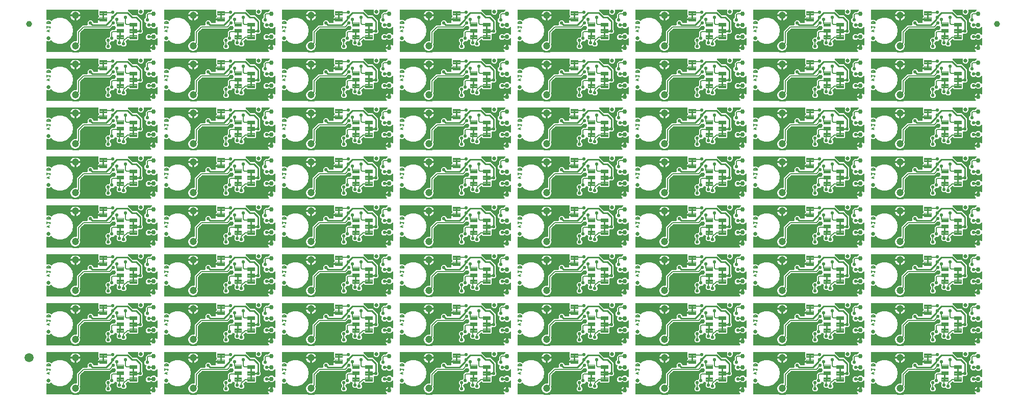
<source format=gbl>
G04 EAGLE Gerber RS-274X export*
G75*
%MOMM*%
%FSLAX34Y34*%
%LPD*%
%INBottom Copper*%
%IPPOS*%
%AMOC8*
5,1,8,0,0,1.08239X$1,22.5*%
G01*
%ADD10C,0.177800*%
%ADD11C,0.099059*%
%ADD12C,0.635000*%
%ADD13C,0.762000*%
%ADD14C,1.200000*%
%ADD15C,1.000000*%
%ADD16C,1.500000*%
%ADD17C,0.554000*%
%ADD18C,0.254000*%
%ADD19C,0.558800*%
%ADD20C,0.152400*%
%ADD21C,0.279400*%

G36*
X1349278Y246652D02*
X1349278Y246652D01*
X1349416Y246665D01*
X1349435Y246672D01*
X1349455Y246675D01*
X1349585Y246726D01*
X1349715Y246773D01*
X1349732Y246784D01*
X1349751Y246792D01*
X1349864Y246873D01*
X1349979Y246951D01*
X1349992Y246967D01*
X1350008Y246978D01*
X1350097Y247086D01*
X1350189Y247190D01*
X1350198Y247208D01*
X1350211Y247223D01*
X1350270Y247349D01*
X1350334Y247473D01*
X1350338Y247493D01*
X1350347Y247511D01*
X1350373Y247647D01*
X1350403Y247783D01*
X1350403Y247804D01*
X1350406Y247823D01*
X1350398Y247962D01*
X1350394Y248101D01*
X1350388Y248121D01*
X1350387Y248141D01*
X1350344Y248273D01*
X1350305Y248407D01*
X1350295Y248424D01*
X1350289Y248443D01*
X1350214Y248561D01*
X1350144Y248681D01*
X1350125Y248702D01*
X1350119Y248712D01*
X1350104Y248726D01*
X1350037Y248802D01*
X1349522Y249317D01*
X1348827Y250357D01*
X1348370Y251461D01*
X1353820Y251461D01*
X1353938Y251476D01*
X1354057Y251483D01*
X1354095Y251495D01*
X1354135Y251501D01*
X1354246Y251544D01*
X1354359Y251581D01*
X1354393Y251603D01*
X1354431Y251618D01*
X1354527Y251687D01*
X1354628Y251751D01*
X1354656Y251781D01*
X1354688Y251804D01*
X1354764Y251896D01*
X1354846Y251983D01*
X1354865Y252018D01*
X1354891Y252049D01*
X1354942Y252157D01*
X1354999Y252261D01*
X1355009Y252301D01*
X1355027Y252337D01*
X1355049Y252454D01*
X1355079Y252569D01*
X1355083Y252629D01*
X1355086Y252649D01*
X1355085Y252670D01*
X1355089Y252730D01*
X1355089Y252731D01*
X1355090Y252731D01*
X1355208Y252746D01*
X1355327Y252753D01*
X1355365Y252766D01*
X1355406Y252771D01*
X1355516Y252815D01*
X1355629Y252851D01*
X1355664Y252873D01*
X1355701Y252888D01*
X1355797Y252958D01*
X1355898Y253021D01*
X1355926Y253051D01*
X1355959Y253075D01*
X1356035Y253166D01*
X1356116Y253253D01*
X1356136Y253288D01*
X1356161Y253320D01*
X1356212Y253427D01*
X1356270Y253532D01*
X1356280Y253571D01*
X1356297Y253607D01*
X1356319Y253724D01*
X1356349Y253840D01*
X1356353Y253900D01*
X1356357Y253920D01*
X1356355Y253940D01*
X1356359Y254000D01*
X1356359Y259450D01*
X1357463Y258993D01*
X1358503Y258298D01*
X1359018Y257783D01*
X1359128Y257698D01*
X1359235Y257609D01*
X1359254Y257600D01*
X1359270Y257588D01*
X1359398Y257532D01*
X1359523Y257473D01*
X1359543Y257470D01*
X1359562Y257461D01*
X1359700Y257440D01*
X1359836Y257414D01*
X1359856Y257415D01*
X1359876Y257412D01*
X1360015Y257425D01*
X1360153Y257433D01*
X1360172Y257440D01*
X1360192Y257441D01*
X1360323Y257488D01*
X1360455Y257531D01*
X1360473Y257542D01*
X1360492Y257549D01*
X1360606Y257627D01*
X1360724Y257701D01*
X1360738Y257716D01*
X1360755Y257728D01*
X1360847Y257832D01*
X1360942Y257933D01*
X1360952Y257951D01*
X1360965Y257966D01*
X1361028Y258090D01*
X1361096Y258212D01*
X1361101Y258231D01*
X1361110Y258249D01*
X1361140Y258385D01*
X1361175Y258520D01*
X1361177Y258548D01*
X1361180Y258560D01*
X1361179Y258580D01*
X1361185Y258680D01*
X1361185Y268177D01*
X1361168Y268315D01*
X1361155Y268454D01*
X1361148Y268473D01*
X1361145Y268493D01*
X1361094Y268622D01*
X1361047Y268753D01*
X1361036Y268770D01*
X1361028Y268789D01*
X1360947Y268901D01*
X1360869Y269016D01*
X1360853Y269030D01*
X1360842Y269046D01*
X1360734Y269135D01*
X1360630Y269227D01*
X1360612Y269236D01*
X1360597Y269249D01*
X1360471Y269308D01*
X1360347Y269371D01*
X1360327Y269376D01*
X1360309Y269384D01*
X1360172Y269410D01*
X1360037Y269441D01*
X1360016Y269440D01*
X1359997Y269444D01*
X1359858Y269435D01*
X1359719Y269431D01*
X1359699Y269426D01*
X1359679Y269424D01*
X1359547Y269382D01*
X1359413Y269343D01*
X1359396Y269333D01*
X1359377Y269326D01*
X1359259Y269252D01*
X1359139Y269181D01*
X1359118Y269163D01*
X1359108Y269156D01*
X1359094Y269141D01*
X1359019Y269075D01*
X1357621Y267677D01*
X1355567Y266826D01*
X1353343Y266826D01*
X1351289Y267677D01*
X1350824Y268142D01*
X1350730Y268215D01*
X1350641Y268294D01*
X1350605Y268312D01*
X1350573Y268337D01*
X1350463Y268385D01*
X1350358Y268439D01*
X1350318Y268447D01*
X1350281Y268464D01*
X1350163Y268482D01*
X1350047Y268508D01*
X1350007Y268507D01*
X1349967Y268513D01*
X1349848Y268502D01*
X1349729Y268499D01*
X1349690Y268487D01*
X1349650Y268484D01*
X1349538Y268443D01*
X1349424Y268410D01*
X1349389Y268390D01*
X1349351Y268376D01*
X1349252Y268309D01*
X1349150Y268249D01*
X1349105Y268209D01*
X1349088Y268197D01*
X1349074Y268182D01*
X1349029Y268142D01*
X1348094Y267207D01*
X1344306Y267207D01*
X1341627Y269886D01*
X1341627Y273674D01*
X1344306Y276353D01*
X1348094Y276353D01*
X1348394Y276053D01*
X1348488Y275980D01*
X1348577Y275901D01*
X1348613Y275883D01*
X1348645Y275858D01*
X1348755Y275810D01*
X1348861Y275756D01*
X1348900Y275748D01*
X1348937Y275731D01*
X1349055Y275713D01*
X1349171Y275687D01*
X1349211Y275688D01*
X1349251Y275682D01*
X1349370Y275693D01*
X1349489Y275696D01*
X1349528Y275708D01*
X1349568Y275711D01*
X1349680Y275752D01*
X1349794Y275785D01*
X1349829Y275805D01*
X1349867Y275819D01*
X1349966Y275886D01*
X1350068Y275946D01*
X1350113Y275986D01*
X1350130Y275998D01*
X1350144Y276013D01*
X1350189Y276053D01*
X1351289Y277153D01*
X1353343Y278004D01*
X1355567Y278004D01*
X1357621Y277153D01*
X1359019Y275755D01*
X1359128Y275670D01*
X1359235Y275581D01*
X1359254Y275573D01*
X1359270Y275560D01*
X1359398Y275505D01*
X1359523Y275446D01*
X1359543Y275442D01*
X1359562Y275434D01*
X1359700Y275412D01*
X1359836Y275386D01*
X1359856Y275387D01*
X1359876Y275384D01*
X1360015Y275397D01*
X1360153Y275406D01*
X1360172Y275412D01*
X1360192Y275414D01*
X1360324Y275461D01*
X1360455Y275504D01*
X1360473Y275515D01*
X1360492Y275521D01*
X1360607Y275599D01*
X1360724Y275674D01*
X1360738Y275689D01*
X1360755Y275700D01*
X1360847Y275804D01*
X1360942Y275905D01*
X1360952Y275923D01*
X1360965Y275938D01*
X1361029Y276063D01*
X1361096Y276184D01*
X1361101Y276204D01*
X1361110Y276222D01*
X1361140Y276357D01*
X1361175Y276492D01*
X1361177Y276520D01*
X1361180Y276532D01*
X1361179Y276552D01*
X1361185Y276653D01*
X1361185Y287227D01*
X1361168Y287365D01*
X1361155Y287504D01*
X1361148Y287523D01*
X1361145Y287543D01*
X1361094Y287672D01*
X1361047Y287803D01*
X1361036Y287820D01*
X1361028Y287839D01*
X1360947Y287951D01*
X1360869Y288066D01*
X1360853Y288080D01*
X1360842Y288096D01*
X1360734Y288185D01*
X1360630Y288277D01*
X1360612Y288286D01*
X1360597Y288299D01*
X1360471Y288358D01*
X1360347Y288421D01*
X1360327Y288426D01*
X1360309Y288434D01*
X1360172Y288460D01*
X1360037Y288491D01*
X1360016Y288490D01*
X1359997Y288494D01*
X1359858Y288485D01*
X1359719Y288481D01*
X1359699Y288476D01*
X1359679Y288474D01*
X1359547Y288432D01*
X1359413Y288393D01*
X1359396Y288383D01*
X1359377Y288376D01*
X1359259Y288302D01*
X1359139Y288231D01*
X1359118Y288213D01*
X1359108Y288206D01*
X1359094Y288191D01*
X1359019Y288125D01*
X1357621Y286727D01*
X1355567Y285876D01*
X1353343Y285876D01*
X1351289Y286727D01*
X1350507Y287510D01*
X1350413Y287583D01*
X1350323Y287662D01*
X1350287Y287680D01*
X1350255Y287705D01*
X1350146Y287752D01*
X1350040Y287806D01*
X1350001Y287815D01*
X1349963Y287831D01*
X1349846Y287850D01*
X1349730Y287876D01*
X1349689Y287875D01*
X1349649Y287881D01*
X1349531Y287870D01*
X1349412Y287866D01*
X1349373Y287855D01*
X1349333Y287851D01*
X1349221Y287811D01*
X1349106Y287778D01*
X1349072Y287757D01*
X1349033Y287744D01*
X1348935Y287677D01*
X1348832Y287616D01*
X1348787Y287576D01*
X1348770Y287565D01*
X1348757Y287550D01*
X1348712Y287510D01*
X1348094Y286892D01*
X1344306Y286892D01*
X1341627Y289571D01*
X1341627Y293359D01*
X1341693Y293425D01*
X1341766Y293519D01*
X1341845Y293608D01*
X1341863Y293644D01*
X1341888Y293676D01*
X1341936Y293786D01*
X1341990Y293892D01*
X1341998Y293931D01*
X1342014Y293968D01*
X1342033Y294086D01*
X1342059Y294202D01*
X1342058Y294242D01*
X1342064Y294282D01*
X1342053Y294401D01*
X1342050Y294520D01*
X1342038Y294559D01*
X1342035Y294599D01*
X1341994Y294711D01*
X1341961Y294825D01*
X1341941Y294860D01*
X1341927Y294898D01*
X1341860Y294997D01*
X1341800Y295099D01*
X1341760Y295144D01*
X1341748Y295161D01*
X1341733Y295175D01*
X1341693Y295220D01*
X1339087Y297826D01*
X1339087Y301614D01*
X1340748Y303274D01*
X1340808Y303353D01*
X1340876Y303425D01*
X1340905Y303478D01*
X1340942Y303526D01*
X1340982Y303617D01*
X1341030Y303703D01*
X1341045Y303762D01*
X1341069Y303817D01*
X1341084Y303915D01*
X1341109Y304011D01*
X1341115Y304111D01*
X1341119Y304132D01*
X1341117Y304144D01*
X1341119Y304172D01*
X1341119Y309662D01*
X1344513Y313056D01*
X1348610Y313056D01*
X1348640Y313059D01*
X1348669Y313057D01*
X1348797Y313079D01*
X1348926Y313096D01*
X1348953Y313107D01*
X1348983Y313112D01*
X1349101Y313165D01*
X1349221Y313213D01*
X1349245Y313230D01*
X1349272Y313242D01*
X1349374Y313323D01*
X1349479Y313399D01*
X1349498Y313422D01*
X1349521Y313441D01*
X1349599Y313545D01*
X1349682Y313644D01*
X1349682Y313646D01*
X1351115Y315079D01*
X1351200Y315188D01*
X1351289Y315295D01*
X1351297Y315314D01*
X1351310Y315330D01*
X1351365Y315458D01*
X1351424Y315583D01*
X1351428Y315603D01*
X1351436Y315622D01*
X1351458Y315760D01*
X1351484Y315896D01*
X1351483Y315916D01*
X1351486Y315936D01*
X1351473Y316075D01*
X1351464Y316213D01*
X1351458Y316232D01*
X1351456Y316252D01*
X1351409Y316384D01*
X1351366Y316515D01*
X1351355Y316533D01*
X1351349Y316552D01*
X1351271Y316667D01*
X1351196Y316784D01*
X1351181Y316798D01*
X1351170Y316815D01*
X1351066Y316907D01*
X1350965Y317002D01*
X1350947Y317012D01*
X1350932Y317025D01*
X1350807Y317089D01*
X1350686Y317156D01*
X1350666Y317161D01*
X1350648Y317170D01*
X1350513Y317200D01*
X1350378Y317235D01*
X1350350Y317237D01*
X1350338Y317240D01*
X1350318Y317239D01*
X1350217Y317245D01*
X1339035Y317245D01*
X1338985Y317239D01*
X1338936Y317241D01*
X1338828Y317219D01*
X1338719Y317205D01*
X1338673Y317187D01*
X1338624Y317177D01*
X1338526Y317129D01*
X1338424Y317088D01*
X1338383Y317059D01*
X1338339Y317037D01*
X1338255Y316966D01*
X1338166Y316902D01*
X1338135Y316863D01*
X1338097Y316831D01*
X1338034Y316741D01*
X1337963Y316657D01*
X1337942Y316612D01*
X1337914Y316571D01*
X1337875Y316468D01*
X1337828Y316369D01*
X1337819Y316320D01*
X1337801Y316274D01*
X1337789Y316164D01*
X1337768Y316057D01*
X1337771Y316007D01*
X1337766Y315958D01*
X1337781Y315849D01*
X1337788Y315739D01*
X1337803Y315692D01*
X1337810Y315643D01*
X1337862Y315490D01*
X1338200Y314675D01*
X1338200Y312705D01*
X1337446Y310884D01*
X1336052Y309490D01*
X1334231Y308736D01*
X1332261Y308736D01*
X1330440Y309490D01*
X1329046Y310884D01*
X1328292Y312705D01*
X1328292Y314675D01*
X1328630Y315490D01*
X1328643Y315538D01*
X1328664Y315583D01*
X1328685Y315691D01*
X1328714Y315797D01*
X1328715Y315847D01*
X1328724Y315896D01*
X1328717Y316005D01*
X1328719Y316115D01*
X1328707Y316163D01*
X1328704Y316213D01*
X1328670Y316317D01*
X1328645Y316424D01*
X1328621Y316468D01*
X1328606Y316515D01*
X1328547Y316608D01*
X1328496Y316705D01*
X1328463Y316742D01*
X1328436Y316784D01*
X1328356Y316859D01*
X1328282Y316941D01*
X1328241Y316968D01*
X1328204Y317002D01*
X1328108Y317055D01*
X1328016Y317115D01*
X1327969Y317132D01*
X1327926Y317156D01*
X1327820Y317183D01*
X1327716Y317219D01*
X1327666Y317223D01*
X1327618Y317235D01*
X1327457Y317245D01*
X1312608Y317245D01*
X1312471Y317228D01*
X1312332Y317215D01*
X1312313Y317208D01*
X1312293Y317205D01*
X1312164Y317154D01*
X1312032Y317107D01*
X1312016Y317096D01*
X1311997Y317088D01*
X1311884Y317007D01*
X1311769Y316929D01*
X1311756Y316913D01*
X1311740Y316902D01*
X1311651Y316794D01*
X1311559Y316690D01*
X1311550Y316672D01*
X1311537Y316657D01*
X1311477Y316531D01*
X1311414Y316407D01*
X1311410Y316387D01*
X1311401Y316369D01*
X1311375Y316233D01*
X1311345Y316097D01*
X1311345Y316076D01*
X1311341Y316057D01*
X1311350Y315918D01*
X1311354Y315779D01*
X1311360Y315759D01*
X1311361Y315739D01*
X1311404Y315607D01*
X1311443Y315473D01*
X1311453Y315456D01*
X1311459Y315437D01*
X1311534Y315319D01*
X1311604Y315199D01*
X1311623Y315178D01*
X1311629Y315168D01*
X1311644Y315154D01*
X1311711Y315079D01*
X1314187Y312602D01*
X1319064Y307725D01*
X1319142Y307664D01*
X1319214Y307597D01*
X1319267Y307567D01*
X1319315Y307530D01*
X1319406Y307491D01*
X1319493Y307443D01*
X1319551Y307428D01*
X1319607Y307404D01*
X1319705Y307388D01*
X1319801Y307364D01*
X1319901Y307357D01*
X1319921Y307354D01*
X1319934Y307355D01*
X1319962Y307353D01*
X1326827Y307353D01*
X1329059Y305121D01*
X1332856Y301324D01*
X1335088Y299092D01*
X1335088Y285278D01*
X1335101Y285180D01*
X1335104Y285081D01*
X1335120Y285023D01*
X1335128Y284963D01*
X1335164Y284871D01*
X1335192Y284776D01*
X1335223Y284723D01*
X1335245Y284667D01*
X1335303Y284587D01*
X1335354Y284502D01*
X1335420Y284426D01*
X1335432Y284410D01*
X1335441Y284402D01*
X1335460Y284381D01*
X1336525Y283316D01*
X1336525Y279548D01*
X1333860Y276883D01*
X1329753Y276883D01*
X1329635Y276868D01*
X1329517Y276861D01*
X1329478Y276848D01*
X1329438Y276843D01*
X1329327Y276800D01*
X1329214Y276763D01*
X1329180Y276741D01*
X1329142Y276726D01*
X1329046Y276657D01*
X1328945Y276593D01*
X1328918Y276563D01*
X1328885Y276540D01*
X1328809Y276448D01*
X1328727Y276361D01*
X1328708Y276326D01*
X1328682Y276295D01*
X1328631Y276187D01*
X1328574Y276083D01*
X1328564Y276043D01*
X1328547Y276007D01*
X1328524Y275890D01*
X1328494Y275775D01*
X1328491Y275715D01*
X1328487Y275695D01*
X1328488Y275674D01*
X1328484Y275614D01*
X1328484Y267777D01*
X1327152Y266445D01*
X1313559Y266445D01*
X1312507Y267497D01*
X1312413Y267570D01*
X1312324Y267649D01*
X1312288Y267667D01*
X1312256Y267692D01*
X1312147Y267739D01*
X1312041Y267793D01*
X1312001Y267802D01*
X1311964Y267818D01*
X1311846Y267837D01*
X1311730Y267863D01*
X1311690Y267862D01*
X1311650Y267868D01*
X1311531Y267857D01*
X1311412Y267853D01*
X1311374Y267842D01*
X1311333Y267838D01*
X1311221Y267798D01*
X1311107Y267765D01*
X1311072Y267744D01*
X1311034Y267731D01*
X1310936Y267664D01*
X1310833Y267603D01*
X1310788Y267564D01*
X1310771Y267552D01*
X1310757Y267537D01*
X1310712Y267497D01*
X1308177Y264962D01*
X1308104Y264867D01*
X1308025Y264778D01*
X1308007Y264742D01*
X1307982Y264710D01*
X1307934Y264601D01*
X1307880Y264495D01*
X1307872Y264456D01*
X1307855Y264419D01*
X1307837Y264300D01*
X1307811Y264185D01*
X1307812Y264144D01*
X1307806Y264104D01*
X1307817Y263986D01*
X1307820Y263867D01*
X1307832Y263828D01*
X1307835Y263788D01*
X1307876Y263676D01*
X1307909Y263561D01*
X1307929Y263527D01*
X1307943Y263489D01*
X1308010Y263390D01*
X1308070Y263287D01*
X1308110Y263242D01*
X1308122Y263225D01*
X1308137Y263212D01*
X1308177Y263167D01*
X1309101Y262242D01*
X1309101Y258474D01*
X1306436Y255810D01*
X1302668Y255810D01*
X1300929Y257549D01*
X1300835Y257622D01*
X1300745Y257701D01*
X1300710Y257719D01*
X1300678Y257744D01*
X1300568Y257791D01*
X1300462Y257845D01*
X1300423Y257854D01*
X1300386Y257870D01*
X1300268Y257889D01*
X1300152Y257915D01*
X1300112Y257914D01*
X1300072Y257920D01*
X1299953Y257909D01*
X1299834Y257905D01*
X1299795Y257894D01*
X1299755Y257890D01*
X1299643Y257850D01*
X1299529Y257817D01*
X1299494Y257796D01*
X1299456Y257783D01*
X1299380Y257731D01*
X1295548Y257731D01*
X1292883Y260396D01*
X1292883Y264164D01*
X1293252Y264533D01*
X1293337Y264642D01*
X1293426Y264749D01*
X1293434Y264768D01*
X1293447Y264784D01*
X1293502Y264912D01*
X1293561Y265037D01*
X1293565Y265057D01*
X1293573Y265076D01*
X1293595Y265214D01*
X1293621Y265350D01*
X1293620Y265370D01*
X1293623Y265390D01*
X1293610Y265529D01*
X1293601Y265667D01*
X1293595Y265686D01*
X1293593Y265706D01*
X1293546Y265837D01*
X1293503Y265969D01*
X1293492Y265987D01*
X1293485Y266006D01*
X1293407Y266120D01*
X1293333Y266238D01*
X1293318Y266252D01*
X1293307Y266269D01*
X1293203Y266361D01*
X1293101Y266456D01*
X1293084Y266466D01*
X1293068Y266479D01*
X1292945Y266542D01*
X1292823Y266610D01*
X1292803Y266615D01*
X1292785Y266624D01*
X1292649Y266654D01*
X1292515Y266689D01*
X1292487Y266691D01*
X1292475Y266694D01*
X1292454Y266693D01*
X1292354Y266699D01*
X1291842Y266699D01*
X1291272Y267269D01*
X1291178Y267342D01*
X1291089Y267421D01*
X1291053Y267439D01*
X1291021Y267464D01*
X1290912Y267511D01*
X1290806Y267565D01*
X1290766Y267574D01*
X1290729Y267590D01*
X1290611Y267609D01*
X1290495Y267635D01*
X1290455Y267634D01*
X1290415Y267640D01*
X1290296Y267629D01*
X1290178Y267625D01*
X1290139Y267614D01*
X1290098Y267610D01*
X1289986Y267570D01*
X1289872Y267537D01*
X1289837Y267516D01*
X1289799Y267503D01*
X1289701Y267436D01*
X1289598Y267375D01*
X1289553Y267335D01*
X1289536Y267324D01*
X1289523Y267309D01*
X1289477Y267269D01*
X1286894Y264686D01*
X1284557Y264686D01*
X1284458Y264673D01*
X1284359Y264670D01*
X1284301Y264653D01*
X1284241Y264646D01*
X1284149Y264609D01*
X1284054Y264582D01*
X1284002Y264551D01*
X1283945Y264529D01*
X1283865Y264471D01*
X1283780Y264420D01*
X1283705Y264354D01*
X1283688Y264342D01*
X1283680Y264332D01*
X1283659Y264314D01*
X1281802Y262457D01*
X1281742Y262379D01*
X1281674Y262307D01*
X1281645Y262254D01*
X1281608Y262206D01*
X1281568Y262115D01*
X1281520Y262028D01*
X1281505Y261970D01*
X1281481Y261914D01*
X1281466Y261816D01*
X1281441Y261720D01*
X1281435Y261620D01*
X1281431Y261600D01*
X1281433Y261588D01*
X1281431Y261560D01*
X1281431Y260728D01*
X1281443Y260630D01*
X1281446Y260531D01*
X1281463Y260472D01*
X1281471Y260412D01*
X1281507Y260320D01*
X1281535Y260225D01*
X1281565Y260173D01*
X1281588Y260117D01*
X1281646Y260037D01*
X1281696Y259951D01*
X1281762Y259876D01*
X1281774Y259859D01*
X1281784Y259852D01*
X1281802Y259830D01*
X1283693Y257940D01*
X1283693Y254172D01*
X1281028Y251507D01*
X1277260Y251507D01*
X1274595Y254172D01*
X1274595Y257940D01*
X1275978Y259322D01*
X1276038Y259401D01*
X1276106Y259473D01*
X1276135Y259526D01*
X1276172Y259574D01*
X1276212Y259665D01*
X1276260Y259751D01*
X1276275Y259810D01*
X1276299Y259866D01*
X1276314Y259963D01*
X1276339Y260059D01*
X1276345Y260159D01*
X1276349Y260180D01*
X1276347Y260192D01*
X1276349Y260220D01*
X1276349Y261560D01*
X1276337Y261658D01*
X1276334Y261757D01*
X1276317Y261815D01*
X1276309Y261875D01*
X1276273Y261967D01*
X1276245Y262062D01*
X1276215Y262115D01*
X1276192Y262171D01*
X1276134Y262251D01*
X1276084Y262336D01*
X1276018Y262412D01*
X1276006Y262428D01*
X1275996Y262436D01*
X1275978Y262457D01*
X1274341Y264093D01*
X1274341Y267862D01*
X1277006Y270526D01*
X1279343Y270526D01*
X1279441Y270539D01*
X1279541Y270542D01*
X1279599Y270558D01*
X1279659Y270566D01*
X1279751Y270603D01*
X1279846Y270630D01*
X1279898Y270661D01*
X1279955Y270683D01*
X1280035Y270741D01*
X1280120Y270792D01*
X1280195Y270858D01*
X1280212Y270870D01*
X1280220Y270879D01*
X1280241Y270898D01*
X1282098Y272755D01*
X1282158Y272833D01*
X1282226Y272905D01*
X1282255Y272958D01*
X1282292Y273006D01*
X1282332Y273097D01*
X1282380Y273184D01*
X1282395Y273242D01*
X1282419Y273298D01*
X1282434Y273396D01*
X1282459Y273492D01*
X1282465Y273592D01*
X1282469Y273612D01*
X1282467Y273624D01*
X1282469Y273652D01*
X1282469Y280222D01*
X1285712Y283465D01*
X1289241Y283465D01*
X1289359Y283480D01*
X1289477Y283487D01*
X1289516Y283500D01*
X1289556Y283505D01*
X1289667Y283548D01*
X1289780Y283585D01*
X1289814Y283607D01*
X1289852Y283622D01*
X1289948Y283691D01*
X1290049Y283755D01*
X1290076Y283785D01*
X1290109Y283808D01*
X1290185Y283900D01*
X1290267Y283987D01*
X1290286Y284022D01*
X1290312Y284053D01*
X1290363Y284161D01*
X1290420Y284265D01*
X1290430Y284305D01*
X1290447Y284341D01*
X1290470Y284458D01*
X1290500Y284573D01*
X1290503Y284633D01*
X1290507Y284653D01*
X1290506Y284674D01*
X1290510Y284734D01*
X1290510Y285943D01*
X1291071Y286504D01*
X1291144Y286598D01*
X1291222Y286687D01*
X1291241Y286723D01*
X1291266Y286755D01*
X1291313Y286864D01*
X1291367Y286970D01*
X1291376Y287009D01*
X1291392Y287047D01*
X1291411Y287164D01*
X1291437Y287280D01*
X1291435Y287321D01*
X1291442Y287361D01*
X1291431Y287479D01*
X1291427Y287598D01*
X1291416Y287637D01*
X1291412Y287677D01*
X1291372Y287789D01*
X1291339Y287904D01*
X1291318Y287939D01*
X1291304Y287977D01*
X1291238Y288075D01*
X1291177Y288178D01*
X1291137Y288223D01*
X1291126Y288240D01*
X1291110Y288253D01*
X1291071Y288299D01*
X1290504Y288865D01*
X1290495Y288940D01*
X1290487Y289059D01*
X1290475Y289097D01*
X1290470Y289138D01*
X1290426Y289248D01*
X1290389Y289361D01*
X1290368Y289396D01*
X1290353Y289433D01*
X1290283Y289529D01*
X1290219Y289630D01*
X1290190Y289658D01*
X1290166Y289691D01*
X1290074Y289767D01*
X1289988Y289848D01*
X1289952Y289868D01*
X1289921Y289893D01*
X1289813Y289944D01*
X1289709Y290002D01*
X1289670Y290012D01*
X1289633Y290029D01*
X1289517Y290051D01*
X1289401Y290081D01*
X1289341Y290085D01*
X1289321Y290089D01*
X1289301Y290087D01*
X1289241Y290091D01*
X1286803Y290091D01*
X1286704Y290079D01*
X1286605Y290076D01*
X1286547Y290059D01*
X1286487Y290051D01*
X1286395Y290015D01*
X1286300Y289987D01*
X1286248Y289957D01*
X1286191Y289934D01*
X1286111Y289876D01*
X1286026Y289826D01*
X1285951Y289760D01*
X1285934Y289748D01*
X1285926Y289738D01*
X1285905Y289720D01*
X1282062Y285876D01*
X1239447Y285876D01*
X1239349Y285864D01*
X1239250Y285861D01*
X1239192Y285844D01*
X1239132Y285836D01*
X1239040Y285800D01*
X1238944Y285772D01*
X1238892Y285742D01*
X1238836Y285719D01*
X1238756Y285661D01*
X1238671Y285611D01*
X1238595Y285545D01*
X1238579Y285533D01*
X1238571Y285523D01*
X1238550Y285505D01*
X1232272Y279227D01*
X1232212Y279149D01*
X1232144Y279077D01*
X1232115Y279024D01*
X1232078Y278976D01*
X1232038Y278885D01*
X1231990Y278798D01*
X1231975Y278740D01*
X1231951Y278684D01*
X1231936Y278586D01*
X1231911Y278491D01*
X1231905Y278390D01*
X1231901Y278370D01*
X1231903Y278358D01*
X1231901Y278330D01*
X1231901Y260568D01*
X1231886Y260553D01*
X1231868Y260529D01*
X1231845Y260510D01*
X1231770Y260404D01*
X1231691Y260301D01*
X1231679Y260274D01*
X1231662Y260250D01*
X1231616Y260128D01*
X1231564Y260009D01*
X1231560Y259980D01*
X1231549Y259953D01*
X1231535Y259823D01*
X1231515Y259695D01*
X1231517Y259666D01*
X1231514Y259637D01*
X1231532Y259508D01*
X1231544Y259379D01*
X1231554Y259351D01*
X1231558Y259322D01*
X1231611Y259169D01*
X1232059Y258087D01*
X1232059Y254993D01*
X1230875Y252134D01*
X1228686Y249945D01*
X1226589Y249077D01*
X1226528Y249042D01*
X1226463Y249016D01*
X1226390Y248964D01*
X1226312Y248919D01*
X1226262Y248871D01*
X1226206Y248830D01*
X1226148Y248760D01*
X1226084Y248698D01*
X1226047Y248638D01*
X1226003Y248585D01*
X1225965Y248503D01*
X1225918Y248427D01*
X1225897Y248360D01*
X1225867Y248297D01*
X1225851Y248209D01*
X1225824Y248123D01*
X1225821Y248053D01*
X1225808Y247984D01*
X1225813Y247895D01*
X1225809Y247805D01*
X1225823Y247737D01*
X1225827Y247667D01*
X1225855Y247582D01*
X1225873Y247494D01*
X1225904Y247431D01*
X1225925Y247365D01*
X1225973Y247289D01*
X1226013Y247208D01*
X1226058Y247155D01*
X1226096Y247096D01*
X1226161Y247034D01*
X1226219Y246966D01*
X1226276Y246926D01*
X1226327Y246878D01*
X1226406Y246835D01*
X1226479Y246783D01*
X1226545Y246758D01*
X1226606Y246724D01*
X1226693Y246702D01*
X1226777Y246670D01*
X1226846Y246662D01*
X1226914Y246645D01*
X1227074Y246635D01*
X1349140Y246635D01*
X1349278Y246652D01*
G37*
G36*
X1544858Y246652D02*
X1544858Y246652D01*
X1544996Y246665D01*
X1545015Y246672D01*
X1545035Y246675D01*
X1545165Y246726D01*
X1545295Y246773D01*
X1545312Y246784D01*
X1545331Y246792D01*
X1545444Y246873D01*
X1545559Y246951D01*
X1545572Y246967D01*
X1545588Y246978D01*
X1545677Y247086D01*
X1545769Y247190D01*
X1545778Y247208D01*
X1545791Y247223D01*
X1545850Y247349D01*
X1545914Y247473D01*
X1545918Y247493D01*
X1545927Y247511D01*
X1545953Y247647D01*
X1545983Y247783D01*
X1545983Y247804D01*
X1545986Y247823D01*
X1545978Y247962D01*
X1545974Y248101D01*
X1545968Y248121D01*
X1545967Y248141D01*
X1545924Y248273D01*
X1545885Y248407D01*
X1545875Y248424D01*
X1545869Y248443D01*
X1545794Y248561D01*
X1545724Y248681D01*
X1545705Y248702D01*
X1545699Y248712D01*
X1545684Y248726D01*
X1545617Y248802D01*
X1545102Y249317D01*
X1544407Y250357D01*
X1543950Y251461D01*
X1549400Y251461D01*
X1549518Y251476D01*
X1549637Y251483D01*
X1549675Y251495D01*
X1549715Y251501D01*
X1549826Y251544D01*
X1549939Y251581D01*
X1549973Y251603D01*
X1550011Y251618D01*
X1550107Y251687D01*
X1550208Y251751D01*
X1550236Y251781D01*
X1550268Y251804D01*
X1550344Y251896D01*
X1550426Y251983D01*
X1550445Y252018D01*
X1550471Y252049D01*
X1550522Y252157D01*
X1550579Y252261D01*
X1550589Y252301D01*
X1550607Y252337D01*
X1550629Y252454D01*
X1550659Y252569D01*
X1550663Y252629D01*
X1550666Y252649D01*
X1550665Y252670D01*
X1550669Y252730D01*
X1550669Y252731D01*
X1550670Y252731D01*
X1550788Y252746D01*
X1550907Y252753D01*
X1550945Y252766D01*
X1550986Y252771D01*
X1551096Y252815D01*
X1551209Y252851D01*
X1551244Y252873D01*
X1551281Y252888D01*
X1551377Y252958D01*
X1551478Y253021D01*
X1551506Y253051D01*
X1551539Y253075D01*
X1551615Y253166D01*
X1551696Y253253D01*
X1551716Y253288D01*
X1551741Y253320D01*
X1551792Y253427D01*
X1551850Y253532D01*
X1551860Y253571D01*
X1551877Y253607D01*
X1551899Y253724D01*
X1551929Y253840D01*
X1551933Y253900D01*
X1551937Y253920D01*
X1551935Y253940D01*
X1551939Y254000D01*
X1551939Y259450D01*
X1553043Y258993D01*
X1554083Y258298D01*
X1554598Y257783D01*
X1554708Y257698D01*
X1554815Y257609D01*
X1554834Y257600D01*
X1554850Y257588D01*
X1554978Y257532D01*
X1555103Y257473D01*
X1555123Y257470D01*
X1555142Y257461D01*
X1555280Y257440D01*
X1555416Y257414D01*
X1555436Y257415D01*
X1555456Y257412D01*
X1555595Y257425D01*
X1555733Y257433D01*
X1555752Y257440D01*
X1555772Y257441D01*
X1555903Y257488D01*
X1556035Y257531D01*
X1556053Y257542D01*
X1556072Y257549D01*
X1556186Y257627D01*
X1556304Y257701D01*
X1556318Y257716D01*
X1556335Y257728D01*
X1556427Y257832D01*
X1556522Y257933D01*
X1556532Y257951D01*
X1556545Y257966D01*
X1556608Y258090D01*
X1556676Y258212D01*
X1556681Y258231D01*
X1556690Y258249D01*
X1556720Y258385D01*
X1556755Y258520D01*
X1556757Y258548D01*
X1556760Y258560D01*
X1556759Y258580D01*
X1556765Y258680D01*
X1556765Y268177D01*
X1556748Y268315D01*
X1556735Y268454D01*
X1556728Y268473D01*
X1556725Y268493D01*
X1556674Y268622D01*
X1556627Y268753D01*
X1556616Y268770D01*
X1556608Y268789D01*
X1556527Y268901D01*
X1556449Y269016D01*
X1556433Y269030D01*
X1556422Y269046D01*
X1556314Y269135D01*
X1556210Y269227D01*
X1556192Y269236D01*
X1556177Y269249D01*
X1556051Y269308D01*
X1555927Y269371D01*
X1555907Y269376D01*
X1555889Y269384D01*
X1555752Y269410D01*
X1555617Y269441D01*
X1555596Y269440D01*
X1555577Y269444D01*
X1555438Y269435D01*
X1555299Y269431D01*
X1555279Y269426D01*
X1555259Y269424D01*
X1555127Y269382D01*
X1554993Y269343D01*
X1554976Y269333D01*
X1554957Y269326D01*
X1554839Y269252D01*
X1554719Y269181D01*
X1554698Y269163D01*
X1554688Y269156D01*
X1554674Y269141D01*
X1554599Y269075D01*
X1553201Y267677D01*
X1551147Y266826D01*
X1548923Y266826D01*
X1546869Y267677D01*
X1546404Y268142D01*
X1546310Y268215D01*
X1546221Y268294D01*
X1546185Y268312D01*
X1546153Y268337D01*
X1546043Y268385D01*
X1545938Y268439D01*
X1545898Y268447D01*
X1545861Y268464D01*
X1545743Y268482D01*
X1545627Y268508D01*
X1545587Y268507D01*
X1545547Y268513D01*
X1545428Y268502D01*
X1545309Y268499D01*
X1545270Y268487D01*
X1545230Y268484D01*
X1545118Y268443D01*
X1545004Y268410D01*
X1544969Y268390D01*
X1544931Y268376D01*
X1544832Y268309D01*
X1544730Y268249D01*
X1544685Y268209D01*
X1544668Y268197D01*
X1544654Y268182D01*
X1544609Y268142D01*
X1543674Y267207D01*
X1539886Y267207D01*
X1537207Y269886D01*
X1537207Y273674D01*
X1539886Y276353D01*
X1543674Y276353D01*
X1543974Y276053D01*
X1544068Y275980D01*
X1544157Y275901D01*
X1544193Y275883D01*
X1544225Y275858D01*
X1544335Y275810D01*
X1544441Y275756D01*
X1544480Y275748D01*
X1544517Y275731D01*
X1544635Y275713D01*
X1544751Y275687D01*
X1544791Y275688D01*
X1544831Y275682D01*
X1544950Y275693D01*
X1545069Y275696D01*
X1545108Y275708D01*
X1545148Y275711D01*
X1545260Y275752D01*
X1545374Y275785D01*
X1545409Y275805D01*
X1545447Y275819D01*
X1545546Y275886D01*
X1545648Y275946D01*
X1545693Y275986D01*
X1545710Y275998D01*
X1545724Y276013D01*
X1545769Y276053D01*
X1546869Y277153D01*
X1548923Y278004D01*
X1551147Y278004D01*
X1553201Y277153D01*
X1554599Y275755D01*
X1554708Y275670D01*
X1554815Y275581D01*
X1554834Y275573D01*
X1554850Y275560D01*
X1554978Y275505D01*
X1555103Y275446D01*
X1555123Y275442D01*
X1555142Y275434D01*
X1555280Y275412D01*
X1555416Y275386D01*
X1555436Y275387D01*
X1555456Y275384D01*
X1555595Y275397D01*
X1555733Y275406D01*
X1555752Y275412D01*
X1555772Y275414D01*
X1555904Y275461D01*
X1556035Y275504D01*
X1556053Y275515D01*
X1556072Y275521D01*
X1556187Y275599D01*
X1556304Y275674D01*
X1556318Y275689D01*
X1556335Y275700D01*
X1556427Y275804D01*
X1556522Y275905D01*
X1556532Y275923D01*
X1556545Y275938D01*
X1556609Y276063D01*
X1556676Y276184D01*
X1556681Y276204D01*
X1556690Y276222D01*
X1556720Y276357D01*
X1556755Y276492D01*
X1556757Y276520D01*
X1556760Y276532D01*
X1556759Y276552D01*
X1556765Y276653D01*
X1556765Y287227D01*
X1556748Y287365D01*
X1556735Y287504D01*
X1556728Y287523D01*
X1556725Y287543D01*
X1556674Y287672D01*
X1556627Y287803D01*
X1556616Y287820D01*
X1556608Y287839D01*
X1556527Y287951D01*
X1556449Y288066D01*
X1556433Y288080D01*
X1556422Y288096D01*
X1556314Y288185D01*
X1556210Y288277D01*
X1556192Y288286D01*
X1556177Y288299D01*
X1556051Y288358D01*
X1555927Y288421D01*
X1555907Y288426D01*
X1555889Y288434D01*
X1555752Y288460D01*
X1555617Y288491D01*
X1555596Y288490D01*
X1555577Y288494D01*
X1555438Y288485D01*
X1555299Y288481D01*
X1555279Y288476D01*
X1555259Y288474D01*
X1555127Y288432D01*
X1554993Y288393D01*
X1554976Y288383D01*
X1554957Y288376D01*
X1554839Y288302D01*
X1554719Y288231D01*
X1554698Y288213D01*
X1554688Y288206D01*
X1554674Y288191D01*
X1554599Y288125D01*
X1553201Y286727D01*
X1551147Y285876D01*
X1548923Y285876D01*
X1546869Y286727D01*
X1546087Y287510D01*
X1545993Y287583D01*
X1545903Y287662D01*
X1545867Y287680D01*
X1545835Y287705D01*
X1545726Y287752D01*
X1545620Y287806D01*
X1545581Y287815D01*
X1545543Y287831D01*
X1545426Y287850D01*
X1545310Y287876D01*
X1545269Y287875D01*
X1545229Y287881D01*
X1545111Y287870D01*
X1544992Y287866D01*
X1544953Y287855D01*
X1544913Y287851D01*
X1544801Y287811D01*
X1544686Y287778D01*
X1544652Y287757D01*
X1544613Y287744D01*
X1544515Y287677D01*
X1544412Y287616D01*
X1544367Y287576D01*
X1544350Y287565D01*
X1544337Y287550D01*
X1544292Y287510D01*
X1543674Y286892D01*
X1539886Y286892D01*
X1537207Y289571D01*
X1537207Y293359D01*
X1537273Y293425D01*
X1537346Y293519D01*
X1537425Y293608D01*
X1537443Y293644D01*
X1537468Y293676D01*
X1537516Y293786D01*
X1537570Y293892D01*
X1537578Y293931D01*
X1537594Y293968D01*
X1537613Y294086D01*
X1537639Y294202D01*
X1537638Y294242D01*
X1537644Y294282D01*
X1537633Y294401D01*
X1537630Y294520D01*
X1537618Y294559D01*
X1537615Y294599D01*
X1537574Y294711D01*
X1537541Y294825D01*
X1537521Y294860D01*
X1537507Y294898D01*
X1537440Y294997D01*
X1537380Y295099D01*
X1537340Y295144D01*
X1537328Y295161D01*
X1537313Y295175D01*
X1537273Y295220D01*
X1534667Y297826D01*
X1534667Y301614D01*
X1536328Y303274D01*
X1536388Y303353D01*
X1536456Y303425D01*
X1536485Y303478D01*
X1536522Y303526D01*
X1536562Y303617D01*
X1536610Y303703D01*
X1536625Y303762D01*
X1536649Y303817D01*
X1536664Y303915D01*
X1536689Y304011D01*
X1536695Y304111D01*
X1536699Y304132D01*
X1536697Y304144D01*
X1536699Y304172D01*
X1536699Y309662D01*
X1540093Y313056D01*
X1544190Y313056D01*
X1544220Y313059D01*
X1544249Y313057D01*
X1544377Y313079D01*
X1544506Y313096D01*
X1544533Y313107D01*
X1544563Y313112D01*
X1544681Y313165D01*
X1544801Y313213D01*
X1544825Y313230D01*
X1544852Y313242D01*
X1544954Y313323D01*
X1545059Y313399D01*
X1545078Y313422D01*
X1545101Y313441D01*
X1545179Y313545D01*
X1545262Y313644D01*
X1545262Y313646D01*
X1546695Y315079D01*
X1546780Y315188D01*
X1546869Y315295D01*
X1546877Y315314D01*
X1546890Y315330D01*
X1546945Y315458D01*
X1547004Y315583D01*
X1547008Y315603D01*
X1547016Y315622D01*
X1547038Y315760D01*
X1547064Y315896D01*
X1547063Y315916D01*
X1547066Y315936D01*
X1547053Y316075D01*
X1547044Y316213D01*
X1547038Y316232D01*
X1547036Y316252D01*
X1546989Y316384D01*
X1546946Y316515D01*
X1546935Y316533D01*
X1546929Y316552D01*
X1546851Y316667D01*
X1546776Y316784D01*
X1546761Y316798D01*
X1546750Y316815D01*
X1546646Y316907D01*
X1546545Y317002D01*
X1546527Y317012D01*
X1546512Y317025D01*
X1546387Y317089D01*
X1546266Y317156D01*
X1546246Y317161D01*
X1546228Y317170D01*
X1546093Y317200D01*
X1545958Y317235D01*
X1545930Y317237D01*
X1545918Y317240D01*
X1545898Y317239D01*
X1545797Y317245D01*
X1534615Y317245D01*
X1534565Y317239D01*
X1534516Y317241D01*
X1534408Y317219D01*
X1534299Y317205D01*
X1534253Y317187D01*
X1534204Y317177D01*
X1534106Y317129D01*
X1534004Y317088D01*
X1533963Y317059D01*
X1533919Y317037D01*
X1533835Y316966D01*
X1533746Y316902D01*
X1533715Y316863D01*
X1533677Y316831D01*
X1533614Y316741D01*
X1533543Y316657D01*
X1533522Y316612D01*
X1533494Y316571D01*
X1533455Y316468D01*
X1533408Y316369D01*
X1533399Y316320D01*
X1533381Y316274D01*
X1533369Y316164D01*
X1533348Y316057D01*
X1533351Y316007D01*
X1533346Y315958D01*
X1533361Y315849D01*
X1533368Y315739D01*
X1533383Y315692D01*
X1533390Y315643D01*
X1533442Y315490D01*
X1533780Y314675D01*
X1533780Y312705D01*
X1533026Y310884D01*
X1531632Y309490D01*
X1529811Y308736D01*
X1527841Y308736D01*
X1526020Y309490D01*
X1524626Y310884D01*
X1523872Y312705D01*
X1523872Y314675D01*
X1524210Y315490D01*
X1524223Y315538D01*
X1524244Y315583D01*
X1524265Y315691D01*
X1524294Y315797D01*
X1524295Y315847D01*
X1524304Y315896D01*
X1524297Y316005D01*
X1524299Y316115D01*
X1524287Y316163D01*
X1524284Y316213D01*
X1524250Y316317D01*
X1524225Y316424D01*
X1524201Y316468D01*
X1524186Y316515D01*
X1524127Y316608D01*
X1524076Y316705D01*
X1524043Y316742D01*
X1524016Y316784D01*
X1523936Y316859D01*
X1523862Y316941D01*
X1523821Y316968D01*
X1523784Y317002D01*
X1523688Y317055D01*
X1523596Y317115D01*
X1523549Y317132D01*
X1523506Y317156D01*
X1523400Y317183D01*
X1523296Y317219D01*
X1523246Y317223D01*
X1523198Y317235D01*
X1523037Y317245D01*
X1508188Y317245D01*
X1508051Y317228D01*
X1507912Y317215D01*
X1507893Y317208D01*
X1507873Y317205D01*
X1507744Y317154D01*
X1507612Y317107D01*
X1507596Y317096D01*
X1507577Y317088D01*
X1507464Y317007D01*
X1507349Y316929D01*
X1507336Y316913D01*
X1507320Y316902D01*
X1507231Y316794D01*
X1507139Y316690D01*
X1507130Y316672D01*
X1507117Y316657D01*
X1507057Y316531D01*
X1506994Y316407D01*
X1506990Y316387D01*
X1506981Y316369D01*
X1506955Y316233D01*
X1506925Y316097D01*
X1506925Y316076D01*
X1506921Y316057D01*
X1506930Y315918D01*
X1506934Y315779D01*
X1506940Y315759D01*
X1506941Y315739D01*
X1506984Y315607D01*
X1507023Y315473D01*
X1507033Y315456D01*
X1507039Y315437D01*
X1507114Y315319D01*
X1507184Y315199D01*
X1507203Y315178D01*
X1507209Y315168D01*
X1507224Y315154D01*
X1507291Y315079D01*
X1509767Y312602D01*
X1514644Y307725D01*
X1514722Y307664D01*
X1514794Y307597D01*
X1514847Y307567D01*
X1514895Y307530D01*
X1514986Y307491D01*
X1515073Y307443D01*
X1515131Y307428D01*
X1515187Y307404D01*
X1515285Y307388D01*
X1515381Y307364D01*
X1515481Y307357D01*
X1515501Y307354D01*
X1515514Y307355D01*
X1515542Y307353D01*
X1522407Y307353D01*
X1524639Y305121D01*
X1530668Y299092D01*
X1530668Y285278D01*
X1530681Y285180D01*
X1530684Y285081D01*
X1530700Y285023D01*
X1530708Y284963D01*
X1530745Y284871D01*
X1530772Y284776D01*
X1530803Y284723D01*
X1530825Y284667D01*
X1530883Y284587D01*
X1530934Y284502D01*
X1531000Y284426D01*
X1531012Y284410D01*
X1531021Y284402D01*
X1531040Y284381D01*
X1532105Y283316D01*
X1532105Y279548D01*
X1529440Y276883D01*
X1525333Y276883D01*
X1525215Y276868D01*
X1525097Y276861D01*
X1525058Y276848D01*
X1525018Y276843D01*
X1524907Y276800D01*
X1524794Y276763D01*
X1524760Y276741D01*
X1524722Y276726D01*
X1524626Y276657D01*
X1524525Y276593D01*
X1524498Y276563D01*
X1524465Y276540D01*
X1524389Y276448D01*
X1524307Y276361D01*
X1524288Y276326D01*
X1524262Y276295D01*
X1524211Y276187D01*
X1524154Y276083D01*
X1524144Y276043D01*
X1524127Y276007D01*
X1524104Y275890D01*
X1524074Y275775D01*
X1524071Y275715D01*
X1524067Y275695D01*
X1524068Y275674D01*
X1524064Y275614D01*
X1524064Y267777D01*
X1522732Y266445D01*
X1509139Y266445D01*
X1508087Y267497D01*
X1507993Y267570D01*
X1507904Y267649D01*
X1507868Y267667D01*
X1507836Y267692D01*
X1507727Y267739D01*
X1507621Y267793D01*
X1507581Y267802D01*
X1507544Y267818D01*
X1507426Y267837D01*
X1507310Y267863D01*
X1507270Y267862D01*
X1507230Y267868D01*
X1507111Y267857D01*
X1506992Y267853D01*
X1506954Y267842D01*
X1506913Y267838D01*
X1506801Y267798D01*
X1506687Y267765D01*
X1506652Y267744D01*
X1506614Y267731D01*
X1506516Y267664D01*
X1506413Y267603D01*
X1506368Y267564D01*
X1506351Y267552D01*
X1506337Y267537D01*
X1506292Y267497D01*
X1503757Y264962D01*
X1503684Y264867D01*
X1503605Y264778D01*
X1503587Y264742D01*
X1503562Y264710D01*
X1503514Y264601D01*
X1503460Y264495D01*
X1503452Y264456D01*
X1503435Y264419D01*
X1503417Y264300D01*
X1503391Y264185D01*
X1503392Y264144D01*
X1503386Y264104D01*
X1503397Y263986D01*
X1503400Y263867D01*
X1503412Y263828D01*
X1503415Y263788D01*
X1503456Y263676D01*
X1503489Y263561D01*
X1503509Y263527D01*
X1503523Y263489D01*
X1503590Y263390D01*
X1503650Y263287D01*
X1503690Y263242D01*
X1503702Y263225D01*
X1503717Y263212D01*
X1503757Y263167D01*
X1504681Y262242D01*
X1504681Y258474D01*
X1502016Y255810D01*
X1498248Y255810D01*
X1496509Y257549D01*
X1496415Y257622D01*
X1496325Y257701D01*
X1496290Y257719D01*
X1496258Y257744D01*
X1496148Y257791D01*
X1496042Y257845D01*
X1496003Y257854D01*
X1495966Y257870D01*
X1495848Y257889D01*
X1495732Y257915D01*
X1495692Y257914D01*
X1495652Y257920D01*
X1495533Y257909D01*
X1495414Y257905D01*
X1495375Y257894D01*
X1495335Y257890D01*
X1495223Y257850D01*
X1495109Y257817D01*
X1495074Y257796D01*
X1495036Y257783D01*
X1494960Y257731D01*
X1491128Y257731D01*
X1488463Y260396D01*
X1488463Y264164D01*
X1488832Y264533D01*
X1488917Y264642D01*
X1489006Y264749D01*
X1489014Y264768D01*
X1489027Y264784D01*
X1489082Y264912D01*
X1489141Y265037D01*
X1489145Y265057D01*
X1489153Y265076D01*
X1489175Y265214D01*
X1489201Y265350D01*
X1489200Y265370D01*
X1489203Y265390D01*
X1489190Y265529D01*
X1489181Y265667D01*
X1489175Y265686D01*
X1489173Y265706D01*
X1489126Y265837D01*
X1489083Y265969D01*
X1489072Y265987D01*
X1489065Y266006D01*
X1488987Y266120D01*
X1488913Y266238D01*
X1488898Y266252D01*
X1488887Y266269D01*
X1488783Y266361D01*
X1488681Y266456D01*
X1488664Y266466D01*
X1488648Y266479D01*
X1488525Y266542D01*
X1488403Y266610D01*
X1488383Y266615D01*
X1488365Y266624D01*
X1488229Y266654D01*
X1488095Y266689D01*
X1488067Y266691D01*
X1488055Y266694D01*
X1488034Y266693D01*
X1487934Y266699D01*
X1487422Y266699D01*
X1486852Y267269D01*
X1486758Y267342D01*
X1486669Y267421D01*
X1486633Y267439D01*
X1486601Y267464D01*
X1486492Y267511D01*
X1486386Y267565D01*
X1486346Y267574D01*
X1486309Y267590D01*
X1486191Y267609D01*
X1486075Y267635D01*
X1486035Y267634D01*
X1485995Y267640D01*
X1485876Y267629D01*
X1485758Y267625D01*
X1485719Y267614D01*
X1485678Y267610D01*
X1485566Y267570D01*
X1485452Y267537D01*
X1485417Y267516D01*
X1485379Y267503D01*
X1485281Y267436D01*
X1485178Y267375D01*
X1485133Y267335D01*
X1485116Y267324D01*
X1485103Y267309D01*
X1485057Y267269D01*
X1482474Y264686D01*
X1480137Y264686D01*
X1480038Y264673D01*
X1479939Y264670D01*
X1479881Y264653D01*
X1479821Y264646D01*
X1479729Y264609D01*
X1479634Y264582D01*
X1479582Y264551D01*
X1479525Y264529D01*
X1479445Y264471D01*
X1479360Y264420D01*
X1479285Y264354D01*
X1479268Y264342D01*
X1479260Y264332D01*
X1479239Y264314D01*
X1477382Y262457D01*
X1477322Y262379D01*
X1477254Y262307D01*
X1477225Y262254D01*
X1477188Y262206D01*
X1477148Y262115D01*
X1477100Y262028D01*
X1477085Y261970D01*
X1477061Y261914D01*
X1477046Y261816D01*
X1477021Y261720D01*
X1477015Y261620D01*
X1477011Y261600D01*
X1477013Y261588D01*
X1477011Y261560D01*
X1477011Y260728D01*
X1477023Y260630D01*
X1477026Y260531D01*
X1477043Y260472D01*
X1477051Y260412D01*
X1477087Y260320D01*
X1477115Y260225D01*
X1477145Y260173D01*
X1477168Y260117D01*
X1477226Y260037D01*
X1477276Y259951D01*
X1477342Y259876D01*
X1477354Y259859D01*
X1477364Y259852D01*
X1477382Y259830D01*
X1479273Y257940D01*
X1479273Y254172D01*
X1476608Y251507D01*
X1472840Y251507D01*
X1470175Y254172D01*
X1470175Y257940D01*
X1471558Y259322D01*
X1471618Y259401D01*
X1471686Y259473D01*
X1471715Y259526D01*
X1471752Y259574D01*
X1471792Y259665D01*
X1471840Y259751D01*
X1471855Y259810D01*
X1471879Y259866D01*
X1471894Y259963D01*
X1471919Y260059D01*
X1471925Y260159D01*
X1471929Y260180D01*
X1471927Y260192D01*
X1471929Y260220D01*
X1471929Y261560D01*
X1471917Y261658D01*
X1471914Y261757D01*
X1471897Y261815D01*
X1471889Y261875D01*
X1471853Y261967D01*
X1471825Y262062D01*
X1471795Y262115D01*
X1471772Y262171D01*
X1471714Y262251D01*
X1471664Y262336D01*
X1471598Y262412D01*
X1471586Y262428D01*
X1471576Y262436D01*
X1471558Y262457D01*
X1469921Y264093D01*
X1469921Y267862D01*
X1472586Y270526D01*
X1474923Y270526D01*
X1475021Y270539D01*
X1475121Y270542D01*
X1475179Y270558D01*
X1475239Y270566D01*
X1475331Y270603D01*
X1475426Y270630D01*
X1475478Y270661D01*
X1475535Y270683D01*
X1475615Y270741D01*
X1475700Y270792D01*
X1475775Y270858D01*
X1475792Y270870D01*
X1475800Y270879D01*
X1475821Y270898D01*
X1477678Y272755D01*
X1477738Y272833D01*
X1477806Y272905D01*
X1477835Y272958D01*
X1477872Y273006D01*
X1477912Y273097D01*
X1477960Y273184D01*
X1477975Y273242D01*
X1477999Y273298D01*
X1478014Y273396D01*
X1478039Y273492D01*
X1478045Y273592D01*
X1478049Y273612D01*
X1478047Y273624D01*
X1478049Y273652D01*
X1478049Y280222D01*
X1481292Y283465D01*
X1484821Y283465D01*
X1484939Y283480D01*
X1485057Y283487D01*
X1485096Y283500D01*
X1485136Y283505D01*
X1485247Y283548D01*
X1485360Y283585D01*
X1485394Y283607D01*
X1485432Y283622D01*
X1485528Y283691D01*
X1485629Y283755D01*
X1485656Y283785D01*
X1485689Y283808D01*
X1485765Y283900D01*
X1485847Y283987D01*
X1485866Y284022D01*
X1485892Y284053D01*
X1485943Y284161D01*
X1486000Y284265D01*
X1486010Y284305D01*
X1486027Y284341D01*
X1486050Y284458D01*
X1486080Y284573D01*
X1486083Y284633D01*
X1486087Y284653D01*
X1486086Y284674D01*
X1486090Y284734D01*
X1486090Y285943D01*
X1486651Y286504D01*
X1486724Y286598D01*
X1486802Y286687D01*
X1486821Y286723D01*
X1486846Y286755D01*
X1486893Y286864D01*
X1486947Y286970D01*
X1486956Y287009D01*
X1486972Y287047D01*
X1486991Y287164D01*
X1487017Y287280D01*
X1487015Y287321D01*
X1487022Y287361D01*
X1487011Y287479D01*
X1487007Y287598D01*
X1486996Y287637D01*
X1486992Y287677D01*
X1486952Y287789D01*
X1486919Y287904D01*
X1486898Y287939D01*
X1486884Y287977D01*
X1486818Y288075D01*
X1486757Y288178D01*
X1486717Y288223D01*
X1486706Y288240D01*
X1486690Y288253D01*
X1486651Y288299D01*
X1486084Y288865D01*
X1486075Y288940D01*
X1486067Y289059D01*
X1486055Y289097D01*
X1486050Y289138D01*
X1486006Y289248D01*
X1485969Y289361D01*
X1485948Y289396D01*
X1485933Y289433D01*
X1485863Y289529D01*
X1485799Y289630D01*
X1485770Y289658D01*
X1485746Y289691D01*
X1485654Y289767D01*
X1485568Y289848D01*
X1485532Y289868D01*
X1485501Y289893D01*
X1485393Y289944D01*
X1485289Y290002D01*
X1485250Y290012D01*
X1485213Y290029D01*
X1485097Y290051D01*
X1484981Y290081D01*
X1484921Y290085D01*
X1484901Y290089D01*
X1484881Y290087D01*
X1484821Y290091D01*
X1482383Y290091D01*
X1482284Y290079D01*
X1482185Y290076D01*
X1482127Y290059D01*
X1482067Y290051D01*
X1481975Y290015D01*
X1481880Y289987D01*
X1481828Y289957D01*
X1481771Y289934D01*
X1481691Y289876D01*
X1481606Y289826D01*
X1481531Y289760D01*
X1481514Y289748D01*
X1481506Y289738D01*
X1481485Y289720D01*
X1477642Y285876D01*
X1435027Y285876D01*
X1434929Y285864D01*
X1434830Y285861D01*
X1434772Y285844D01*
X1434712Y285836D01*
X1434620Y285800D01*
X1434524Y285772D01*
X1434472Y285742D01*
X1434416Y285719D01*
X1434336Y285661D01*
X1434251Y285611D01*
X1434175Y285545D01*
X1434159Y285533D01*
X1434151Y285523D01*
X1434130Y285505D01*
X1427852Y279227D01*
X1427792Y279149D01*
X1427724Y279077D01*
X1427695Y279024D01*
X1427658Y278976D01*
X1427618Y278885D01*
X1427570Y278798D01*
X1427555Y278740D01*
X1427531Y278684D01*
X1427516Y278586D01*
X1427491Y278491D01*
X1427485Y278390D01*
X1427481Y278370D01*
X1427483Y278358D01*
X1427481Y278330D01*
X1427481Y260568D01*
X1427466Y260553D01*
X1427448Y260529D01*
X1427425Y260510D01*
X1427350Y260404D01*
X1427271Y260301D01*
X1427259Y260274D01*
X1427242Y260250D01*
X1427196Y260128D01*
X1427144Y260009D01*
X1427140Y259980D01*
X1427129Y259953D01*
X1427115Y259823D01*
X1427095Y259695D01*
X1427097Y259666D01*
X1427094Y259637D01*
X1427112Y259508D01*
X1427124Y259379D01*
X1427134Y259351D01*
X1427138Y259322D01*
X1427191Y259169D01*
X1427639Y258087D01*
X1427639Y254993D01*
X1426455Y252134D01*
X1424266Y249945D01*
X1422169Y249077D01*
X1422108Y249042D01*
X1422043Y249016D01*
X1421970Y248964D01*
X1421892Y248919D01*
X1421842Y248871D01*
X1421786Y248830D01*
X1421728Y248760D01*
X1421664Y248698D01*
X1421627Y248638D01*
X1421583Y248585D01*
X1421545Y248503D01*
X1421498Y248427D01*
X1421477Y248360D01*
X1421447Y248297D01*
X1421431Y248209D01*
X1421404Y248123D01*
X1421401Y248053D01*
X1421388Y247984D01*
X1421393Y247895D01*
X1421389Y247805D01*
X1421403Y247737D01*
X1421407Y247667D01*
X1421435Y247582D01*
X1421453Y247494D01*
X1421484Y247431D01*
X1421505Y247365D01*
X1421553Y247289D01*
X1421593Y247208D01*
X1421638Y247155D01*
X1421676Y247096D01*
X1421741Y247034D01*
X1421799Y246966D01*
X1421856Y246926D01*
X1421907Y246878D01*
X1421986Y246835D01*
X1422059Y246783D01*
X1422125Y246758D01*
X1422186Y246724D01*
X1422273Y246702D01*
X1422357Y246670D01*
X1422426Y246662D01*
X1422494Y246645D01*
X1422654Y246635D01*
X1544720Y246635D01*
X1544858Y246652D01*
G37*
G36*
X175798Y84092D02*
X175798Y84092D01*
X175936Y84105D01*
X175955Y84112D01*
X175975Y84115D01*
X176105Y84166D01*
X176235Y84213D01*
X176252Y84224D01*
X176271Y84232D01*
X176384Y84313D01*
X176499Y84391D01*
X176512Y84407D01*
X176528Y84418D01*
X176617Y84526D01*
X176709Y84630D01*
X176718Y84648D01*
X176731Y84663D01*
X176790Y84789D01*
X176854Y84913D01*
X176858Y84933D01*
X176867Y84951D01*
X176893Y85087D01*
X176923Y85223D01*
X176923Y85244D01*
X176926Y85263D01*
X176918Y85402D01*
X176914Y85541D01*
X176908Y85561D01*
X176907Y85581D01*
X176864Y85713D01*
X176825Y85847D01*
X176815Y85864D01*
X176809Y85883D01*
X176734Y86001D01*
X176664Y86121D01*
X176645Y86142D01*
X176639Y86152D01*
X176624Y86166D01*
X176557Y86242D01*
X176042Y86757D01*
X175347Y87797D01*
X174890Y88901D01*
X180340Y88901D01*
X180458Y88916D01*
X180577Y88923D01*
X180615Y88935D01*
X180655Y88941D01*
X180766Y88984D01*
X180879Y89021D01*
X180913Y89043D01*
X180951Y89058D01*
X181047Y89127D01*
X181148Y89191D01*
X181176Y89221D01*
X181208Y89244D01*
X181284Y89336D01*
X181366Y89423D01*
X181385Y89458D01*
X181411Y89489D01*
X181462Y89597D01*
X181519Y89701D01*
X181529Y89741D01*
X181547Y89777D01*
X181569Y89894D01*
X181599Y90009D01*
X181603Y90069D01*
X181606Y90089D01*
X181605Y90110D01*
X181609Y90170D01*
X181609Y90171D01*
X181610Y90171D01*
X181728Y90186D01*
X181847Y90193D01*
X181885Y90206D01*
X181926Y90211D01*
X182036Y90255D01*
X182149Y90291D01*
X182184Y90313D01*
X182221Y90328D01*
X182317Y90398D01*
X182418Y90461D01*
X182446Y90491D01*
X182479Y90515D01*
X182555Y90606D01*
X182636Y90693D01*
X182656Y90728D01*
X182681Y90760D01*
X182732Y90867D01*
X182790Y90972D01*
X182800Y91011D01*
X182817Y91047D01*
X182839Y91164D01*
X182869Y91280D01*
X182873Y91340D01*
X182877Y91360D01*
X182875Y91380D01*
X182879Y91440D01*
X182879Y96890D01*
X183983Y96433D01*
X185023Y95738D01*
X185538Y95223D01*
X185648Y95138D01*
X185755Y95049D01*
X185774Y95040D01*
X185790Y95028D01*
X185918Y94972D01*
X186043Y94913D01*
X186063Y94910D01*
X186082Y94901D01*
X186220Y94880D01*
X186356Y94854D01*
X186376Y94855D01*
X186396Y94852D01*
X186535Y94865D01*
X186673Y94873D01*
X186692Y94880D01*
X186712Y94881D01*
X186843Y94928D01*
X186975Y94971D01*
X186993Y94982D01*
X187012Y94989D01*
X187126Y95067D01*
X187244Y95141D01*
X187258Y95156D01*
X187275Y95168D01*
X187367Y95272D01*
X187462Y95373D01*
X187472Y95391D01*
X187485Y95406D01*
X187548Y95530D01*
X187616Y95652D01*
X187621Y95671D01*
X187630Y95689D01*
X187660Y95825D01*
X187695Y95960D01*
X187697Y95988D01*
X187700Y96000D01*
X187699Y96020D01*
X187705Y96120D01*
X187705Y105617D01*
X187688Y105755D01*
X187675Y105894D01*
X187668Y105913D01*
X187665Y105933D01*
X187614Y106062D01*
X187567Y106193D01*
X187556Y106210D01*
X187548Y106229D01*
X187467Y106341D01*
X187389Y106456D01*
X187373Y106470D01*
X187362Y106486D01*
X187254Y106575D01*
X187150Y106667D01*
X187132Y106676D01*
X187117Y106689D01*
X186991Y106748D01*
X186867Y106811D01*
X186847Y106816D01*
X186829Y106824D01*
X186692Y106850D01*
X186557Y106881D01*
X186536Y106880D01*
X186517Y106884D01*
X186378Y106875D01*
X186239Y106871D01*
X186219Y106866D01*
X186199Y106864D01*
X186067Y106822D01*
X185933Y106783D01*
X185916Y106773D01*
X185897Y106766D01*
X185779Y106692D01*
X185659Y106621D01*
X185638Y106603D01*
X185628Y106596D01*
X185614Y106581D01*
X185539Y106515D01*
X184141Y105117D01*
X182087Y104266D01*
X179863Y104266D01*
X177809Y105117D01*
X177344Y105582D01*
X177250Y105655D01*
X177161Y105734D01*
X177125Y105752D01*
X177093Y105777D01*
X176983Y105825D01*
X176878Y105879D01*
X176838Y105887D01*
X176801Y105904D01*
X176683Y105922D01*
X176567Y105948D01*
X176527Y105947D01*
X176487Y105953D01*
X176368Y105942D01*
X176249Y105939D01*
X176210Y105927D01*
X176170Y105924D01*
X176058Y105883D01*
X175944Y105850D01*
X175909Y105830D01*
X175871Y105816D01*
X175772Y105749D01*
X175670Y105689D01*
X175625Y105649D01*
X175608Y105637D01*
X175594Y105622D01*
X175549Y105582D01*
X174614Y104647D01*
X170826Y104647D01*
X168147Y107326D01*
X168147Y111114D01*
X170826Y113793D01*
X174614Y113793D01*
X174914Y113493D01*
X175008Y113420D01*
X175097Y113341D01*
X175133Y113323D01*
X175165Y113298D01*
X175275Y113250D01*
X175381Y113196D01*
X175420Y113188D01*
X175457Y113171D01*
X175575Y113153D01*
X175691Y113127D01*
X175731Y113128D01*
X175771Y113122D01*
X175890Y113133D01*
X176009Y113136D01*
X176048Y113148D01*
X176088Y113151D01*
X176200Y113192D01*
X176314Y113225D01*
X176349Y113245D01*
X176387Y113259D01*
X176486Y113326D01*
X176588Y113386D01*
X176633Y113426D01*
X176650Y113438D01*
X176664Y113453D01*
X176709Y113493D01*
X177809Y114593D01*
X179863Y115444D01*
X182087Y115444D01*
X184141Y114593D01*
X185539Y113195D01*
X185648Y113110D01*
X185755Y113021D01*
X185774Y113013D01*
X185790Y113000D01*
X185918Y112945D01*
X186043Y112886D01*
X186063Y112882D01*
X186082Y112874D01*
X186220Y112852D01*
X186356Y112826D01*
X186376Y112827D01*
X186396Y112824D01*
X186535Y112837D01*
X186673Y112846D01*
X186692Y112852D01*
X186712Y112854D01*
X186844Y112901D01*
X186975Y112944D01*
X186993Y112955D01*
X187012Y112961D01*
X187127Y113039D01*
X187244Y113114D01*
X187258Y113129D01*
X187275Y113140D01*
X187367Y113244D01*
X187462Y113345D01*
X187472Y113363D01*
X187485Y113378D01*
X187549Y113503D01*
X187616Y113624D01*
X187621Y113644D01*
X187630Y113662D01*
X187660Y113797D01*
X187695Y113932D01*
X187697Y113960D01*
X187700Y113972D01*
X187699Y113992D01*
X187705Y114093D01*
X187705Y124667D01*
X187688Y124805D01*
X187675Y124944D01*
X187668Y124963D01*
X187665Y124983D01*
X187614Y125112D01*
X187567Y125243D01*
X187556Y125260D01*
X187548Y125279D01*
X187467Y125391D01*
X187389Y125506D01*
X187373Y125520D01*
X187362Y125536D01*
X187254Y125625D01*
X187150Y125717D01*
X187132Y125726D01*
X187117Y125739D01*
X186991Y125798D01*
X186867Y125861D01*
X186847Y125866D01*
X186829Y125874D01*
X186692Y125900D01*
X186557Y125931D01*
X186536Y125930D01*
X186517Y125934D01*
X186378Y125925D01*
X186239Y125921D01*
X186219Y125916D01*
X186199Y125914D01*
X186067Y125872D01*
X185933Y125833D01*
X185916Y125823D01*
X185897Y125816D01*
X185779Y125742D01*
X185659Y125671D01*
X185638Y125653D01*
X185628Y125646D01*
X185614Y125631D01*
X185539Y125565D01*
X184141Y124167D01*
X182087Y123316D01*
X179863Y123316D01*
X177809Y124167D01*
X177027Y124950D01*
X176933Y125023D01*
X176843Y125102D01*
X176807Y125120D01*
X176775Y125145D01*
X176666Y125192D01*
X176560Y125246D01*
X176521Y125255D01*
X176483Y125271D01*
X176366Y125290D01*
X176250Y125316D01*
X176209Y125315D01*
X176169Y125321D01*
X176051Y125310D01*
X175932Y125306D01*
X175893Y125295D01*
X175853Y125291D01*
X175741Y125251D01*
X175626Y125218D01*
X175592Y125197D01*
X175553Y125184D01*
X175455Y125117D01*
X175352Y125056D01*
X175307Y125016D01*
X175290Y125005D01*
X175277Y124990D01*
X175232Y124950D01*
X174614Y124332D01*
X170826Y124332D01*
X168147Y127011D01*
X168147Y130799D01*
X168213Y130865D01*
X168286Y130959D01*
X168365Y131048D01*
X168383Y131084D01*
X168408Y131116D01*
X168456Y131226D01*
X168510Y131332D01*
X168518Y131371D01*
X168534Y131408D01*
X168553Y131526D01*
X168579Y131642D01*
X168578Y131682D01*
X168584Y131722D01*
X168573Y131841D01*
X168570Y131960D01*
X168558Y131999D01*
X168555Y132039D01*
X168514Y132151D01*
X168481Y132265D01*
X168461Y132300D01*
X168447Y132338D01*
X168380Y132437D01*
X168320Y132539D01*
X168280Y132584D01*
X168268Y132601D01*
X168253Y132615D01*
X168213Y132660D01*
X165607Y135266D01*
X165607Y139054D01*
X167268Y140714D01*
X167328Y140793D01*
X167396Y140865D01*
X167425Y140918D01*
X167462Y140966D01*
X167502Y141057D01*
X167550Y141143D01*
X167565Y141202D01*
X167589Y141257D01*
X167604Y141355D01*
X167629Y141451D01*
X167635Y141551D01*
X167639Y141572D01*
X167637Y141584D01*
X167639Y141612D01*
X167639Y147102D01*
X171033Y150496D01*
X175130Y150496D01*
X175160Y150499D01*
X175189Y150497D01*
X175317Y150519D01*
X175446Y150536D01*
X175473Y150547D01*
X175503Y150552D01*
X175621Y150605D01*
X175741Y150653D01*
X175765Y150670D01*
X175792Y150682D01*
X175894Y150763D01*
X175999Y150839D01*
X176018Y150862D01*
X176041Y150881D01*
X176119Y150985D01*
X176202Y151084D01*
X176202Y151086D01*
X177635Y152519D01*
X177720Y152628D01*
X177809Y152735D01*
X177817Y152754D01*
X177830Y152770D01*
X177885Y152898D01*
X177944Y153023D01*
X177948Y153043D01*
X177956Y153062D01*
X177978Y153200D01*
X178004Y153336D01*
X178003Y153356D01*
X178006Y153376D01*
X177993Y153515D01*
X177984Y153653D01*
X177978Y153672D01*
X177976Y153692D01*
X177929Y153824D01*
X177886Y153955D01*
X177875Y153973D01*
X177869Y153992D01*
X177791Y154107D01*
X177716Y154224D01*
X177701Y154238D01*
X177690Y154255D01*
X177586Y154347D01*
X177485Y154442D01*
X177467Y154452D01*
X177452Y154465D01*
X177327Y154529D01*
X177206Y154596D01*
X177186Y154601D01*
X177168Y154610D01*
X177033Y154640D01*
X176898Y154675D01*
X176870Y154677D01*
X176858Y154680D01*
X176838Y154679D01*
X176737Y154685D01*
X165555Y154685D01*
X165505Y154679D01*
X165456Y154681D01*
X165348Y154659D01*
X165239Y154645D01*
X165193Y154627D01*
X165144Y154617D01*
X165046Y154569D01*
X164944Y154528D01*
X164903Y154499D01*
X164859Y154477D01*
X164775Y154406D01*
X164686Y154342D01*
X164655Y154303D01*
X164617Y154271D01*
X164554Y154181D01*
X164483Y154097D01*
X164462Y154052D01*
X164434Y154011D01*
X164395Y153908D01*
X164348Y153809D01*
X164339Y153760D01*
X164321Y153714D01*
X164309Y153604D01*
X164288Y153497D01*
X164291Y153447D01*
X164286Y153398D01*
X164301Y153289D01*
X164308Y153179D01*
X164323Y153132D01*
X164330Y153083D01*
X164382Y152930D01*
X164720Y152115D01*
X164720Y150145D01*
X163966Y148324D01*
X162572Y146930D01*
X160751Y146176D01*
X158781Y146176D01*
X156960Y146930D01*
X155566Y148324D01*
X154812Y150145D01*
X154812Y152115D01*
X155150Y152930D01*
X155163Y152978D01*
X155184Y153023D01*
X155205Y153131D01*
X155234Y153237D01*
X155235Y153287D01*
X155244Y153336D01*
X155237Y153445D01*
X155239Y153555D01*
X155227Y153603D01*
X155224Y153653D01*
X155190Y153757D01*
X155165Y153864D01*
X155141Y153908D01*
X155126Y153955D01*
X155067Y154048D01*
X155016Y154145D01*
X154983Y154182D01*
X154956Y154224D01*
X154876Y154299D01*
X154802Y154381D01*
X154761Y154408D01*
X154724Y154442D01*
X154628Y154495D01*
X154536Y154555D01*
X154489Y154572D01*
X154446Y154596D01*
X154340Y154623D01*
X154236Y154659D01*
X154186Y154663D01*
X154138Y154675D01*
X153977Y154685D01*
X139128Y154685D01*
X138991Y154668D01*
X138852Y154655D01*
X138833Y154648D01*
X138813Y154645D01*
X138684Y154594D01*
X138552Y154547D01*
X138536Y154536D01*
X138517Y154528D01*
X138404Y154447D01*
X138289Y154369D01*
X138276Y154353D01*
X138260Y154342D01*
X138171Y154234D01*
X138079Y154130D01*
X138070Y154112D01*
X138057Y154097D01*
X137997Y153971D01*
X137934Y153847D01*
X137930Y153827D01*
X137921Y153809D01*
X137895Y153673D01*
X137865Y153537D01*
X137865Y153516D01*
X137861Y153497D01*
X137870Y153358D01*
X137874Y153219D01*
X137880Y153199D01*
X137881Y153179D01*
X137924Y153047D01*
X137963Y152913D01*
X137973Y152896D01*
X137979Y152877D01*
X138054Y152759D01*
X138124Y152639D01*
X138143Y152618D01*
X138149Y152608D01*
X138164Y152594D01*
X138231Y152519D01*
X140707Y150042D01*
X145584Y145165D01*
X145662Y145104D01*
X145734Y145037D01*
X145787Y145007D01*
X145835Y144970D01*
X145926Y144931D01*
X146013Y144883D01*
X146072Y144868D01*
X146127Y144844D01*
X146225Y144828D01*
X146321Y144804D01*
X146421Y144797D01*
X146441Y144794D01*
X146454Y144795D01*
X146482Y144793D01*
X153347Y144793D01*
X161608Y136532D01*
X161608Y122718D01*
X161621Y122620D01*
X161624Y122521D01*
X161640Y122463D01*
X161648Y122403D01*
X161684Y122311D01*
X161712Y122216D01*
X161743Y122163D01*
X161765Y122107D01*
X161823Y122027D01*
X161874Y121942D01*
X161940Y121866D01*
X161952Y121850D01*
X161961Y121842D01*
X161980Y121821D01*
X163045Y120756D01*
X163045Y116988D01*
X160380Y114323D01*
X156273Y114323D01*
X156155Y114308D01*
X156037Y114301D01*
X155998Y114288D01*
X155958Y114283D01*
X155847Y114240D01*
X155734Y114203D01*
X155700Y114181D01*
X155662Y114166D01*
X155566Y114097D01*
X155465Y114033D01*
X155438Y114003D01*
X155405Y113980D01*
X155329Y113888D01*
X155247Y113801D01*
X155228Y113766D01*
X155202Y113735D01*
X155151Y113627D01*
X155094Y113523D01*
X155084Y113483D01*
X155067Y113447D01*
X155044Y113330D01*
X155014Y113215D01*
X155011Y113155D01*
X155007Y113135D01*
X155008Y113114D01*
X155004Y113054D01*
X155004Y105217D01*
X153672Y103885D01*
X140079Y103885D01*
X139027Y104937D01*
X138933Y105010D01*
X138844Y105089D01*
X138808Y105107D01*
X138776Y105132D01*
X138667Y105179D01*
X138561Y105233D01*
X138521Y105242D01*
X138484Y105258D01*
X138366Y105277D01*
X138250Y105303D01*
X138210Y105302D01*
X138170Y105308D01*
X138051Y105297D01*
X137932Y105293D01*
X137894Y105282D01*
X137853Y105278D01*
X137741Y105238D01*
X137627Y105205D01*
X137592Y105184D01*
X137554Y105171D01*
X137456Y105104D01*
X137353Y105043D01*
X137308Y105004D01*
X137291Y104992D01*
X137277Y104977D01*
X137232Y104937D01*
X134697Y102402D01*
X134624Y102307D01*
X134545Y102218D01*
X134527Y102182D01*
X134502Y102150D01*
X134454Y102041D01*
X134400Y101935D01*
X134392Y101896D01*
X134375Y101859D01*
X134357Y101740D01*
X134331Y101625D01*
X134332Y101584D01*
X134326Y101544D01*
X134337Y101426D01*
X134340Y101307D01*
X134352Y101268D01*
X134355Y101228D01*
X134396Y101116D01*
X134429Y101001D01*
X134449Y100967D01*
X134463Y100929D01*
X134530Y100830D01*
X134590Y100727D01*
X134630Y100682D01*
X134642Y100665D01*
X134657Y100652D01*
X134697Y100607D01*
X135621Y99682D01*
X135621Y95914D01*
X132956Y93250D01*
X129188Y93250D01*
X127449Y94989D01*
X127355Y95062D01*
X127265Y95141D01*
X127230Y95159D01*
X127198Y95184D01*
X127088Y95231D01*
X126982Y95285D01*
X126943Y95294D01*
X126906Y95310D01*
X126788Y95329D01*
X126672Y95355D01*
X126632Y95354D01*
X126592Y95360D01*
X126473Y95349D01*
X126354Y95345D01*
X126315Y95334D01*
X126275Y95330D01*
X126163Y95290D01*
X126049Y95257D01*
X126014Y95236D01*
X125976Y95223D01*
X125900Y95171D01*
X122068Y95171D01*
X119403Y97836D01*
X119403Y101604D01*
X119772Y101973D01*
X119857Y102082D01*
X119946Y102189D01*
X119954Y102208D01*
X119967Y102224D01*
X120022Y102352D01*
X120081Y102477D01*
X120085Y102497D01*
X120093Y102516D01*
X120115Y102654D01*
X120141Y102790D01*
X120140Y102810D01*
X120143Y102830D01*
X120130Y102969D01*
X120121Y103107D01*
X120115Y103126D01*
X120113Y103146D01*
X120066Y103277D01*
X120023Y103409D01*
X120012Y103427D01*
X120005Y103446D01*
X119927Y103560D01*
X119853Y103678D01*
X119838Y103692D01*
X119827Y103709D01*
X119723Y103801D01*
X119621Y103896D01*
X119604Y103906D01*
X119588Y103919D01*
X119465Y103982D01*
X119343Y104050D01*
X119323Y104055D01*
X119305Y104064D01*
X119169Y104094D01*
X119035Y104129D01*
X119007Y104131D01*
X118995Y104134D01*
X118974Y104133D01*
X118874Y104139D01*
X118362Y104139D01*
X117792Y104709D01*
X117698Y104782D01*
X117609Y104861D01*
X117573Y104879D01*
X117541Y104904D01*
X117432Y104951D01*
X117326Y105005D01*
X117286Y105014D01*
X117249Y105030D01*
X117131Y105049D01*
X117015Y105075D01*
X116975Y105074D01*
X116935Y105080D01*
X116816Y105069D01*
X116698Y105065D01*
X116659Y105054D01*
X116618Y105050D01*
X116506Y105010D01*
X116392Y104977D01*
X116357Y104956D01*
X116319Y104943D01*
X116221Y104876D01*
X116118Y104815D01*
X116073Y104775D01*
X116056Y104764D01*
X116043Y104749D01*
X115997Y104709D01*
X113414Y102126D01*
X111077Y102126D01*
X110979Y102113D01*
X110879Y102110D01*
X110821Y102093D01*
X110761Y102086D01*
X110669Y102049D01*
X110574Y102022D01*
X110522Y101991D01*
X110465Y101969D01*
X110385Y101911D01*
X110300Y101860D01*
X110225Y101794D01*
X110208Y101782D01*
X110200Y101772D01*
X110179Y101754D01*
X108322Y99897D01*
X108262Y99819D01*
X108194Y99747D01*
X108165Y99694D01*
X108128Y99646D01*
X108088Y99555D01*
X108040Y99468D01*
X108025Y99410D01*
X108001Y99354D01*
X107986Y99256D01*
X107961Y99160D01*
X107955Y99060D01*
X107951Y99040D01*
X107953Y99028D01*
X107951Y99000D01*
X107951Y98168D01*
X107963Y98070D01*
X107966Y97971D01*
X107983Y97912D01*
X107991Y97852D01*
X108027Y97760D01*
X108055Y97665D01*
X108085Y97613D01*
X108108Y97557D01*
X108166Y97477D01*
X108216Y97391D01*
X108282Y97316D01*
X108294Y97299D01*
X108304Y97292D01*
X108322Y97270D01*
X110213Y95380D01*
X110213Y91612D01*
X107548Y88947D01*
X103780Y88947D01*
X101115Y91612D01*
X101115Y95380D01*
X102498Y96762D01*
X102558Y96841D01*
X102626Y96913D01*
X102655Y96966D01*
X102692Y97014D01*
X102732Y97105D01*
X102780Y97191D01*
X102795Y97250D01*
X102819Y97306D01*
X102834Y97403D01*
X102859Y97499D01*
X102865Y97599D01*
X102869Y97620D01*
X102867Y97632D01*
X102869Y97660D01*
X102869Y99000D01*
X102857Y99098D01*
X102854Y99197D01*
X102837Y99255D01*
X102829Y99315D01*
X102793Y99407D01*
X102765Y99502D01*
X102735Y99555D01*
X102712Y99611D01*
X102654Y99691D01*
X102604Y99776D01*
X102538Y99852D01*
X102526Y99868D01*
X102516Y99876D01*
X102498Y99897D01*
X100861Y101533D01*
X100861Y105302D01*
X103526Y107966D01*
X105863Y107966D01*
X105961Y107979D01*
X106061Y107982D01*
X106119Y107998D01*
X106179Y108006D01*
X106271Y108043D01*
X106366Y108070D01*
X106418Y108101D01*
X106475Y108123D01*
X106555Y108181D01*
X106640Y108232D01*
X106715Y108298D01*
X106732Y108310D01*
X106740Y108319D01*
X106761Y108338D01*
X108618Y110195D01*
X108678Y110273D01*
X108746Y110345D01*
X108775Y110398D01*
X108812Y110446D01*
X108852Y110537D01*
X108900Y110624D01*
X108915Y110682D01*
X108939Y110738D01*
X108954Y110836D01*
X108979Y110932D01*
X108985Y111032D01*
X108989Y111052D01*
X108987Y111064D01*
X108989Y111092D01*
X108989Y117662D01*
X112232Y120905D01*
X115761Y120905D01*
X115879Y120920D01*
X115997Y120927D01*
X116036Y120940D01*
X116076Y120945D01*
X116187Y120988D01*
X116300Y121025D01*
X116334Y121047D01*
X116372Y121062D01*
X116468Y121131D01*
X116569Y121195D01*
X116596Y121225D01*
X116629Y121248D01*
X116705Y121340D01*
X116787Y121427D01*
X116806Y121462D01*
X116832Y121493D01*
X116883Y121601D01*
X116940Y121705D01*
X116950Y121745D01*
X116967Y121781D01*
X116990Y121898D01*
X117020Y122013D01*
X117023Y122073D01*
X117027Y122093D01*
X117026Y122114D01*
X117030Y122174D01*
X117030Y123383D01*
X117591Y123944D01*
X117664Y124038D01*
X117742Y124127D01*
X117761Y124163D01*
X117786Y124195D01*
X117833Y124304D01*
X117887Y124410D01*
X117896Y124449D01*
X117912Y124487D01*
X117931Y124604D01*
X117957Y124720D01*
X117955Y124761D01*
X117962Y124801D01*
X117951Y124919D01*
X117947Y125038D01*
X117936Y125077D01*
X117932Y125117D01*
X117892Y125229D01*
X117859Y125344D01*
X117838Y125379D01*
X117824Y125417D01*
X117758Y125515D01*
X117697Y125618D01*
X117657Y125663D01*
X117646Y125680D01*
X117630Y125693D01*
X117591Y125739D01*
X117024Y126305D01*
X117015Y126380D01*
X117007Y126499D01*
X116995Y126537D01*
X116990Y126578D01*
X116946Y126688D01*
X116909Y126801D01*
X116888Y126836D01*
X116873Y126873D01*
X116803Y126969D01*
X116739Y127070D01*
X116710Y127098D01*
X116686Y127131D01*
X116594Y127207D01*
X116508Y127288D01*
X116472Y127308D01*
X116441Y127333D01*
X116333Y127384D01*
X116229Y127442D01*
X116190Y127452D01*
X116153Y127469D01*
X116037Y127491D01*
X115921Y127521D01*
X115861Y127525D01*
X115841Y127529D01*
X115821Y127527D01*
X115761Y127531D01*
X113323Y127531D01*
X113224Y127519D01*
X113125Y127516D01*
X113067Y127499D01*
X113007Y127491D01*
X112915Y127455D01*
X112820Y127427D01*
X112768Y127397D01*
X112711Y127374D01*
X112631Y127316D01*
X112546Y127266D01*
X112471Y127200D01*
X112454Y127188D01*
X112446Y127178D01*
X112425Y127160D01*
X108582Y123316D01*
X65967Y123316D01*
X65869Y123304D01*
X65770Y123301D01*
X65712Y123284D01*
X65652Y123276D01*
X65560Y123240D01*
X65464Y123212D01*
X65412Y123182D01*
X65356Y123159D01*
X65276Y123101D01*
X65190Y123051D01*
X65115Y122985D01*
X65099Y122973D01*
X65091Y122963D01*
X65070Y122945D01*
X58792Y116667D01*
X58732Y116589D01*
X58664Y116517D01*
X58635Y116464D01*
X58598Y116416D01*
X58558Y116325D01*
X58510Y116238D01*
X58495Y116180D01*
X58471Y116124D01*
X58456Y116026D01*
X58431Y115931D01*
X58425Y115831D01*
X58421Y115810D01*
X58423Y115798D01*
X58421Y115770D01*
X58421Y98008D01*
X58406Y97993D01*
X58388Y97969D01*
X58365Y97950D01*
X58291Y97844D01*
X58211Y97741D01*
X58199Y97714D01*
X58182Y97690D01*
X58136Y97569D01*
X58084Y97449D01*
X58080Y97420D01*
X58069Y97393D01*
X58055Y97264D01*
X58035Y97135D01*
X58037Y97106D01*
X58034Y97077D01*
X58052Y96948D01*
X58064Y96819D01*
X58074Y96791D01*
X58078Y96762D01*
X58131Y96609D01*
X58579Y95527D01*
X58579Y92433D01*
X57395Y89574D01*
X55206Y87385D01*
X53109Y86517D01*
X53048Y86482D01*
X52983Y86456D01*
X52910Y86404D01*
X52832Y86359D01*
X52782Y86311D01*
X52726Y86270D01*
X52668Y86200D01*
X52604Y86138D01*
X52567Y86078D01*
X52523Y86025D01*
X52485Y85943D01*
X52438Y85867D01*
X52417Y85800D01*
X52387Y85737D01*
X52370Y85649D01*
X52344Y85563D01*
X52341Y85493D01*
X52328Y85424D01*
X52333Y85335D01*
X52329Y85245D01*
X52343Y85177D01*
X52347Y85107D01*
X52375Y85022D01*
X52393Y84934D01*
X52424Y84871D01*
X52445Y84805D01*
X52493Y84729D01*
X52533Y84648D01*
X52578Y84595D01*
X52616Y84536D01*
X52681Y84474D01*
X52739Y84406D01*
X52796Y84366D01*
X52847Y84318D01*
X52926Y84275D01*
X52999Y84223D01*
X53065Y84198D01*
X53126Y84164D01*
X53212Y84142D01*
X53297Y84110D01*
X53366Y84102D01*
X53434Y84085D01*
X53594Y84075D01*
X175660Y84075D01*
X175798Y84092D01*
G37*
G36*
X1153698Y246652D02*
X1153698Y246652D01*
X1153836Y246665D01*
X1153855Y246672D01*
X1153875Y246675D01*
X1154005Y246726D01*
X1154135Y246773D01*
X1154152Y246784D01*
X1154171Y246792D01*
X1154284Y246873D01*
X1154399Y246951D01*
X1154412Y246967D01*
X1154428Y246978D01*
X1154517Y247086D01*
X1154609Y247190D01*
X1154618Y247208D01*
X1154631Y247223D01*
X1154690Y247349D01*
X1154754Y247473D01*
X1154758Y247493D01*
X1154767Y247511D01*
X1154793Y247647D01*
X1154823Y247783D01*
X1154823Y247804D01*
X1154826Y247823D01*
X1154818Y247962D01*
X1154814Y248101D01*
X1154808Y248121D01*
X1154807Y248141D01*
X1154764Y248273D01*
X1154725Y248407D01*
X1154715Y248424D01*
X1154709Y248443D01*
X1154634Y248561D01*
X1154564Y248681D01*
X1154545Y248702D01*
X1154539Y248712D01*
X1154524Y248726D01*
X1154457Y248802D01*
X1153942Y249317D01*
X1153247Y250357D01*
X1152790Y251461D01*
X1158240Y251461D01*
X1158358Y251476D01*
X1158477Y251483D01*
X1158515Y251495D01*
X1158555Y251501D01*
X1158666Y251544D01*
X1158779Y251581D01*
X1158813Y251603D01*
X1158851Y251618D01*
X1158947Y251687D01*
X1159048Y251751D01*
X1159076Y251781D01*
X1159108Y251804D01*
X1159184Y251896D01*
X1159266Y251983D01*
X1159285Y252018D01*
X1159311Y252049D01*
X1159362Y252157D01*
X1159419Y252261D01*
X1159429Y252301D01*
X1159447Y252337D01*
X1159469Y252454D01*
X1159499Y252569D01*
X1159503Y252629D01*
X1159506Y252649D01*
X1159505Y252670D01*
X1159509Y252730D01*
X1159509Y252731D01*
X1159510Y252731D01*
X1159628Y252746D01*
X1159747Y252753D01*
X1159785Y252766D01*
X1159826Y252771D01*
X1159936Y252815D01*
X1160049Y252851D01*
X1160084Y252873D01*
X1160121Y252888D01*
X1160217Y252958D01*
X1160318Y253021D01*
X1160346Y253051D01*
X1160379Y253075D01*
X1160455Y253166D01*
X1160536Y253253D01*
X1160556Y253288D01*
X1160581Y253320D01*
X1160632Y253427D01*
X1160690Y253532D01*
X1160700Y253571D01*
X1160717Y253607D01*
X1160739Y253724D01*
X1160769Y253840D01*
X1160773Y253900D01*
X1160777Y253920D01*
X1160775Y253940D01*
X1160779Y254000D01*
X1160779Y259450D01*
X1161883Y258993D01*
X1162923Y258298D01*
X1163438Y257783D01*
X1163548Y257698D01*
X1163655Y257609D01*
X1163674Y257600D01*
X1163690Y257588D01*
X1163818Y257532D01*
X1163943Y257473D01*
X1163963Y257470D01*
X1163982Y257461D01*
X1164120Y257440D01*
X1164256Y257414D01*
X1164276Y257415D01*
X1164296Y257412D01*
X1164435Y257425D01*
X1164573Y257433D01*
X1164592Y257440D01*
X1164612Y257441D01*
X1164743Y257488D01*
X1164875Y257531D01*
X1164893Y257542D01*
X1164912Y257549D01*
X1165026Y257627D01*
X1165144Y257701D01*
X1165158Y257716D01*
X1165175Y257728D01*
X1165267Y257832D01*
X1165362Y257933D01*
X1165372Y257951D01*
X1165385Y257966D01*
X1165448Y258090D01*
X1165516Y258212D01*
X1165521Y258231D01*
X1165530Y258249D01*
X1165560Y258385D01*
X1165595Y258520D01*
X1165597Y258548D01*
X1165600Y258560D01*
X1165599Y258580D01*
X1165605Y258680D01*
X1165605Y268177D01*
X1165588Y268315D01*
X1165575Y268454D01*
X1165568Y268473D01*
X1165565Y268493D01*
X1165514Y268622D01*
X1165467Y268753D01*
X1165456Y268770D01*
X1165448Y268789D01*
X1165367Y268901D01*
X1165289Y269016D01*
X1165273Y269030D01*
X1165262Y269046D01*
X1165154Y269135D01*
X1165050Y269227D01*
X1165032Y269236D01*
X1165017Y269249D01*
X1164891Y269308D01*
X1164767Y269371D01*
X1164747Y269376D01*
X1164729Y269384D01*
X1164592Y269410D01*
X1164457Y269441D01*
X1164436Y269440D01*
X1164417Y269444D01*
X1164278Y269435D01*
X1164139Y269431D01*
X1164119Y269426D01*
X1164099Y269424D01*
X1163967Y269382D01*
X1163833Y269343D01*
X1163816Y269333D01*
X1163797Y269326D01*
X1163679Y269252D01*
X1163559Y269181D01*
X1163538Y269163D01*
X1163528Y269156D01*
X1163514Y269141D01*
X1163439Y269075D01*
X1162041Y267677D01*
X1159987Y266826D01*
X1157763Y266826D01*
X1155709Y267677D01*
X1155244Y268142D01*
X1155150Y268215D01*
X1155061Y268294D01*
X1155025Y268312D01*
X1154993Y268337D01*
X1154883Y268385D01*
X1154778Y268439D01*
X1154738Y268447D01*
X1154701Y268464D01*
X1154583Y268482D01*
X1154467Y268508D01*
X1154427Y268507D01*
X1154387Y268513D01*
X1154268Y268502D01*
X1154149Y268499D01*
X1154110Y268487D01*
X1154070Y268484D01*
X1153958Y268443D01*
X1153844Y268410D01*
X1153809Y268390D01*
X1153771Y268376D01*
X1153672Y268309D01*
X1153570Y268249D01*
X1153525Y268209D01*
X1153508Y268197D01*
X1153494Y268182D01*
X1153449Y268142D01*
X1152514Y267207D01*
X1148726Y267207D01*
X1146047Y269886D01*
X1146047Y273674D01*
X1148726Y276353D01*
X1152514Y276353D01*
X1152814Y276053D01*
X1152908Y275980D01*
X1152997Y275901D01*
X1153033Y275883D01*
X1153065Y275858D01*
X1153175Y275810D01*
X1153281Y275756D01*
X1153320Y275748D01*
X1153357Y275731D01*
X1153475Y275713D01*
X1153591Y275687D01*
X1153631Y275688D01*
X1153671Y275682D01*
X1153790Y275693D01*
X1153909Y275696D01*
X1153948Y275708D01*
X1153988Y275711D01*
X1154100Y275752D01*
X1154214Y275785D01*
X1154249Y275805D01*
X1154287Y275819D01*
X1154386Y275886D01*
X1154488Y275946D01*
X1154533Y275986D01*
X1154550Y275998D01*
X1154564Y276013D01*
X1154609Y276053D01*
X1155709Y277153D01*
X1157763Y278004D01*
X1159987Y278004D01*
X1162041Y277153D01*
X1163439Y275755D01*
X1163548Y275670D01*
X1163655Y275581D01*
X1163674Y275573D01*
X1163690Y275560D01*
X1163818Y275505D01*
X1163943Y275446D01*
X1163963Y275442D01*
X1163982Y275434D01*
X1164120Y275412D01*
X1164256Y275386D01*
X1164276Y275387D01*
X1164296Y275384D01*
X1164435Y275397D01*
X1164573Y275406D01*
X1164592Y275412D01*
X1164612Y275414D01*
X1164744Y275461D01*
X1164875Y275504D01*
X1164893Y275515D01*
X1164912Y275521D01*
X1165027Y275599D01*
X1165144Y275674D01*
X1165158Y275689D01*
X1165175Y275700D01*
X1165267Y275804D01*
X1165362Y275905D01*
X1165372Y275923D01*
X1165385Y275938D01*
X1165449Y276063D01*
X1165516Y276184D01*
X1165521Y276204D01*
X1165530Y276222D01*
X1165560Y276357D01*
X1165595Y276492D01*
X1165597Y276520D01*
X1165600Y276532D01*
X1165599Y276552D01*
X1165605Y276653D01*
X1165605Y287227D01*
X1165588Y287365D01*
X1165575Y287504D01*
X1165568Y287523D01*
X1165565Y287543D01*
X1165514Y287672D01*
X1165467Y287803D01*
X1165456Y287820D01*
X1165448Y287839D01*
X1165367Y287951D01*
X1165289Y288066D01*
X1165273Y288080D01*
X1165262Y288096D01*
X1165154Y288185D01*
X1165050Y288277D01*
X1165032Y288286D01*
X1165017Y288299D01*
X1164891Y288358D01*
X1164767Y288421D01*
X1164747Y288426D01*
X1164729Y288434D01*
X1164592Y288460D01*
X1164457Y288491D01*
X1164436Y288490D01*
X1164417Y288494D01*
X1164278Y288485D01*
X1164139Y288481D01*
X1164119Y288476D01*
X1164099Y288474D01*
X1163967Y288432D01*
X1163833Y288393D01*
X1163816Y288383D01*
X1163797Y288376D01*
X1163679Y288302D01*
X1163559Y288231D01*
X1163538Y288213D01*
X1163528Y288206D01*
X1163514Y288191D01*
X1163439Y288125D01*
X1162041Y286727D01*
X1159987Y285876D01*
X1157763Y285876D01*
X1155709Y286727D01*
X1154927Y287510D01*
X1154833Y287583D01*
X1154743Y287662D01*
X1154707Y287680D01*
X1154675Y287705D01*
X1154566Y287752D01*
X1154460Y287806D01*
X1154421Y287815D01*
X1154383Y287831D01*
X1154266Y287850D01*
X1154150Y287876D01*
X1154109Y287875D01*
X1154069Y287881D01*
X1153951Y287870D01*
X1153832Y287866D01*
X1153793Y287855D01*
X1153753Y287851D01*
X1153641Y287811D01*
X1153526Y287778D01*
X1153492Y287757D01*
X1153453Y287744D01*
X1153355Y287677D01*
X1153252Y287616D01*
X1153207Y287576D01*
X1153190Y287565D01*
X1153177Y287550D01*
X1153132Y287510D01*
X1152514Y286892D01*
X1148726Y286892D01*
X1146047Y289571D01*
X1146047Y293359D01*
X1146113Y293425D01*
X1146186Y293519D01*
X1146265Y293608D01*
X1146283Y293644D01*
X1146308Y293676D01*
X1146356Y293786D01*
X1146410Y293892D01*
X1146418Y293931D01*
X1146434Y293968D01*
X1146453Y294086D01*
X1146479Y294202D01*
X1146478Y294242D01*
X1146484Y294282D01*
X1146473Y294401D01*
X1146470Y294520D01*
X1146458Y294559D01*
X1146455Y294599D01*
X1146414Y294711D01*
X1146381Y294825D01*
X1146361Y294860D01*
X1146347Y294898D01*
X1146280Y294997D01*
X1146220Y295099D01*
X1146180Y295144D01*
X1146168Y295161D01*
X1146153Y295175D01*
X1146113Y295220D01*
X1143507Y297826D01*
X1143507Y301614D01*
X1145168Y303274D01*
X1145228Y303353D01*
X1145296Y303425D01*
X1145325Y303478D01*
X1145362Y303526D01*
X1145402Y303617D01*
X1145450Y303703D01*
X1145465Y303762D01*
X1145489Y303817D01*
X1145504Y303915D01*
X1145529Y304011D01*
X1145535Y304111D01*
X1145539Y304132D01*
X1145537Y304144D01*
X1145539Y304172D01*
X1145539Y309662D01*
X1148933Y313056D01*
X1153030Y313056D01*
X1153059Y313059D01*
X1153089Y313057D01*
X1153217Y313079D01*
X1153346Y313096D01*
X1153373Y313106D01*
X1153402Y313111D01*
X1153521Y313165D01*
X1153641Y313213D01*
X1153665Y313230D01*
X1153692Y313242D01*
X1153794Y313323D01*
X1153899Y313399D01*
X1153918Y313422D01*
X1153940Y313441D01*
X1154018Y313544D01*
X1154101Y313644D01*
X1154102Y313646D01*
X1155535Y315079D01*
X1155620Y315188D01*
X1155709Y315295D01*
X1155717Y315314D01*
X1155730Y315330D01*
X1155785Y315458D01*
X1155844Y315583D01*
X1155848Y315603D01*
X1155856Y315622D01*
X1155878Y315760D01*
X1155904Y315896D01*
X1155903Y315916D01*
X1155906Y315936D01*
X1155893Y316075D01*
X1155884Y316213D01*
X1155878Y316232D01*
X1155876Y316252D01*
X1155829Y316384D01*
X1155786Y316515D01*
X1155775Y316533D01*
X1155769Y316552D01*
X1155691Y316667D01*
X1155616Y316784D01*
X1155601Y316798D01*
X1155590Y316815D01*
X1155486Y316907D01*
X1155385Y317002D01*
X1155367Y317012D01*
X1155352Y317025D01*
X1155227Y317089D01*
X1155106Y317156D01*
X1155086Y317161D01*
X1155068Y317170D01*
X1154933Y317200D01*
X1154798Y317235D01*
X1154770Y317237D01*
X1154758Y317240D01*
X1154738Y317239D01*
X1154637Y317245D01*
X1143455Y317245D01*
X1143405Y317239D01*
X1143356Y317241D01*
X1143248Y317219D01*
X1143139Y317205D01*
X1143093Y317187D01*
X1143044Y317177D01*
X1142946Y317129D01*
X1142844Y317088D01*
X1142803Y317059D01*
X1142759Y317037D01*
X1142675Y316966D01*
X1142586Y316902D01*
X1142555Y316863D01*
X1142517Y316831D01*
X1142454Y316741D01*
X1142383Y316657D01*
X1142362Y316612D01*
X1142334Y316571D01*
X1142295Y316468D01*
X1142248Y316369D01*
X1142239Y316320D01*
X1142221Y316274D01*
X1142209Y316164D01*
X1142188Y316057D01*
X1142191Y316007D01*
X1142186Y315958D01*
X1142201Y315849D01*
X1142208Y315739D01*
X1142223Y315692D01*
X1142230Y315643D01*
X1142282Y315490D01*
X1142620Y314675D01*
X1142620Y312705D01*
X1141866Y310884D01*
X1140472Y309490D01*
X1138651Y308736D01*
X1136681Y308736D01*
X1134860Y309490D01*
X1133466Y310884D01*
X1132712Y312705D01*
X1132712Y314675D01*
X1133050Y315490D01*
X1133063Y315538D01*
X1133084Y315583D01*
X1133105Y315691D01*
X1133134Y315797D01*
X1133135Y315847D01*
X1133144Y315896D01*
X1133137Y316005D01*
X1133139Y316115D01*
X1133127Y316163D01*
X1133124Y316213D01*
X1133090Y316317D01*
X1133065Y316424D01*
X1133041Y316468D01*
X1133026Y316515D01*
X1132967Y316608D01*
X1132916Y316705D01*
X1132883Y316742D01*
X1132856Y316784D01*
X1132776Y316859D01*
X1132702Y316941D01*
X1132661Y316968D01*
X1132624Y317002D01*
X1132528Y317055D01*
X1132436Y317115D01*
X1132389Y317132D01*
X1132346Y317156D01*
X1132240Y317183D01*
X1132136Y317219D01*
X1132086Y317223D01*
X1132038Y317235D01*
X1131877Y317245D01*
X1117028Y317245D01*
X1116891Y317228D01*
X1116752Y317215D01*
X1116733Y317208D01*
X1116713Y317205D01*
X1116584Y317154D01*
X1116452Y317107D01*
X1116436Y317096D01*
X1116417Y317088D01*
X1116304Y317007D01*
X1116189Y316929D01*
X1116176Y316913D01*
X1116160Y316902D01*
X1116071Y316794D01*
X1115979Y316690D01*
X1115970Y316672D01*
X1115957Y316657D01*
X1115897Y316531D01*
X1115834Y316407D01*
X1115830Y316387D01*
X1115821Y316369D01*
X1115795Y316233D01*
X1115765Y316097D01*
X1115765Y316076D01*
X1115761Y316057D01*
X1115770Y315918D01*
X1115774Y315779D01*
X1115780Y315759D01*
X1115781Y315739D01*
X1115824Y315607D01*
X1115863Y315473D01*
X1115873Y315456D01*
X1115879Y315437D01*
X1115954Y315319D01*
X1116024Y315199D01*
X1116043Y315178D01*
X1116049Y315168D01*
X1116064Y315154D01*
X1116131Y315079D01*
X1118607Y312602D01*
X1123484Y307725D01*
X1123562Y307664D01*
X1123634Y307597D01*
X1123687Y307567D01*
X1123735Y307530D01*
X1123826Y307491D01*
X1123913Y307443D01*
X1123971Y307428D01*
X1124027Y307404D01*
X1124125Y307388D01*
X1124221Y307364D01*
X1124321Y307357D01*
X1124341Y307354D01*
X1124354Y307355D01*
X1124382Y307353D01*
X1131247Y307353D01*
X1139508Y299092D01*
X1139508Y285278D01*
X1139521Y285180D01*
X1139524Y285081D01*
X1139540Y285023D01*
X1139548Y284963D01*
X1139584Y284871D01*
X1139612Y284776D01*
X1139643Y284723D01*
X1139665Y284667D01*
X1139723Y284587D01*
X1139774Y284502D01*
X1139840Y284426D01*
X1139852Y284410D01*
X1139861Y284402D01*
X1139880Y284381D01*
X1140945Y283316D01*
X1140945Y279548D01*
X1138280Y276883D01*
X1134173Y276883D01*
X1134055Y276868D01*
X1133937Y276861D01*
X1133898Y276848D01*
X1133858Y276843D01*
X1133747Y276800D01*
X1133634Y276763D01*
X1133600Y276741D01*
X1133562Y276726D01*
X1133466Y276657D01*
X1133365Y276593D01*
X1133338Y276563D01*
X1133305Y276540D01*
X1133229Y276448D01*
X1133147Y276361D01*
X1133128Y276326D01*
X1133102Y276295D01*
X1133051Y276187D01*
X1132994Y276083D01*
X1132984Y276043D01*
X1132967Y276007D01*
X1132944Y275890D01*
X1132914Y275775D01*
X1132911Y275715D01*
X1132907Y275695D01*
X1132908Y275674D01*
X1132904Y275614D01*
X1132904Y267777D01*
X1131572Y266445D01*
X1117979Y266445D01*
X1116927Y267497D01*
X1116833Y267570D01*
X1116744Y267649D01*
X1116708Y267667D01*
X1116676Y267692D01*
X1116567Y267739D01*
X1116461Y267793D01*
X1116421Y267802D01*
X1116384Y267818D01*
X1116266Y267837D01*
X1116150Y267863D01*
X1116110Y267862D01*
X1116070Y267868D01*
X1115951Y267857D01*
X1115832Y267853D01*
X1115794Y267842D01*
X1115753Y267838D01*
X1115641Y267798D01*
X1115527Y267765D01*
X1115492Y267744D01*
X1115454Y267731D01*
X1115356Y267664D01*
X1115253Y267603D01*
X1115208Y267564D01*
X1115191Y267552D01*
X1115177Y267537D01*
X1115132Y267497D01*
X1112597Y264962D01*
X1112524Y264867D01*
X1112445Y264778D01*
X1112427Y264742D01*
X1112402Y264710D01*
X1112354Y264601D01*
X1112300Y264495D01*
X1112292Y264456D01*
X1112275Y264419D01*
X1112257Y264300D01*
X1112231Y264185D01*
X1112232Y264144D01*
X1112226Y264104D01*
X1112237Y263986D01*
X1112240Y263867D01*
X1112252Y263828D01*
X1112255Y263788D01*
X1112296Y263676D01*
X1112329Y263561D01*
X1112349Y263527D01*
X1112363Y263489D01*
X1112430Y263390D01*
X1112490Y263287D01*
X1112530Y263242D01*
X1112542Y263225D01*
X1112557Y263212D01*
X1112597Y263167D01*
X1113521Y262242D01*
X1113521Y258474D01*
X1110856Y255810D01*
X1107088Y255810D01*
X1105349Y257549D01*
X1105255Y257622D01*
X1105165Y257701D01*
X1105130Y257719D01*
X1105098Y257744D01*
X1104988Y257791D01*
X1104882Y257845D01*
X1104843Y257854D01*
X1104806Y257870D01*
X1104688Y257889D01*
X1104572Y257915D01*
X1104532Y257914D01*
X1104492Y257920D01*
X1104373Y257909D01*
X1104254Y257905D01*
X1104215Y257894D01*
X1104175Y257890D01*
X1104063Y257850D01*
X1103949Y257817D01*
X1103914Y257796D01*
X1103876Y257783D01*
X1103800Y257731D01*
X1099968Y257731D01*
X1097303Y260396D01*
X1097303Y264164D01*
X1097672Y264533D01*
X1097757Y264642D01*
X1097846Y264749D01*
X1097854Y264768D01*
X1097867Y264784D01*
X1097922Y264912D01*
X1097981Y265037D01*
X1097985Y265057D01*
X1097993Y265076D01*
X1098015Y265214D01*
X1098041Y265350D01*
X1098040Y265370D01*
X1098043Y265390D01*
X1098030Y265529D01*
X1098021Y265667D01*
X1098015Y265686D01*
X1098013Y265706D01*
X1097966Y265837D01*
X1097923Y265969D01*
X1097912Y265987D01*
X1097905Y266006D01*
X1097827Y266120D01*
X1097753Y266238D01*
X1097738Y266252D01*
X1097727Y266269D01*
X1097623Y266361D01*
X1097521Y266456D01*
X1097504Y266466D01*
X1097488Y266479D01*
X1097365Y266542D01*
X1097243Y266610D01*
X1097223Y266615D01*
X1097205Y266624D01*
X1097069Y266654D01*
X1096935Y266689D01*
X1096907Y266691D01*
X1096895Y266694D01*
X1096874Y266693D01*
X1096774Y266699D01*
X1096262Y266699D01*
X1095692Y267269D01*
X1095598Y267342D01*
X1095509Y267421D01*
X1095473Y267439D01*
X1095441Y267464D01*
X1095332Y267511D01*
X1095226Y267565D01*
X1095186Y267574D01*
X1095149Y267590D01*
X1095032Y267609D01*
X1094916Y267635D01*
X1094875Y267634D01*
X1094835Y267640D01*
X1094717Y267629D01*
X1094598Y267625D01*
X1094559Y267614D01*
X1094519Y267610D01*
X1094406Y267570D01*
X1094292Y267537D01*
X1094257Y267516D01*
X1094219Y267503D01*
X1094121Y267436D01*
X1094018Y267375D01*
X1093973Y267335D01*
X1093956Y267324D01*
X1093943Y267309D01*
X1093897Y267269D01*
X1091314Y264686D01*
X1088977Y264686D01*
X1088878Y264673D01*
X1088779Y264670D01*
X1088721Y264653D01*
X1088661Y264646D01*
X1088569Y264609D01*
X1088474Y264582D01*
X1088422Y264551D01*
X1088365Y264529D01*
X1088285Y264471D01*
X1088200Y264420D01*
X1088125Y264354D01*
X1088108Y264342D01*
X1088100Y264332D01*
X1088079Y264314D01*
X1086222Y262457D01*
X1086162Y262379D01*
X1086094Y262307D01*
X1086065Y262254D01*
X1086028Y262206D01*
X1085988Y262115D01*
X1085940Y262028D01*
X1085925Y261970D01*
X1085901Y261914D01*
X1085886Y261816D01*
X1085861Y261720D01*
X1085855Y261620D01*
X1085851Y261600D01*
X1085853Y261588D01*
X1085851Y261560D01*
X1085851Y260728D01*
X1085863Y260630D01*
X1085866Y260531D01*
X1085883Y260472D01*
X1085891Y260412D01*
X1085927Y260320D01*
X1085955Y260225D01*
X1085985Y260173D01*
X1086008Y260117D01*
X1086066Y260037D01*
X1086116Y259951D01*
X1086182Y259876D01*
X1086194Y259859D01*
X1086204Y259852D01*
X1086222Y259830D01*
X1088113Y257940D01*
X1088113Y254172D01*
X1085448Y251507D01*
X1081680Y251507D01*
X1079015Y254172D01*
X1079015Y257940D01*
X1080398Y259322D01*
X1080458Y259401D01*
X1080526Y259473D01*
X1080555Y259526D01*
X1080592Y259574D01*
X1080632Y259665D01*
X1080680Y259751D01*
X1080695Y259810D01*
X1080719Y259866D01*
X1080734Y259963D01*
X1080759Y260059D01*
X1080765Y260159D01*
X1080769Y260180D01*
X1080767Y260192D01*
X1080769Y260220D01*
X1080769Y261560D01*
X1080757Y261658D01*
X1080754Y261757D01*
X1080737Y261815D01*
X1080729Y261875D01*
X1080693Y261967D01*
X1080665Y262062D01*
X1080635Y262115D01*
X1080612Y262171D01*
X1080554Y262251D01*
X1080504Y262336D01*
X1080438Y262412D01*
X1080426Y262428D01*
X1080416Y262436D01*
X1080398Y262457D01*
X1078761Y264093D01*
X1078761Y267862D01*
X1081426Y270526D01*
X1083763Y270526D01*
X1083861Y270539D01*
X1083961Y270542D01*
X1084019Y270558D01*
X1084079Y270566D01*
X1084171Y270603D01*
X1084266Y270630D01*
X1084318Y270661D01*
X1084375Y270683D01*
X1084455Y270741D01*
X1084540Y270792D01*
X1084615Y270858D01*
X1084632Y270870D01*
X1084640Y270879D01*
X1084661Y270898D01*
X1086518Y272755D01*
X1086578Y272833D01*
X1086646Y272905D01*
X1086675Y272958D01*
X1086712Y273006D01*
X1086752Y273097D01*
X1086800Y273184D01*
X1086815Y273242D01*
X1086839Y273298D01*
X1086854Y273396D01*
X1086879Y273492D01*
X1086885Y273592D01*
X1086889Y273612D01*
X1086887Y273624D01*
X1086889Y273652D01*
X1086889Y280222D01*
X1090132Y283465D01*
X1093661Y283465D01*
X1093779Y283480D01*
X1093897Y283487D01*
X1093936Y283500D01*
X1093976Y283505D01*
X1094087Y283548D01*
X1094200Y283585D01*
X1094234Y283607D01*
X1094272Y283622D01*
X1094368Y283691D01*
X1094469Y283755D01*
X1094496Y283785D01*
X1094529Y283808D01*
X1094605Y283900D01*
X1094687Y283987D01*
X1094706Y284022D01*
X1094732Y284053D01*
X1094783Y284161D01*
X1094840Y284265D01*
X1094850Y284305D01*
X1094867Y284341D01*
X1094890Y284458D01*
X1094920Y284573D01*
X1094923Y284633D01*
X1094927Y284653D01*
X1094926Y284674D01*
X1094930Y284734D01*
X1094930Y285943D01*
X1095491Y286504D01*
X1095564Y286598D01*
X1095642Y286687D01*
X1095661Y286723D01*
X1095686Y286755D01*
X1095733Y286864D01*
X1095787Y286970D01*
X1095796Y287009D01*
X1095812Y287047D01*
X1095831Y287164D01*
X1095857Y287280D01*
X1095855Y287321D01*
X1095862Y287361D01*
X1095851Y287479D01*
X1095847Y287598D01*
X1095836Y287637D01*
X1095832Y287677D01*
X1095792Y287789D01*
X1095759Y287904D01*
X1095738Y287939D01*
X1095724Y287977D01*
X1095658Y288075D01*
X1095597Y288178D01*
X1095557Y288223D01*
X1095546Y288240D01*
X1095530Y288253D01*
X1095491Y288299D01*
X1094924Y288865D01*
X1094915Y288940D01*
X1094907Y289059D01*
X1094895Y289097D01*
X1094890Y289138D01*
X1094846Y289248D01*
X1094809Y289361D01*
X1094788Y289396D01*
X1094773Y289433D01*
X1094703Y289529D01*
X1094639Y289630D01*
X1094610Y289658D01*
X1094586Y289691D01*
X1094494Y289767D01*
X1094408Y289848D01*
X1094372Y289868D01*
X1094341Y289893D01*
X1094233Y289944D01*
X1094129Y290002D01*
X1094090Y290012D01*
X1094053Y290029D01*
X1093937Y290051D01*
X1093821Y290081D01*
X1093761Y290085D01*
X1093741Y290089D01*
X1093721Y290087D01*
X1093661Y290091D01*
X1091223Y290091D01*
X1091124Y290079D01*
X1091025Y290076D01*
X1090967Y290059D01*
X1090907Y290051D01*
X1090815Y290015D01*
X1090720Y289987D01*
X1090668Y289957D01*
X1090611Y289934D01*
X1090531Y289876D01*
X1090446Y289826D01*
X1090371Y289760D01*
X1090354Y289748D01*
X1090346Y289738D01*
X1090325Y289720D01*
X1086482Y285876D01*
X1043867Y285876D01*
X1043769Y285864D01*
X1043670Y285861D01*
X1043612Y285844D01*
X1043552Y285836D01*
X1043460Y285800D01*
X1043364Y285772D01*
X1043312Y285742D01*
X1043256Y285719D01*
X1043176Y285661D01*
X1043091Y285611D01*
X1043015Y285545D01*
X1042999Y285533D01*
X1042991Y285523D01*
X1042970Y285505D01*
X1036692Y279227D01*
X1036632Y279149D01*
X1036564Y279077D01*
X1036535Y279024D01*
X1036498Y278976D01*
X1036458Y278885D01*
X1036410Y278798D01*
X1036395Y278740D01*
X1036371Y278684D01*
X1036356Y278586D01*
X1036331Y278491D01*
X1036325Y278390D01*
X1036321Y278370D01*
X1036323Y278358D01*
X1036321Y278330D01*
X1036321Y260568D01*
X1036306Y260553D01*
X1036288Y260529D01*
X1036265Y260510D01*
X1036190Y260404D01*
X1036111Y260301D01*
X1036099Y260274D01*
X1036082Y260250D01*
X1036036Y260128D01*
X1035984Y260009D01*
X1035980Y259980D01*
X1035969Y259953D01*
X1035955Y259823D01*
X1035935Y259695D01*
X1035937Y259666D01*
X1035934Y259637D01*
X1035952Y259508D01*
X1035964Y259379D01*
X1035974Y259351D01*
X1035978Y259322D01*
X1036031Y259169D01*
X1036479Y258087D01*
X1036479Y254993D01*
X1035295Y252134D01*
X1033106Y249945D01*
X1031009Y249077D01*
X1030948Y249042D01*
X1030883Y249016D01*
X1030810Y248964D01*
X1030732Y248919D01*
X1030682Y248871D01*
X1030626Y248830D01*
X1030568Y248760D01*
X1030504Y248698D01*
X1030467Y248638D01*
X1030423Y248585D01*
X1030385Y248503D01*
X1030338Y248427D01*
X1030317Y248360D01*
X1030287Y248297D01*
X1030270Y248209D01*
X1030244Y248123D01*
X1030241Y248053D01*
X1030228Y247984D01*
X1030233Y247895D01*
X1030229Y247805D01*
X1030243Y247737D01*
X1030247Y247667D01*
X1030275Y247582D01*
X1030293Y247494D01*
X1030324Y247431D01*
X1030345Y247365D01*
X1030393Y247289D01*
X1030433Y247208D01*
X1030478Y247155D01*
X1030516Y247096D01*
X1030581Y247034D01*
X1030639Y246966D01*
X1030696Y246926D01*
X1030747Y246878D01*
X1030826Y246835D01*
X1030899Y246783D01*
X1030965Y246758D01*
X1031026Y246724D01*
X1031112Y246702D01*
X1031197Y246670D01*
X1031266Y246662D01*
X1031334Y246645D01*
X1031494Y246635D01*
X1153560Y246635D01*
X1153698Y246652D01*
G37*
G36*
X371378Y327932D02*
X371378Y327932D01*
X371516Y327945D01*
X371535Y327952D01*
X371555Y327955D01*
X371685Y328006D01*
X371815Y328053D01*
X371832Y328064D01*
X371851Y328072D01*
X371964Y328153D01*
X372079Y328231D01*
X372092Y328247D01*
X372108Y328258D01*
X372197Y328366D01*
X372289Y328470D01*
X372298Y328488D01*
X372311Y328503D01*
X372370Y328629D01*
X372434Y328753D01*
X372438Y328773D01*
X372447Y328791D01*
X372473Y328927D01*
X372503Y329063D01*
X372503Y329084D01*
X372506Y329103D01*
X372498Y329242D01*
X372494Y329381D01*
X372488Y329401D01*
X372487Y329421D01*
X372444Y329553D01*
X372405Y329687D01*
X372395Y329704D01*
X372389Y329723D01*
X372314Y329841D01*
X372244Y329961D01*
X372225Y329982D01*
X372219Y329992D01*
X372204Y330006D01*
X372137Y330082D01*
X371622Y330597D01*
X370927Y331637D01*
X370470Y332741D01*
X375920Y332741D01*
X376038Y332756D01*
X376157Y332763D01*
X376195Y332775D01*
X376235Y332781D01*
X376346Y332824D01*
X376459Y332861D01*
X376493Y332883D01*
X376531Y332898D01*
X376627Y332967D01*
X376728Y333031D01*
X376756Y333061D01*
X376788Y333084D01*
X376864Y333176D01*
X376946Y333263D01*
X376965Y333298D01*
X376991Y333329D01*
X377042Y333437D01*
X377099Y333541D01*
X377109Y333581D01*
X377127Y333617D01*
X377149Y333734D01*
X377179Y333849D01*
X377183Y333909D01*
X377186Y333929D01*
X377185Y333950D01*
X377189Y334010D01*
X377189Y334011D01*
X377190Y334011D01*
X377308Y334026D01*
X377427Y334033D01*
X377465Y334046D01*
X377506Y334051D01*
X377616Y334095D01*
X377729Y334131D01*
X377764Y334153D01*
X377801Y334168D01*
X377897Y334238D01*
X377998Y334301D01*
X378026Y334331D01*
X378059Y334355D01*
X378135Y334446D01*
X378216Y334533D01*
X378236Y334568D01*
X378261Y334600D01*
X378312Y334707D01*
X378370Y334812D01*
X378380Y334851D01*
X378397Y334887D01*
X378419Y335004D01*
X378449Y335120D01*
X378453Y335180D01*
X378457Y335200D01*
X378455Y335220D01*
X378459Y335280D01*
X378459Y340730D01*
X379563Y340273D01*
X380603Y339578D01*
X381118Y339063D01*
X381228Y338978D01*
X381335Y338889D01*
X381354Y338880D01*
X381370Y338868D01*
X381498Y338812D01*
X381623Y338753D01*
X381643Y338750D01*
X381662Y338741D01*
X381800Y338720D01*
X381936Y338694D01*
X381956Y338695D01*
X381976Y338692D01*
X382115Y338705D01*
X382253Y338713D01*
X382272Y338720D01*
X382292Y338721D01*
X382423Y338768D01*
X382555Y338811D01*
X382573Y338822D01*
X382592Y338829D01*
X382706Y338907D01*
X382824Y338981D01*
X382838Y338996D01*
X382855Y339008D01*
X382947Y339112D01*
X383042Y339213D01*
X383052Y339231D01*
X383065Y339246D01*
X383128Y339370D01*
X383196Y339492D01*
X383201Y339511D01*
X383210Y339529D01*
X383240Y339665D01*
X383275Y339800D01*
X383277Y339828D01*
X383280Y339840D01*
X383279Y339860D01*
X383285Y339960D01*
X383285Y349457D01*
X383268Y349595D01*
X383255Y349734D01*
X383248Y349753D01*
X383245Y349773D01*
X383194Y349902D01*
X383147Y350033D01*
X383136Y350050D01*
X383128Y350069D01*
X383047Y350181D01*
X382969Y350296D01*
X382953Y350310D01*
X382942Y350326D01*
X382834Y350415D01*
X382730Y350507D01*
X382712Y350516D01*
X382697Y350529D01*
X382571Y350588D01*
X382447Y350651D01*
X382427Y350656D01*
X382409Y350664D01*
X382272Y350690D01*
X382137Y350721D01*
X382116Y350720D01*
X382097Y350724D01*
X381958Y350715D01*
X381819Y350711D01*
X381799Y350706D01*
X381779Y350704D01*
X381647Y350662D01*
X381513Y350623D01*
X381496Y350613D01*
X381477Y350606D01*
X381359Y350532D01*
X381239Y350461D01*
X381218Y350443D01*
X381208Y350436D01*
X381194Y350421D01*
X381119Y350355D01*
X379721Y348957D01*
X377667Y348106D01*
X375443Y348106D01*
X373389Y348957D01*
X372924Y349422D01*
X372830Y349495D01*
X372741Y349574D01*
X372705Y349592D01*
X372673Y349617D01*
X372563Y349665D01*
X372458Y349719D01*
X372418Y349727D01*
X372381Y349744D01*
X372263Y349762D01*
X372147Y349788D01*
X372107Y349787D01*
X372067Y349793D01*
X371948Y349782D01*
X371829Y349779D01*
X371790Y349767D01*
X371750Y349764D01*
X371638Y349723D01*
X371524Y349690D01*
X371489Y349670D01*
X371451Y349656D01*
X371352Y349589D01*
X371250Y349529D01*
X371205Y349489D01*
X371188Y349477D01*
X371174Y349462D01*
X371129Y349422D01*
X370194Y348487D01*
X366406Y348487D01*
X363727Y351166D01*
X363727Y354954D01*
X366406Y357633D01*
X370194Y357633D01*
X370494Y357333D01*
X370588Y357260D01*
X370677Y357181D01*
X370713Y357163D01*
X370745Y357138D01*
X370855Y357090D01*
X370961Y357036D01*
X371000Y357028D01*
X371037Y357011D01*
X371155Y356993D01*
X371271Y356967D01*
X371311Y356968D01*
X371351Y356962D01*
X371470Y356973D01*
X371589Y356976D01*
X371628Y356988D01*
X371668Y356991D01*
X371780Y357032D01*
X371894Y357065D01*
X371929Y357085D01*
X371967Y357099D01*
X372066Y357166D01*
X372168Y357226D01*
X372213Y357266D01*
X372230Y357278D01*
X372244Y357293D01*
X372289Y357333D01*
X373389Y358433D01*
X375443Y359284D01*
X377667Y359284D01*
X379721Y358433D01*
X381119Y357035D01*
X381228Y356950D01*
X381335Y356861D01*
X381354Y356853D01*
X381370Y356840D01*
X381498Y356785D01*
X381623Y356726D01*
X381643Y356722D01*
X381662Y356714D01*
X381800Y356692D01*
X381936Y356666D01*
X381956Y356667D01*
X381976Y356664D01*
X382115Y356677D01*
X382253Y356686D01*
X382272Y356692D01*
X382292Y356694D01*
X382424Y356741D01*
X382555Y356784D01*
X382573Y356795D01*
X382592Y356801D01*
X382707Y356879D01*
X382824Y356954D01*
X382838Y356969D01*
X382855Y356980D01*
X382947Y357084D01*
X383042Y357185D01*
X383052Y357203D01*
X383065Y357218D01*
X383129Y357343D01*
X383196Y357464D01*
X383201Y357484D01*
X383210Y357502D01*
X383240Y357637D01*
X383275Y357772D01*
X383277Y357800D01*
X383280Y357812D01*
X383279Y357832D01*
X383285Y357933D01*
X383285Y368507D01*
X383268Y368645D01*
X383255Y368784D01*
X383248Y368803D01*
X383245Y368823D01*
X383194Y368952D01*
X383147Y369083D01*
X383136Y369100D01*
X383128Y369119D01*
X383047Y369231D01*
X382969Y369346D01*
X382953Y369360D01*
X382942Y369376D01*
X382834Y369465D01*
X382730Y369557D01*
X382712Y369566D01*
X382697Y369579D01*
X382571Y369638D01*
X382447Y369701D01*
X382427Y369706D01*
X382409Y369714D01*
X382272Y369740D01*
X382137Y369771D01*
X382116Y369770D01*
X382097Y369774D01*
X381958Y369765D01*
X381819Y369761D01*
X381799Y369756D01*
X381779Y369754D01*
X381647Y369712D01*
X381513Y369673D01*
X381496Y369663D01*
X381477Y369656D01*
X381359Y369582D01*
X381239Y369511D01*
X381218Y369493D01*
X381208Y369486D01*
X381194Y369471D01*
X381119Y369405D01*
X379721Y368007D01*
X377667Y367156D01*
X375443Y367156D01*
X373389Y368007D01*
X372607Y368790D01*
X372513Y368863D01*
X372423Y368942D01*
X372387Y368960D01*
X372355Y368985D01*
X372246Y369032D01*
X372140Y369086D01*
X372101Y369095D01*
X372063Y369111D01*
X371946Y369130D01*
X371830Y369156D01*
X371789Y369155D01*
X371749Y369161D01*
X371631Y369150D01*
X371512Y369146D01*
X371473Y369135D01*
X371433Y369131D01*
X371321Y369091D01*
X371206Y369058D01*
X371172Y369037D01*
X371133Y369024D01*
X371035Y368957D01*
X370932Y368896D01*
X370887Y368856D01*
X370870Y368845D01*
X370857Y368830D01*
X370812Y368790D01*
X370194Y368172D01*
X366406Y368172D01*
X363727Y370851D01*
X363727Y374639D01*
X363793Y374705D01*
X363866Y374799D01*
X363945Y374888D01*
X363963Y374924D01*
X363988Y374956D01*
X364036Y375066D01*
X364090Y375172D01*
X364098Y375211D01*
X364114Y375248D01*
X364133Y375366D01*
X364159Y375482D01*
X364158Y375522D01*
X364164Y375562D01*
X364153Y375681D01*
X364150Y375800D01*
X364138Y375839D01*
X364135Y375879D01*
X364094Y375991D01*
X364061Y376105D01*
X364041Y376140D01*
X364027Y376178D01*
X363960Y376277D01*
X363900Y376379D01*
X363860Y376424D01*
X363848Y376441D01*
X363833Y376455D01*
X363793Y376500D01*
X361187Y379106D01*
X361187Y382894D01*
X362848Y384554D01*
X362908Y384633D01*
X362976Y384705D01*
X363005Y384758D01*
X363042Y384806D01*
X363082Y384897D01*
X363130Y384983D01*
X363145Y385042D01*
X363169Y385097D01*
X363184Y385195D01*
X363209Y385291D01*
X363215Y385391D01*
X363219Y385412D01*
X363217Y385424D01*
X363219Y385452D01*
X363219Y390942D01*
X366613Y394336D01*
X370710Y394336D01*
X370740Y394339D01*
X370769Y394337D01*
X370897Y394359D01*
X371026Y394376D01*
X371053Y394387D01*
X371083Y394392D01*
X371201Y394445D01*
X371321Y394493D01*
X371345Y394510D01*
X371372Y394522D01*
X371474Y394603D01*
X371579Y394679D01*
X371598Y394702D01*
X371621Y394721D01*
X371699Y394825D01*
X371782Y394924D01*
X371782Y394926D01*
X373215Y396359D01*
X373300Y396468D01*
X373389Y396575D01*
X373397Y396594D01*
X373410Y396610D01*
X373465Y396738D01*
X373524Y396863D01*
X373528Y396883D01*
X373536Y396902D01*
X373558Y397040D01*
X373584Y397176D01*
X373583Y397196D01*
X373586Y397216D01*
X373573Y397355D01*
X373564Y397493D01*
X373558Y397512D01*
X373556Y397532D01*
X373509Y397664D01*
X373466Y397795D01*
X373455Y397813D01*
X373449Y397832D01*
X373371Y397947D01*
X373296Y398064D01*
X373281Y398078D01*
X373270Y398095D01*
X373166Y398187D01*
X373065Y398282D01*
X373047Y398292D01*
X373032Y398305D01*
X372907Y398369D01*
X372786Y398436D01*
X372766Y398441D01*
X372748Y398450D01*
X372613Y398480D01*
X372478Y398515D01*
X372450Y398517D01*
X372438Y398520D01*
X372418Y398519D01*
X372317Y398525D01*
X361135Y398525D01*
X361085Y398519D01*
X361036Y398521D01*
X360928Y398499D01*
X360819Y398485D01*
X360773Y398467D01*
X360724Y398457D01*
X360626Y398409D01*
X360524Y398368D01*
X360483Y398339D01*
X360439Y398317D01*
X360355Y398246D01*
X360266Y398182D01*
X360235Y398143D01*
X360197Y398111D01*
X360134Y398021D01*
X360063Y397937D01*
X360042Y397892D01*
X360014Y397851D01*
X359975Y397748D01*
X359928Y397649D01*
X359919Y397600D01*
X359901Y397554D01*
X359889Y397444D01*
X359868Y397337D01*
X359871Y397287D01*
X359866Y397238D01*
X359881Y397129D01*
X359888Y397019D01*
X359903Y396972D01*
X359910Y396923D01*
X359962Y396770D01*
X360300Y395955D01*
X360300Y393985D01*
X359546Y392164D01*
X358152Y390770D01*
X356331Y390016D01*
X354361Y390016D01*
X352540Y390770D01*
X351146Y392164D01*
X350392Y393985D01*
X350392Y395955D01*
X350730Y396770D01*
X350743Y396818D01*
X350764Y396863D01*
X350785Y396971D01*
X350814Y397077D01*
X350815Y397127D01*
X350824Y397176D01*
X350817Y397285D01*
X350819Y397395D01*
X350807Y397443D01*
X350804Y397493D01*
X350770Y397597D01*
X350745Y397704D01*
X350721Y397748D01*
X350706Y397795D01*
X350647Y397888D01*
X350596Y397985D01*
X350563Y398022D01*
X350536Y398064D01*
X350456Y398139D01*
X350382Y398221D01*
X350341Y398248D01*
X350304Y398282D01*
X350208Y398335D01*
X350116Y398395D01*
X350069Y398412D01*
X350026Y398436D01*
X349920Y398463D01*
X349816Y398499D01*
X349766Y398503D01*
X349718Y398515D01*
X349557Y398525D01*
X334708Y398525D01*
X334571Y398508D01*
X334432Y398495D01*
X334413Y398488D01*
X334393Y398485D01*
X334264Y398434D01*
X334132Y398387D01*
X334116Y398376D01*
X334097Y398368D01*
X333984Y398287D01*
X333869Y398209D01*
X333856Y398193D01*
X333840Y398182D01*
X333751Y398074D01*
X333659Y397970D01*
X333650Y397952D01*
X333637Y397937D01*
X333577Y397811D01*
X333514Y397687D01*
X333510Y397667D01*
X333501Y397649D01*
X333475Y397513D01*
X333445Y397377D01*
X333445Y397356D01*
X333441Y397337D01*
X333450Y397198D01*
X333454Y397059D01*
X333460Y397039D01*
X333461Y397019D01*
X333504Y396887D01*
X333543Y396753D01*
X333553Y396736D01*
X333559Y396717D01*
X333634Y396599D01*
X333704Y396479D01*
X333723Y396458D01*
X333729Y396448D01*
X333744Y396434D01*
X333811Y396359D01*
X336287Y393882D01*
X341164Y389005D01*
X341242Y388944D01*
X341314Y388877D01*
X341367Y388847D01*
X341415Y388810D01*
X341506Y388771D01*
X341593Y388723D01*
X341651Y388708D01*
X341707Y388684D01*
X341805Y388668D01*
X341901Y388644D01*
X342001Y388637D01*
X342021Y388634D01*
X342034Y388635D01*
X342062Y388633D01*
X348927Y388633D01*
X351159Y386401D01*
X357188Y380372D01*
X357188Y366558D01*
X357201Y366460D01*
X357204Y366361D01*
X357220Y366303D01*
X357228Y366243D01*
X357265Y366151D01*
X357292Y366056D01*
X357323Y366003D01*
X357345Y365947D01*
X357403Y365867D01*
X357454Y365782D01*
X357520Y365706D01*
X357532Y365690D01*
X357541Y365682D01*
X357560Y365661D01*
X358625Y364596D01*
X358625Y360828D01*
X355960Y358163D01*
X351853Y358163D01*
X351735Y358148D01*
X351617Y358141D01*
X351578Y358128D01*
X351538Y358123D01*
X351427Y358080D01*
X351314Y358043D01*
X351280Y358021D01*
X351242Y358006D01*
X351146Y357937D01*
X351045Y357873D01*
X351018Y357843D01*
X350985Y357820D01*
X350909Y357728D01*
X350827Y357641D01*
X350808Y357606D01*
X350782Y357575D01*
X350731Y357467D01*
X350674Y357363D01*
X350664Y357323D01*
X350647Y357287D01*
X350624Y357170D01*
X350594Y357055D01*
X350591Y356995D01*
X350587Y356975D01*
X350588Y356954D01*
X350584Y356894D01*
X350584Y349057D01*
X349252Y347725D01*
X335659Y347725D01*
X334607Y348777D01*
X334513Y348850D01*
X334424Y348929D01*
X334388Y348947D01*
X334356Y348972D01*
X334247Y349019D01*
X334141Y349073D01*
X334101Y349082D01*
X334064Y349098D01*
X333946Y349117D01*
X333830Y349143D01*
X333790Y349142D01*
X333750Y349148D01*
X333631Y349137D01*
X333512Y349133D01*
X333474Y349122D01*
X333433Y349118D01*
X333321Y349078D01*
X333207Y349045D01*
X333172Y349024D01*
X333134Y349011D01*
X333036Y348944D01*
X332933Y348883D01*
X332888Y348844D01*
X332871Y348832D01*
X332857Y348817D01*
X332812Y348777D01*
X330277Y346242D01*
X330204Y346147D01*
X330125Y346058D01*
X330107Y346022D01*
X330082Y345990D01*
X330034Y345881D01*
X329980Y345775D01*
X329972Y345736D01*
X329955Y345699D01*
X329937Y345580D01*
X329911Y345465D01*
X329912Y345424D01*
X329906Y345384D01*
X329917Y345266D01*
X329920Y345147D01*
X329932Y345108D01*
X329935Y345068D01*
X329976Y344956D01*
X330009Y344841D01*
X330029Y344807D01*
X330043Y344769D01*
X330110Y344670D01*
X330170Y344567D01*
X330210Y344522D01*
X330222Y344505D01*
X330237Y344492D01*
X330277Y344447D01*
X331201Y343522D01*
X331201Y339754D01*
X328536Y337090D01*
X324768Y337090D01*
X323029Y338829D01*
X322935Y338902D01*
X322845Y338981D01*
X322810Y338999D01*
X322778Y339024D01*
X322668Y339071D01*
X322562Y339125D01*
X322523Y339134D01*
X322486Y339150D01*
X322368Y339169D01*
X322252Y339195D01*
X322212Y339194D01*
X322172Y339200D01*
X322053Y339189D01*
X321934Y339185D01*
X321895Y339174D01*
X321855Y339170D01*
X321743Y339130D01*
X321629Y339097D01*
X321594Y339076D01*
X321556Y339063D01*
X321480Y339011D01*
X317648Y339011D01*
X314983Y341676D01*
X314983Y345444D01*
X315352Y345813D01*
X315437Y345922D01*
X315526Y346029D01*
X315534Y346048D01*
X315547Y346064D01*
X315602Y346192D01*
X315661Y346317D01*
X315665Y346337D01*
X315673Y346356D01*
X315695Y346494D01*
X315721Y346630D01*
X315720Y346650D01*
X315723Y346670D01*
X315710Y346809D01*
X315701Y346947D01*
X315695Y346966D01*
X315693Y346986D01*
X315646Y347117D01*
X315603Y347249D01*
X315592Y347267D01*
X315585Y347286D01*
X315507Y347400D01*
X315433Y347518D01*
X315418Y347532D01*
X315407Y347549D01*
X315303Y347641D01*
X315201Y347736D01*
X315184Y347746D01*
X315168Y347759D01*
X315045Y347822D01*
X314923Y347890D01*
X314903Y347895D01*
X314885Y347904D01*
X314749Y347934D01*
X314615Y347969D01*
X314587Y347971D01*
X314575Y347974D01*
X314554Y347973D01*
X314454Y347979D01*
X313942Y347979D01*
X313372Y348549D01*
X313278Y348622D01*
X313189Y348701D01*
X313153Y348719D01*
X313121Y348744D01*
X313012Y348791D01*
X312906Y348845D01*
X312866Y348854D01*
X312829Y348870D01*
X312711Y348889D01*
X312595Y348915D01*
X312555Y348914D01*
X312515Y348920D01*
X312396Y348909D01*
X312278Y348905D01*
X312239Y348894D01*
X312198Y348890D01*
X312086Y348850D01*
X311972Y348817D01*
X311937Y348796D01*
X311899Y348783D01*
X311801Y348716D01*
X311698Y348655D01*
X311653Y348615D01*
X311636Y348604D01*
X311623Y348589D01*
X311577Y348549D01*
X308994Y345966D01*
X306657Y345966D01*
X306559Y345953D01*
X306459Y345950D01*
X306401Y345933D01*
X306341Y345926D01*
X306249Y345889D01*
X306154Y345862D01*
X306102Y345831D01*
X306045Y345809D01*
X305965Y345750D01*
X305880Y345700D01*
X305805Y345634D01*
X305788Y345622D01*
X305780Y345612D01*
X305759Y345594D01*
X303902Y343737D01*
X303842Y343659D01*
X303774Y343587D01*
X303745Y343534D01*
X303708Y343486D01*
X303668Y343395D01*
X303620Y343308D01*
X303605Y343250D01*
X303581Y343194D01*
X303566Y343096D01*
X303541Y343000D01*
X303535Y342900D01*
X303531Y342880D01*
X303533Y342868D01*
X303531Y342840D01*
X303531Y342008D01*
X303543Y341910D01*
X303546Y341811D01*
X303563Y341752D01*
X303571Y341692D01*
X303607Y341600D01*
X303635Y341505D01*
X303665Y341453D01*
X303688Y341397D01*
X303746Y341317D01*
X303796Y341231D01*
X303862Y341156D01*
X303874Y341139D01*
X303884Y341132D01*
X303902Y341110D01*
X305793Y339220D01*
X305793Y335452D01*
X303128Y332787D01*
X299360Y332787D01*
X296695Y335452D01*
X296695Y339220D01*
X298078Y340602D01*
X298138Y340681D01*
X298206Y340753D01*
X298235Y340806D01*
X298272Y340854D01*
X298312Y340945D01*
X298360Y341031D01*
X298375Y341090D01*
X298399Y341146D01*
X298414Y341243D01*
X298439Y341339D01*
X298445Y341439D01*
X298449Y341460D01*
X298447Y341472D01*
X298449Y341500D01*
X298449Y342840D01*
X298437Y342938D01*
X298434Y343037D01*
X298417Y343095D01*
X298409Y343155D01*
X298373Y343247D01*
X298345Y343342D01*
X298315Y343395D01*
X298292Y343451D01*
X298234Y343531D01*
X298184Y343616D01*
X298118Y343692D01*
X298106Y343708D01*
X298096Y343716D01*
X298078Y343737D01*
X296441Y345373D01*
X296441Y349142D01*
X299106Y351806D01*
X301443Y351806D01*
X301541Y351819D01*
X301641Y351822D01*
X301699Y351838D01*
X301759Y351846D01*
X301851Y351883D01*
X301946Y351910D01*
X301998Y351941D01*
X302055Y351963D01*
X302135Y352021D01*
X302220Y352072D01*
X302295Y352138D01*
X302312Y352150D01*
X302320Y352159D01*
X302341Y352178D01*
X304198Y354035D01*
X304258Y354113D01*
X304326Y354185D01*
X304355Y354238D01*
X304392Y354286D01*
X304432Y354377D01*
X304480Y354464D01*
X304495Y354522D01*
X304519Y354578D01*
X304534Y354676D01*
X304559Y354772D01*
X304565Y354872D01*
X304569Y354892D01*
X304567Y354904D01*
X304569Y354932D01*
X304569Y361502D01*
X307812Y364745D01*
X311341Y364745D01*
X311459Y364760D01*
X311577Y364767D01*
X311616Y364780D01*
X311656Y364785D01*
X311767Y364828D01*
X311880Y364865D01*
X311914Y364887D01*
X311952Y364902D01*
X312048Y364971D01*
X312149Y365035D01*
X312176Y365065D01*
X312209Y365088D01*
X312285Y365180D01*
X312367Y365267D01*
X312386Y365302D01*
X312412Y365333D01*
X312463Y365441D01*
X312520Y365545D01*
X312530Y365585D01*
X312547Y365621D01*
X312570Y365738D01*
X312600Y365853D01*
X312603Y365913D01*
X312607Y365933D01*
X312606Y365954D01*
X312610Y366014D01*
X312610Y367223D01*
X313171Y367784D01*
X313244Y367878D01*
X313322Y367967D01*
X313341Y368003D01*
X313366Y368035D01*
X313413Y368144D01*
X313467Y368250D01*
X313476Y368289D01*
X313492Y368327D01*
X313511Y368444D01*
X313537Y368560D01*
X313535Y368601D01*
X313542Y368641D01*
X313531Y368759D01*
X313527Y368878D01*
X313516Y368917D01*
X313512Y368957D01*
X313472Y369069D01*
X313439Y369184D01*
X313418Y369219D01*
X313404Y369257D01*
X313338Y369355D01*
X313277Y369458D01*
X313237Y369503D01*
X313226Y369520D01*
X313210Y369533D01*
X313171Y369579D01*
X312604Y370145D01*
X312595Y370220D01*
X312587Y370339D01*
X312575Y370377D01*
X312570Y370418D01*
X312526Y370528D01*
X312489Y370641D01*
X312468Y370676D01*
X312453Y370713D01*
X312383Y370809D01*
X312319Y370910D01*
X312290Y370938D01*
X312266Y370971D01*
X312174Y371047D01*
X312088Y371128D01*
X312052Y371148D01*
X312021Y371173D01*
X311913Y371224D01*
X311809Y371282D01*
X311770Y371292D01*
X311733Y371309D01*
X311617Y371331D01*
X311501Y371361D01*
X311441Y371365D01*
X311421Y371369D01*
X311401Y371367D01*
X311341Y371371D01*
X308903Y371371D01*
X308804Y371359D01*
X308705Y371356D01*
X308647Y371339D01*
X308587Y371331D01*
X308495Y371295D01*
X308400Y371267D01*
X308348Y371237D01*
X308291Y371214D01*
X308211Y371156D01*
X308126Y371106D01*
X308051Y371040D01*
X308034Y371028D01*
X308026Y371018D01*
X308005Y371000D01*
X304162Y367156D01*
X261547Y367156D01*
X261449Y367144D01*
X261350Y367141D01*
X261292Y367124D01*
X261232Y367116D01*
X261140Y367080D01*
X261044Y367052D01*
X260992Y367022D01*
X260936Y366999D01*
X260856Y366941D01*
X260771Y366891D01*
X260695Y366825D01*
X260679Y366813D01*
X260671Y366803D01*
X260650Y366785D01*
X254372Y360507D01*
X254312Y360429D01*
X254244Y360357D01*
X254215Y360304D01*
X254178Y360256D01*
X254138Y360165D01*
X254090Y360078D01*
X254075Y360020D01*
X254051Y359964D01*
X254036Y359866D01*
X254011Y359771D01*
X254005Y359670D01*
X254001Y359650D01*
X254003Y359638D01*
X254001Y359610D01*
X254001Y341848D01*
X253986Y341833D01*
X253968Y341809D01*
X253945Y341790D01*
X253871Y341684D01*
X253791Y341581D01*
X253779Y341554D01*
X253762Y341530D01*
X253716Y341409D01*
X253664Y341289D01*
X253660Y341260D01*
X253649Y341233D01*
X253635Y341104D01*
X253615Y340975D01*
X253617Y340946D01*
X253614Y340917D01*
X253632Y340788D01*
X253644Y340659D01*
X253654Y340631D01*
X253658Y340602D01*
X253711Y340449D01*
X254159Y339367D01*
X254159Y336273D01*
X252975Y333414D01*
X250786Y331225D01*
X248689Y330357D01*
X248628Y330322D01*
X248563Y330296D01*
X248490Y330244D01*
X248412Y330199D01*
X248362Y330151D01*
X248306Y330110D01*
X248248Y330040D01*
X248184Y329978D01*
X248147Y329918D01*
X248103Y329865D01*
X248065Y329783D01*
X248018Y329707D01*
X247997Y329640D01*
X247967Y329577D01*
X247950Y329489D01*
X247924Y329403D01*
X247921Y329333D01*
X247908Y329264D01*
X247913Y329175D01*
X247909Y329085D01*
X247923Y329017D01*
X247927Y328947D01*
X247955Y328862D01*
X247973Y328774D01*
X248004Y328711D01*
X248025Y328645D01*
X248073Y328569D01*
X248113Y328488D01*
X248158Y328435D01*
X248196Y328376D01*
X248261Y328314D01*
X248319Y328246D01*
X248376Y328206D01*
X248427Y328158D01*
X248506Y328115D01*
X248579Y328063D01*
X248645Y328038D01*
X248706Y328004D01*
X248792Y327982D01*
X248877Y327950D01*
X248946Y327942D01*
X249014Y327925D01*
X249174Y327915D01*
X371240Y327915D01*
X371378Y327932D01*
G37*
G36*
X371378Y84092D02*
X371378Y84092D01*
X371516Y84105D01*
X371535Y84112D01*
X371555Y84115D01*
X371685Y84166D01*
X371815Y84213D01*
X371832Y84224D01*
X371851Y84232D01*
X371964Y84313D01*
X372079Y84391D01*
X372092Y84407D01*
X372108Y84418D01*
X372197Y84526D01*
X372289Y84630D01*
X372298Y84648D01*
X372311Y84663D01*
X372370Y84789D01*
X372434Y84913D01*
X372438Y84933D01*
X372447Y84951D01*
X372473Y85087D01*
X372503Y85223D01*
X372503Y85244D01*
X372506Y85263D01*
X372498Y85402D01*
X372494Y85541D01*
X372488Y85561D01*
X372487Y85581D01*
X372444Y85713D01*
X372405Y85847D01*
X372395Y85864D01*
X372389Y85883D01*
X372314Y86001D01*
X372244Y86121D01*
X372225Y86142D01*
X372219Y86152D01*
X372204Y86166D01*
X372137Y86242D01*
X371622Y86757D01*
X370927Y87797D01*
X370470Y88901D01*
X375920Y88901D01*
X376038Y88916D01*
X376157Y88923D01*
X376195Y88935D01*
X376235Y88941D01*
X376346Y88984D01*
X376459Y89021D01*
X376493Y89043D01*
X376531Y89058D01*
X376627Y89127D01*
X376728Y89191D01*
X376756Y89221D01*
X376788Y89244D01*
X376864Y89336D01*
X376946Y89423D01*
X376965Y89458D01*
X376991Y89489D01*
X377042Y89597D01*
X377099Y89701D01*
X377109Y89741D01*
X377127Y89777D01*
X377149Y89894D01*
X377179Y90009D01*
X377183Y90069D01*
X377186Y90089D01*
X377185Y90110D01*
X377189Y90170D01*
X377189Y90171D01*
X377190Y90171D01*
X377308Y90186D01*
X377427Y90193D01*
X377465Y90206D01*
X377506Y90211D01*
X377616Y90255D01*
X377729Y90291D01*
X377764Y90313D01*
X377801Y90328D01*
X377897Y90398D01*
X377998Y90461D01*
X378026Y90491D01*
X378059Y90515D01*
X378135Y90606D01*
X378216Y90693D01*
X378236Y90728D01*
X378261Y90760D01*
X378312Y90867D01*
X378370Y90972D01*
X378380Y91011D01*
X378397Y91047D01*
X378419Y91164D01*
X378449Y91280D01*
X378453Y91340D01*
X378457Y91360D01*
X378455Y91380D01*
X378459Y91440D01*
X378459Y96890D01*
X379563Y96433D01*
X380603Y95738D01*
X381118Y95223D01*
X381228Y95138D01*
X381335Y95049D01*
X381354Y95040D01*
X381370Y95028D01*
X381498Y94972D01*
X381623Y94913D01*
X381643Y94910D01*
X381662Y94901D01*
X381800Y94880D01*
X381936Y94854D01*
X381956Y94855D01*
X381976Y94852D01*
X382115Y94865D01*
X382253Y94873D01*
X382272Y94880D01*
X382292Y94881D01*
X382423Y94928D01*
X382555Y94971D01*
X382573Y94982D01*
X382592Y94989D01*
X382706Y95067D01*
X382824Y95141D01*
X382838Y95156D01*
X382855Y95168D01*
X382947Y95272D01*
X383042Y95373D01*
X383052Y95391D01*
X383065Y95406D01*
X383128Y95530D01*
X383196Y95652D01*
X383201Y95671D01*
X383210Y95689D01*
X383240Y95825D01*
X383275Y95960D01*
X383277Y95988D01*
X383280Y96000D01*
X383279Y96020D01*
X383285Y96120D01*
X383285Y105617D01*
X383268Y105755D01*
X383255Y105894D01*
X383248Y105913D01*
X383245Y105933D01*
X383194Y106062D01*
X383147Y106193D01*
X383136Y106210D01*
X383128Y106229D01*
X383047Y106341D01*
X382969Y106456D01*
X382953Y106470D01*
X382942Y106486D01*
X382834Y106575D01*
X382730Y106667D01*
X382712Y106676D01*
X382697Y106689D01*
X382571Y106748D01*
X382447Y106811D01*
X382427Y106816D01*
X382409Y106824D01*
X382272Y106850D01*
X382137Y106881D01*
X382116Y106880D01*
X382097Y106884D01*
X381958Y106875D01*
X381819Y106871D01*
X381799Y106866D01*
X381779Y106864D01*
X381647Y106822D01*
X381513Y106783D01*
X381496Y106773D01*
X381477Y106766D01*
X381359Y106692D01*
X381239Y106621D01*
X381218Y106603D01*
X381208Y106596D01*
X381194Y106581D01*
X381119Y106515D01*
X379721Y105117D01*
X377667Y104266D01*
X375443Y104266D01*
X373389Y105117D01*
X372924Y105582D01*
X372830Y105655D01*
X372741Y105734D01*
X372705Y105752D01*
X372673Y105777D01*
X372563Y105825D01*
X372458Y105879D01*
X372418Y105887D01*
X372381Y105904D01*
X372263Y105922D01*
X372147Y105948D01*
X372107Y105947D01*
X372067Y105953D01*
X371948Y105942D01*
X371829Y105939D01*
X371790Y105927D01*
X371750Y105924D01*
X371638Y105883D01*
X371524Y105850D01*
X371489Y105830D01*
X371451Y105816D01*
X371352Y105749D01*
X371250Y105689D01*
X371205Y105649D01*
X371188Y105637D01*
X371174Y105622D01*
X371129Y105582D01*
X370194Y104647D01*
X366406Y104647D01*
X363727Y107326D01*
X363727Y111114D01*
X366406Y113793D01*
X370194Y113793D01*
X370494Y113493D01*
X370588Y113420D01*
X370677Y113341D01*
X370713Y113323D01*
X370745Y113298D01*
X370855Y113250D01*
X370961Y113196D01*
X371000Y113188D01*
X371037Y113171D01*
X371155Y113153D01*
X371271Y113127D01*
X371311Y113128D01*
X371351Y113122D01*
X371470Y113133D01*
X371589Y113136D01*
X371628Y113148D01*
X371668Y113151D01*
X371780Y113192D01*
X371894Y113225D01*
X371929Y113245D01*
X371967Y113259D01*
X372066Y113326D01*
X372168Y113386D01*
X372213Y113426D01*
X372230Y113438D01*
X372244Y113453D01*
X372289Y113493D01*
X373389Y114593D01*
X375443Y115444D01*
X377667Y115444D01*
X379721Y114593D01*
X381119Y113195D01*
X381228Y113110D01*
X381335Y113021D01*
X381354Y113013D01*
X381370Y113000D01*
X381498Y112945D01*
X381623Y112886D01*
X381643Y112882D01*
X381662Y112874D01*
X381800Y112852D01*
X381936Y112826D01*
X381956Y112827D01*
X381976Y112824D01*
X382115Y112837D01*
X382253Y112846D01*
X382272Y112852D01*
X382292Y112854D01*
X382424Y112901D01*
X382555Y112944D01*
X382573Y112955D01*
X382592Y112961D01*
X382707Y113039D01*
X382824Y113114D01*
X382838Y113129D01*
X382855Y113140D01*
X382947Y113244D01*
X383042Y113345D01*
X383052Y113363D01*
X383065Y113378D01*
X383129Y113503D01*
X383196Y113624D01*
X383201Y113644D01*
X383210Y113662D01*
X383240Y113797D01*
X383275Y113932D01*
X383277Y113960D01*
X383280Y113972D01*
X383279Y113992D01*
X383285Y114093D01*
X383285Y124667D01*
X383268Y124805D01*
X383255Y124944D01*
X383248Y124963D01*
X383245Y124983D01*
X383194Y125112D01*
X383147Y125243D01*
X383136Y125260D01*
X383128Y125279D01*
X383047Y125391D01*
X382969Y125506D01*
X382953Y125520D01*
X382942Y125536D01*
X382834Y125625D01*
X382730Y125717D01*
X382712Y125726D01*
X382697Y125739D01*
X382571Y125798D01*
X382447Y125861D01*
X382427Y125866D01*
X382409Y125874D01*
X382272Y125900D01*
X382137Y125931D01*
X382116Y125930D01*
X382097Y125934D01*
X381958Y125925D01*
X381819Y125921D01*
X381799Y125916D01*
X381779Y125914D01*
X381647Y125872D01*
X381513Y125833D01*
X381496Y125823D01*
X381477Y125816D01*
X381359Y125742D01*
X381239Y125671D01*
X381218Y125653D01*
X381208Y125646D01*
X381194Y125631D01*
X381119Y125565D01*
X379721Y124167D01*
X377667Y123316D01*
X375443Y123316D01*
X373389Y124167D01*
X372607Y124950D01*
X372513Y125023D01*
X372423Y125102D01*
X372387Y125120D01*
X372355Y125145D01*
X372246Y125192D01*
X372140Y125246D01*
X372101Y125255D01*
X372063Y125271D01*
X371946Y125290D01*
X371830Y125316D01*
X371789Y125315D01*
X371749Y125321D01*
X371631Y125310D01*
X371512Y125306D01*
X371473Y125295D01*
X371433Y125291D01*
X371321Y125251D01*
X371206Y125218D01*
X371172Y125197D01*
X371133Y125184D01*
X371035Y125117D01*
X370932Y125056D01*
X370887Y125016D01*
X370870Y125005D01*
X370857Y124990D01*
X370812Y124950D01*
X370194Y124332D01*
X366406Y124332D01*
X363727Y127011D01*
X363727Y130799D01*
X363793Y130865D01*
X363866Y130959D01*
X363945Y131048D01*
X363963Y131084D01*
X363988Y131116D01*
X364036Y131226D01*
X364090Y131332D01*
X364098Y131371D01*
X364114Y131408D01*
X364133Y131526D01*
X364159Y131642D01*
X364158Y131682D01*
X364164Y131722D01*
X364153Y131841D01*
X364150Y131960D01*
X364138Y131999D01*
X364135Y132039D01*
X364094Y132151D01*
X364061Y132265D01*
X364041Y132300D01*
X364027Y132338D01*
X363960Y132437D01*
X363900Y132539D01*
X363860Y132584D01*
X363848Y132601D01*
X363833Y132615D01*
X363793Y132660D01*
X361187Y135266D01*
X361187Y139054D01*
X362848Y140714D01*
X362908Y140793D01*
X362976Y140865D01*
X363005Y140918D01*
X363042Y140966D01*
X363082Y141057D01*
X363130Y141143D01*
X363145Y141202D01*
X363169Y141257D01*
X363184Y141355D01*
X363209Y141451D01*
X363215Y141551D01*
X363219Y141572D01*
X363217Y141584D01*
X363219Y141612D01*
X363219Y147102D01*
X366613Y150496D01*
X370710Y150496D01*
X370740Y150499D01*
X370769Y150497D01*
X370897Y150519D01*
X371026Y150536D01*
X371053Y150547D01*
X371083Y150552D01*
X371201Y150605D01*
X371321Y150653D01*
X371345Y150670D01*
X371372Y150682D01*
X371474Y150763D01*
X371579Y150839D01*
X371598Y150862D01*
X371621Y150881D01*
X371699Y150985D01*
X371782Y151084D01*
X371782Y151086D01*
X373215Y152519D01*
X373300Y152628D01*
X373389Y152735D01*
X373397Y152754D01*
X373410Y152770D01*
X373465Y152898D01*
X373524Y153023D01*
X373528Y153043D01*
X373536Y153062D01*
X373558Y153200D01*
X373584Y153336D01*
X373583Y153356D01*
X373586Y153376D01*
X373573Y153515D01*
X373564Y153653D01*
X373558Y153672D01*
X373556Y153692D01*
X373509Y153824D01*
X373466Y153955D01*
X373455Y153973D01*
X373449Y153992D01*
X373371Y154107D01*
X373296Y154224D01*
X373281Y154238D01*
X373270Y154255D01*
X373166Y154347D01*
X373065Y154442D01*
X373047Y154452D01*
X373032Y154465D01*
X372907Y154529D01*
X372786Y154596D01*
X372766Y154601D01*
X372748Y154610D01*
X372613Y154640D01*
X372478Y154675D01*
X372450Y154677D01*
X372438Y154680D01*
X372418Y154679D01*
X372317Y154685D01*
X361135Y154685D01*
X361085Y154679D01*
X361036Y154681D01*
X360928Y154659D01*
X360819Y154645D01*
X360773Y154627D01*
X360724Y154617D01*
X360626Y154569D01*
X360524Y154528D01*
X360483Y154499D01*
X360439Y154477D01*
X360355Y154406D01*
X360266Y154342D01*
X360235Y154303D01*
X360197Y154271D01*
X360134Y154181D01*
X360063Y154097D01*
X360042Y154052D01*
X360014Y154011D01*
X359975Y153908D01*
X359928Y153809D01*
X359919Y153760D01*
X359901Y153714D01*
X359889Y153604D01*
X359868Y153497D01*
X359871Y153447D01*
X359866Y153398D01*
X359881Y153289D01*
X359888Y153179D01*
X359903Y153132D01*
X359910Y153083D01*
X359962Y152930D01*
X360300Y152115D01*
X360300Y150145D01*
X359546Y148324D01*
X358152Y146930D01*
X356331Y146176D01*
X354361Y146176D01*
X352540Y146930D01*
X351146Y148324D01*
X350392Y150145D01*
X350392Y152115D01*
X350730Y152930D01*
X350743Y152978D01*
X350764Y153023D01*
X350785Y153131D01*
X350814Y153237D01*
X350815Y153287D01*
X350824Y153336D01*
X350817Y153445D01*
X350819Y153555D01*
X350807Y153603D01*
X350804Y153653D01*
X350770Y153757D01*
X350745Y153864D01*
X350721Y153908D01*
X350706Y153955D01*
X350647Y154048D01*
X350596Y154145D01*
X350563Y154182D01*
X350536Y154224D01*
X350456Y154299D01*
X350382Y154381D01*
X350341Y154408D01*
X350304Y154442D01*
X350208Y154495D01*
X350116Y154555D01*
X350069Y154572D01*
X350026Y154596D01*
X349920Y154623D01*
X349816Y154659D01*
X349766Y154663D01*
X349718Y154675D01*
X349557Y154685D01*
X334708Y154685D01*
X334571Y154668D01*
X334432Y154655D01*
X334413Y154648D01*
X334393Y154645D01*
X334264Y154594D01*
X334132Y154547D01*
X334116Y154536D01*
X334097Y154528D01*
X333984Y154447D01*
X333869Y154369D01*
X333856Y154353D01*
X333840Y154342D01*
X333751Y154234D01*
X333659Y154130D01*
X333650Y154112D01*
X333637Y154097D01*
X333577Y153971D01*
X333514Y153847D01*
X333510Y153827D01*
X333501Y153809D01*
X333475Y153673D01*
X333445Y153537D01*
X333445Y153516D01*
X333441Y153497D01*
X333450Y153358D01*
X333454Y153219D01*
X333460Y153199D01*
X333461Y153179D01*
X333504Y153047D01*
X333543Y152913D01*
X333553Y152896D01*
X333559Y152877D01*
X333634Y152759D01*
X333704Y152639D01*
X333723Y152618D01*
X333729Y152608D01*
X333744Y152594D01*
X333811Y152519D01*
X336287Y150042D01*
X341164Y145165D01*
X341242Y145104D01*
X341314Y145037D01*
X341367Y145007D01*
X341415Y144970D01*
X341506Y144931D01*
X341593Y144883D01*
X341652Y144868D01*
X341707Y144844D01*
X341805Y144828D01*
X341901Y144804D01*
X342001Y144797D01*
X342021Y144794D01*
X342034Y144795D01*
X342062Y144793D01*
X348927Y144793D01*
X357188Y136532D01*
X357188Y122718D01*
X357201Y122620D01*
X357204Y122521D01*
X357220Y122463D01*
X357228Y122403D01*
X357264Y122311D01*
X357292Y122216D01*
X357323Y122163D01*
X357345Y122107D01*
X357403Y122027D01*
X357454Y121942D01*
X357520Y121866D01*
X357532Y121850D01*
X357541Y121842D01*
X357560Y121821D01*
X358625Y120756D01*
X358625Y116988D01*
X355960Y114323D01*
X351853Y114323D01*
X351735Y114308D01*
X351617Y114301D01*
X351578Y114288D01*
X351538Y114283D01*
X351427Y114240D01*
X351314Y114203D01*
X351280Y114181D01*
X351242Y114166D01*
X351146Y114097D01*
X351045Y114033D01*
X351018Y114003D01*
X350985Y113980D01*
X350909Y113888D01*
X350827Y113801D01*
X350808Y113766D01*
X350782Y113735D01*
X350731Y113627D01*
X350674Y113523D01*
X350664Y113483D01*
X350647Y113447D01*
X350624Y113330D01*
X350594Y113215D01*
X350591Y113155D01*
X350587Y113135D01*
X350588Y113114D01*
X350584Y113054D01*
X350584Y105217D01*
X349252Y103885D01*
X335659Y103885D01*
X334607Y104937D01*
X334513Y105010D01*
X334424Y105089D01*
X334388Y105107D01*
X334356Y105132D01*
X334247Y105179D01*
X334141Y105233D01*
X334101Y105242D01*
X334064Y105258D01*
X333946Y105277D01*
X333830Y105303D01*
X333790Y105302D01*
X333750Y105308D01*
X333631Y105297D01*
X333512Y105293D01*
X333474Y105282D01*
X333433Y105278D01*
X333321Y105238D01*
X333207Y105205D01*
X333172Y105184D01*
X333134Y105171D01*
X333036Y105104D01*
X332933Y105043D01*
X332888Y105004D01*
X332871Y104992D01*
X332857Y104977D01*
X332812Y104937D01*
X330277Y102402D01*
X330204Y102307D01*
X330125Y102218D01*
X330107Y102182D01*
X330082Y102150D01*
X330034Y102041D01*
X329980Y101935D01*
X329972Y101896D01*
X329955Y101859D01*
X329937Y101740D01*
X329911Y101625D01*
X329912Y101584D01*
X329906Y101544D01*
X329917Y101426D01*
X329920Y101307D01*
X329932Y101268D01*
X329935Y101228D01*
X329976Y101116D01*
X330009Y101001D01*
X330029Y100967D01*
X330043Y100929D01*
X330110Y100830D01*
X330170Y100727D01*
X330210Y100682D01*
X330222Y100665D01*
X330237Y100652D01*
X330277Y100607D01*
X331201Y99682D01*
X331201Y95914D01*
X328536Y93250D01*
X324768Y93250D01*
X323029Y94989D01*
X322935Y95062D01*
X322845Y95141D01*
X322810Y95159D01*
X322778Y95184D01*
X322668Y95231D01*
X322562Y95285D01*
X322523Y95294D01*
X322486Y95310D01*
X322368Y95329D01*
X322252Y95355D01*
X322212Y95354D01*
X322172Y95360D01*
X322053Y95349D01*
X321934Y95345D01*
X321895Y95334D01*
X321855Y95330D01*
X321743Y95290D01*
X321629Y95257D01*
X321594Y95236D01*
X321556Y95223D01*
X321480Y95171D01*
X317648Y95171D01*
X314983Y97836D01*
X314983Y101604D01*
X315352Y101973D01*
X315437Y102082D01*
X315526Y102189D01*
X315534Y102208D01*
X315547Y102224D01*
X315602Y102352D01*
X315661Y102477D01*
X315665Y102497D01*
X315673Y102516D01*
X315695Y102654D01*
X315721Y102790D01*
X315720Y102810D01*
X315723Y102830D01*
X315710Y102969D01*
X315701Y103107D01*
X315695Y103126D01*
X315693Y103146D01*
X315646Y103277D01*
X315603Y103409D01*
X315592Y103427D01*
X315585Y103446D01*
X315507Y103560D01*
X315433Y103678D01*
X315418Y103692D01*
X315407Y103709D01*
X315303Y103801D01*
X315201Y103896D01*
X315184Y103906D01*
X315168Y103919D01*
X315045Y103982D01*
X314923Y104050D01*
X314903Y104055D01*
X314885Y104064D01*
X314749Y104094D01*
X314615Y104129D01*
X314587Y104131D01*
X314575Y104134D01*
X314554Y104133D01*
X314454Y104139D01*
X313942Y104139D01*
X313372Y104709D01*
X313278Y104782D01*
X313189Y104861D01*
X313153Y104879D01*
X313121Y104904D01*
X313012Y104951D01*
X312906Y105005D01*
X312866Y105014D01*
X312829Y105030D01*
X312712Y105049D01*
X312596Y105075D01*
X312555Y105074D01*
X312515Y105080D01*
X312397Y105069D01*
X312278Y105065D01*
X312239Y105054D01*
X312199Y105050D01*
X312086Y105010D01*
X311972Y104977D01*
X311937Y104956D01*
X311899Y104943D01*
X311801Y104876D01*
X311698Y104815D01*
X311653Y104775D01*
X311636Y104764D01*
X311623Y104749D01*
X311577Y104709D01*
X308994Y102126D01*
X306657Y102126D01*
X306559Y102113D01*
X306459Y102110D01*
X306401Y102093D01*
X306341Y102086D01*
X306249Y102049D01*
X306154Y102022D01*
X306102Y101991D01*
X306045Y101969D01*
X305965Y101911D01*
X305880Y101860D01*
X305805Y101794D01*
X305788Y101782D01*
X305780Y101772D01*
X305759Y101754D01*
X303902Y99897D01*
X303842Y99819D01*
X303774Y99747D01*
X303745Y99694D01*
X303708Y99646D01*
X303668Y99555D01*
X303620Y99468D01*
X303605Y99410D01*
X303581Y99354D01*
X303566Y99256D01*
X303541Y99160D01*
X303535Y99060D01*
X303531Y99040D01*
X303533Y99028D01*
X303531Y99000D01*
X303531Y98168D01*
X303543Y98070D01*
X303546Y97971D01*
X303563Y97912D01*
X303571Y97852D01*
X303607Y97760D01*
X303635Y97665D01*
X303665Y97613D01*
X303688Y97557D01*
X303746Y97477D01*
X303796Y97391D01*
X303862Y97316D01*
X303874Y97299D01*
X303884Y97292D01*
X303902Y97270D01*
X305793Y95380D01*
X305793Y91612D01*
X303128Y88947D01*
X299360Y88947D01*
X296695Y91612D01*
X296695Y95380D01*
X298078Y96762D01*
X298138Y96841D01*
X298206Y96913D01*
X298235Y96966D01*
X298272Y97014D01*
X298312Y97105D01*
X298360Y97191D01*
X298375Y97250D01*
X298399Y97306D01*
X298414Y97403D01*
X298439Y97499D01*
X298445Y97599D01*
X298449Y97620D01*
X298447Y97632D01*
X298449Y97660D01*
X298449Y99000D01*
X298437Y99098D01*
X298434Y99197D01*
X298417Y99255D01*
X298409Y99315D01*
X298373Y99407D01*
X298345Y99502D01*
X298315Y99555D01*
X298292Y99611D01*
X298234Y99691D01*
X298184Y99776D01*
X298118Y99852D01*
X298106Y99868D01*
X298096Y99876D01*
X298078Y99897D01*
X296441Y101533D01*
X296441Y105302D01*
X299106Y107966D01*
X301443Y107966D01*
X301541Y107979D01*
X301641Y107982D01*
X301699Y107998D01*
X301759Y108006D01*
X301851Y108043D01*
X301946Y108070D01*
X301998Y108101D01*
X302055Y108123D01*
X302135Y108181D01*
X302220Y108232D01*
X302295Y108298D01*
X302312Y108310D01*
X302320Y108319D01*
X302341Y108338D01*
X304198Y110195D01*
X304258Y110273D01*
X304326Y110345D01*
X304355Y110398D01*
X304392Y110446D01*
X304432Y110537D01*
X304480Y110624D01*
X304495Y110682D01*
X304519Y110738D01*
X304534Y110836D01*
X304559Y110932D01*
X304565Y111032D01*
X304569Y111052D01*
X304567Y111064D01*
X304569Y111092D01*
X304569Y117662D01*
X307812Y120905D01*
X311341Y120905D01*
X311459Y120920D01*
X311577Y120927D01*
X311616Y120940D01*
X311656Y120945D01*
X311767Y120988D01*
X311880Y121025D01*
X311914Y121047D01*
X311952Y121062D01*
X312048Y121131D01*
X312149Y121195D01*
X312176Y121225D01*
X312209Y121248D01*
X312285Y121340D01*
X312367Y121427D01*
X312386Y121462D01*
X312412Y121493D01*
X312463Y121601D01*
X312520Y121705D01*
X312530Y121745D01*
X312547Y121781D01*
X312570Y121898D01*
X312600Y122013D01*
X312603Y122073D01*
X312607Y122093D01*
X312606Y122114D01*
X312610Y122174D01*
X312610Y123383D01*
X313171Y123944D01*
X313244Y124038D01*
X313322Y124127D01*
X313341Y124163D01*
X313366Y124195D01*
X313413Y124304D01*
X313467Y124410D01*
X313476Y124449D01*
X313492Y124487D01*
X313511Y124604D01*
X313537Y124720D01*
X313535Y124761D01*
X313542Y124801D01*
X313531Y124919D01*
X313527Y125038D01*
X313516Y125077D01*
X313512Y125117D01*
X313472Y125229D01*
X313439Y125344D01*
X313418Y125379D01*
X313404Y125417D01*
X313338Y125515D01*
X313277Y125618D01*
X313237Y125663D01*
X313226Y125680D01*
X313210Y125693D01*
X313171Y125739D01*
X312604Y126305D01*
X312595Y126380D01*
X312587Y126499D01*
X312575Y126537D01*
X312570Y126578D01*
X312526Y126688D01*
X312489Y126801D01*
X312468Y126836D01*
X312453Y126873D01*
X312383Y126969D01*
X312319Y127070D01*
X312290Y127098D01*
X312266Y127131D01*
X312174Y127207D01*
X312088Y127288D01*
X312052Y127308D01*
X312021Y127333D01*
X311913Y127384D01*
X311809Y127442D01*
X311770Y127452D01*
X311733Y127469D01*
X311617Y127491D01*
X311501Y127521D01*
X311441Y127525D01*
X311421Y127529D01*
X311401Y127527D01*
X311341Y127531D01*
X308903Y127531D01*
X308804Y127519D01*
X308705Y127516D01*
X308647Y127499D01*
X308587Y127491D01*
X308495Y127455D01*
X308400Y127427D01*
X308348Y127397D01*
X308291Y127374D01*
X308211Y127316D01*
X308126Y127266D01*
X308051Y127200D01*
X308034Y127188D01*
X308026Y127178D01*
X308005Y127160D01*
X304162Y123316D01*
X261547Y123316D01*
X261449Y123304D01*
X261350Y123301D01*
X261292Y123284D01*
X261232Y123276D01*
X261140Y123240D01*
X261044Y123212D01*
X260992Y123182D01*
X260936Y123159D01*
X260856Y123101D01*
X260770Y123051D01*
X260695Y122985D01*
X260679Y122973D01*
X260671Y122963D01*
X260650Y122945D01*
X254372Y116667D01*
X254312Y116589D01*
X254244Y116517D01*
X254215Y116464D01*
X254178Y116416D01*
X254138Y116325D01*
X254090Y116238D01*
X254075Y116180D01*
X254051Y116124D01*
X254036Y116026D01*
X254011Y115931D01*
X254005Y115831D01*
X254001Y115810D01*
X254003Y115798D01*
X254001Y115770D01*
X254001Y98008D01*
X253986Y97993D01*
X253968Y97969D01*
X253945Y97950D01*
X253871Y97844D01*
X253791Y97741D01*
X253779Y97714D01*
X253762Y97690D01*
X253716Y97569D01*
X253664Y97449D01*
X253660Y97420D01*
X253649Y97393D01*
X253635Y97264D01*
X253615Y97135D01*
X253617Y97106D01*
X253614Y97077D01*
X253632Y96948D01*
X253644Y96819D01*
X253654Y96791D01*
X253658Y96762D01*
X253711Y96609D01*
X254159Y95527D01*
X254159Y92433D01*
X252975Y89574D01*
X250786Y87385D01*
X248689Y86517D01*
X248628Y86482D01*
X248563Y86456D01*
X248490Y86404D01*
X248412Y86359D01*
X248362Y86311D01*
X248306Y86270D01*
X248248Y86200D01*
X248184Y86138D01*
X248147Y86078D01*
X248103Y86025D01*
X248065Y85943D01*
X248018Y85867D01*
X247997Y85800D01*
X247967Y85737D01*
X247950Y85649D01*
X247924Y85563D01*
X247921Y85493D01*
X247908Y85424D01*
X247913Y85335D01*
X247909Y85245D01*
X247923Y85177D01*
X247927Y85107D01*
X247955Y85022D01*
X247973Y84934D01*
X248004Y84871D01*
X248025Y84805D01*
X248073Y84729D01*
X248113Y84648D01*
X248158Y84595D01*
X248196Y84536D01*
X248261Y84474D01*
X248319Y84406D01*
X248376Y84366D01*
X248427Y84318D01*
X248506Y84275D01*
X248579Y84223D01*
X248645Y84198D01*
X248706Y84164D01*
X248792Y84142D01*
X248877Y84110D01*
X248946Y84102D01*
X249014Y84085D01*
X249174Y84075D01*
X371240Y84075D01*
X371378Y84092D01*
G37*
G36*
X1153698Y409212D02*
X1153698Y409212D01*
X1153836Y409225D01*
X1153855Y409232D01*
X1153875Y409235D01*
X1154005Y409286D01*
X1154135Y409333D01*
X1154152Y409344D01*
X1154171Y409352D01*
X1154284Y409433D01*
X1154399Y409511D01*
X1154412Y409527D01*
X1154428Y409538D01*
X1154517Y409646D01*
X1154609Y409750D01*
X1154618Y409768D01*
X1154631Y409783D01*
X1154690Y409909D01*
X1154754Y410033D01*
X1154758Y410053D01*
X1154767Y410071D01*
X1154793Y410207D01*
X1154823Y410343D01*
X1154823Y410364D01*
X1154826Y410383D01*
X1154818Y410522D01*
X1154814Y410661D01*
X1154808Y410681D01*
X1154807Y410701D01*
X1154764Y410833D01*
X1154725Y410967D01*
X1154715Y410984D01*
X1154709Y411003D01*
X1154634Y411121D01*
X1154564Y411241D01*
X1154545Y411262D01*
X1154539Y411272D01*
X1154524Y411286D01*
X1154457Y411362D01*
X1153942Y411877D01*
X1153247Y412917D01*
X1152790Y414021D01*
X1158240Y414021D01*
X1158358Y414036D01*
X1158477Y414043D01*
X1158515Y414055D01*
X1158555Y414061D01*
X1158666Y414104D01*
X1158779Y414141D01*
X1158813Y414163D01*
X1158851Y414178D01*
X1158947Y414247D01*
X1159048Y414311D01*
X1159076Y414341D01*
X1159108Y414364D01*
X1159184Y414456D01*
X1159266Y414543D01*
X1159285Y414578D01*
X1159311Y414609D01*
X1159362Y414717D01*
X1159419Y414821D01*
X1159429Y414861D01*
X1159447Y414897D01*
X1159469Y415014D01*
X1159499Y415129D01*
X1159503Y415189D01*
X1159506Y415209D01*
X1159505Y415230D01*
X1159509Y415290D01*
X1159509Y415291D01*
X1159510Y415291D01*
X1159628Y415306D01*
X1159747Y415313D01*
X1159785Y415326D01*
X1159826Y415331D01*
X1159936Y415375D01*
X1160049Y415411D01*
X1160084Y415433D01*
X1160121Y415448D01*
X1160217Y415518D01*
X1160318Y415581D01*
X1160346Y415611D01*
X1160379Y415635D01*
X1160455Y415726D01*
X1160536Y415813D01*
X1160556Y415848D01*
X1160581Y415880D01*
X1160632Y415987D01*
X1160690Y416092D01*
X1160700Y416131D01*
X1160717Y416167D01*
X1160739Y416284D01*
X1160769Y416400D01*
X1160773Y416460D01*
X1160777Y416480D01*
X1160775Y416500D01*
X1160779Y416560D01*
X1160779Y422010D01*
X1161883Y421553D01*
X1162923Y420858D01*
X1163438Y420343D01*
X1163548Y420258D01*
X1163655Y420169D01*
X1163674Y420160D01*
X1163690Y420148D01*
X1163818Y420092D01*
X1163943Y420033D01*
X1163963Y420030D01*
X1163982Y420021D01*
X1164120Y420000D01*
X1164256Y419974D01*
X1164276Y419975D01*
X1164296Y419972D01*
X1164435Y419985D01*
X1164573Y419993D01*
X1164592Y420000D01*
X1164612Y420001D01*
X1164743Y420048D01*
X1164875Y420091D01*
X1164893Y420102D01*
X1164912Y420109D01*
X1165026Y420187D01*
X1165144Y420261D01*
X1165158Y420276D01*
X1165175Y420288D01*
X1165267Y420392D01*
X1165362Y420493D01*
X1165372Y420511D01*
X1165385Y420526D01*
X1165448Y420650D01*
X1165516Y420772D01*
X1165521Y420791D01*
X1165530Y420809D01*
X1165560Y420945D01*
X1165595Y421080D01*
X1165597Y421108D01*
X1165600Y421120D01*
X1165599Y421140D01*
X1165605Y421240D01*
X1165605Y430737D01*
X1165588Y430875D01*
X1165575Y431014D01*
X1165568Y431033D01*
X1165565Y431053D01*
X1165514Y431182D01*
X1165467Y431313D01*
X1165456Y431330D01*
X1165448Y431349D01*
X1165367Y431461D01*
X1165289Y431576D01*
X1165273Y431590D01*
X1165262Y431606D01*
X1165154Y431695D01*
X1165050Y431787D01*
X1165032Y431796D01*
X1165017Y431809D01*
X1164891Y431868D01*
X1164767Y431931D01*
X1164747Y431936D01*
X1164729Y431944D01*
X1164592Y431970D01*
X1164457Y432001D01*
X1164436Y432000D01*
X1164417Y432004D01*
X1164278Y431995D01*
X1164139Y431991D01*
X1164119Y431986D01*
X1164099Y431984D01*
X1163967Y431942D01*
X1163833Y431903D01*
X1163816Y431893D01*
X1163797Y431886D01*
X1163679Y431812D01*
X1163559Y431741D01*
X1163538Y431723D01*
X1163528Y431716D01*
X1163514Y431701D01*
X1163439Y431635D01*
X1162041Y430237D01*
X1159987Y429386D01*
X1157763Y429386D01*
X1155709Y430237D01*
X1155244Y430702D01*
X1155150Y430775D01*
X1155061Y430854D01*
X1155025Y430872D01*
X1154993Y430897D01*
X1154883Y430945D01*
X1154778Y430999D01*
X1154738Y431007D01*
X1154701Y431024D01*
X1154583Y431042D01*
X1154467Y431068D01*
X1154427Y431067D01*
X1154387Y431073D01*
X1154268Y431062D01*
X1154149Y431059D01*
X1154110Y431047D01*
X1154070Y431044D01*
X1153958Y431003D01*
X1153844Y430970D01*
X1153809Y430950D01*
X1153771Y430936D01*
X1153672Y430869D01*
X1153570Y430809D01*
X1153525Y430769D01*
X1153508Y430757D01*
X1153494Y430742D01*
X1153449Y430702D01*
X1152514Y429767D01*
X1148726Y429767D01*
X1146047Y432446D01*
X1146047Y436234D01*
X1148726Y438913D01*
X1152514Y438913D01*
X1152814Y438613D01*
X1152908Y438540D01*
X1152997Y438461D01*
X1153033Y438443D01*
X1153065Y438418D01*
X1153175Y438370D01*
X1153281Y438316D01*
X1153320Y438308D01*
X1153357Y438291D01*
X1153475Y438273D01*
X1153591Y438247D01*
X1153631Y438248D01*
X1153671Y438242D01*
X1153790Y438253D01*
X1153909Y438256D01*
X1153948Y438268D01*
X1153988Y438271D01*
X1154100Y438312D01*
X1154214Y438345D01*
X1154249Y438365D01*
X1154287Y438379D01*
X1154386Y438446D01*
X1154488Y438506D01*
X1154533Y438546D01*
X1154550Y438558D01*
X1154564Y438573D01*
X1154609Y438613D01*
X1155709Y439713D01*
X1157763Y440564D01*
X1159987Y440564D01*
X1162041Y439713D01*
X1163439Y438315D01*
X1163548Y438230D01*
X1163655Y438141D01*
X1163674Y438133D01*
X1163690Y438120D01*
X1163818Y438065D01*
X1163943Y438006D01*
X1163963Y438002D01*
X1163982Y437994D01*
X1164120Y437972D01*
X1164256Y437946D01*
X1164276Y437947D01*
X1164296Y437944D01*
X1164435Y437957D01*
X1164573Y437966D01*
X1164592Y437972D01*
X1164612Y437974D01*
X1164744Y438021D01*
X1164875Y438064D01*
X1164893Y438075D01*
X1164912Y438081D01*
X1165027Y438159D01*
X1165144Y438234D01*
X1165158Y438249D01*
X1165175Y438260D01*
X1165267Y438364D01*
X1165362Y438465D01*
X1165372Y438483D01*
X1165385Y438498D01*
X1165449Y438623D01*
X1165516Y438744D01*
X1165521Y438764D01*
X1165530Y438782D01*
X1165560Y438917D01*
X1165595Y439052D01*
X1165597Y439080D01*
X1165600Y439092D01*
X1165599Y439112D01*
X1165605Y439213D01*
X1165605Y449787D01*
X1165588Y449925D01*
X1165575Y450064D01*
X1165568Y450083D01*
X1165565Y450103D01*
X1165514Y450232D01*
X1165467Y450363D01*
X1165456Y450380D01*
X1165448Y450399D01*
X1165367Y450511D01*
X1165289Y450626D01*
X1165273Y450640D01*
X1165262Y450656D01*
X1165154Y450745D01*
X1165050Y450837D01*
X1165032Y450846D01*
X1165017Y450859D01*
X1164891Y450918D01*
X1164767Y450981D01*
X1164747Y450986D01*
X1164729Y450994D01*
X1164592Y451020D01*
X1164457Y451051D01*
X1164436Y451050D01*
X1164417Y451054D01*
X1164278Y451045D01*
X1164139Y451041D01*
X1164119Y451036D01*
X1164099Y451034D01*
X1163967Y450992D01*
X1163833Y450953D01*
X1163816Y450943D01*
X1163797Y450936D01*
X1163679Y450862D01*
X1163559Y450791D01*
X1163538Y450773D01*
X1163528Y450766D01*
X1163514Y450751D01*
X1163439Y450685D01*
X1162041Y449287D01*
X1159987Y448436D01*
X1157763Y448436D01*
X1155709Y449287D01*
X1154927Y450070D01*
X1154833Y450143D01*
X1154743Y450222D01*
X1154707Y450240D01*
X1154675Y450265D01*
X1154566Y450312D01*
X1154460Y450366D01*
X1154421Y450375D01*
X1154383Y450391D01*
X1154266Y450410D01*
X1154150Y450436D01*
X1154109Y450435D01*
X1154069Y450441D01*
X1153951Y450430D01*
X1153832Y450426D01*
X1153793Y450415D01*
X1153753Y450411D01*
X1153641Y450371D01*
X1153526Y450338D01*
X1153492Y450317D01*
X1153453Y450304D01*
X1153355Y450237D01*
X1153252Y450176D01*
X1153207Y450136D01*
X1153190Y450125D01*
X1153177Y450110D01*
X1153132Y450070D01*
X1152514Y449452D01*
X1148726Y449452D01*
X1146047Y452131D01*
X1146047Y455919D01*
X1146113Y455985D01*
X1146186Y456079D01*
X1146265Y456168D01*
X1146283Y456204D01*
X1146308Y456236D01*
X1146356Y456346D01*
X1146410Y456452D01*
X1146418Y456491D01*
X1146434Y456528D01*
X1146453Y456646D01*
X1146479Y456762D01*
X1146478Y456802D01*
X1146484Y456842D01*
X1146473Y456961D01*
X1146470Y457080D01*
X1146458Y457119D01*
X1146455Y457159D01*
X1146414Y457271D01*
X1146381Y457385D01*
X1146361Y457420D01*
X1146347Y457458D01*
X1146280Y457557D01*
X1146220Y457659D01*
X1146180Y457704D01*
X1146168Y457721D01*
X1146153Y457735D01*
X1146113Y457780D01*
X1143507Y460386D01*
X1143507Y464174D01*
X1145168Y465834D01*
X1145228Y465913D01*
X1145296Y465985D01*
X1145325Y466038D01*
X1145362Y466086D01*
X1145402Y466177D01*
X1145450Y466263D01*
X1145465Y466322D01*
X1145489Y466377D01*
X1145504Y466475D01*
X1145529Y466571D01*
X1145535Y466671D01*
X1145539Y466692D01*
X1145537Y466704D01*
X1145539Y466732D01*
X1145539Y472222D01*
X1148933Y475616D01*
X1153030Y475616D01*
X1153060Y475619D01*
X1153089Y475617D01*
X1153217Y475639D01*
X1153346Y475656D01*
X1153373Y475667D01*
X1153403Y475672D01*
X1153521Y475725D01*
X1153641Y475773D01*
X1153665Y475790D01*
X1153692Y475802D01*
X1153794Y475883D01*
X1153899Y475959D01*
X1153918Y475982D01*
X1153941Y476001D01*
X1154019Y476105D01*
X1154102Y476204D01*
X1154102Y476206D01*
X1155535Y477639D01*
X1155620Y477748D01*
X1155709Y477855D01*
X1155717Y477874D01*
X1155730Y477890D01*
X1155785Y478018D01*
X1155844Y478143D01*
X1155848Y478163D01*
X1155856Y478182D01*
X1155878Y478320D01*
X1155904Y478456D01*
X1155903Y478476D01*
X1155906Y478496D01*
X1155893Y478635D01*
X1155884Y478773D01*
X1155878Y478792D01*
X1155876Y478812D01*
X1155829Y478944D01*
X1155786Y479075D01*
X1155775Y479093D01*
X1155769Y479112D01*
X1155691Y479227D01*
X1155616Y479344D01*
X1155601Y479358D01*
X1155590Y479375D01*
X1155486Y479467D01*
X1155385Y479562D01*
X1155367Y479572D01*
X1155352Y479585D01*
X1155227Y479649D01*
X1155106Y479716D01*
X1155086Y479721D01*
X1155068Y479730D01*
X1154933Y479760D01*
X1154798Y479795D01*
X1154770Y479797D01*
X1154758Y479800D01*
X1154738Y479799D01*
X1154637Y479805D01*
X1143455Y479805D01*
X1143405Y479799D01*
X1143356Y479801D01*
X1143248Y479779D01*
X1143139Y479765D01*
X1143093Y479747D01*
X1143044Y479737D01*
X1142946Y479689D01*
X1142844Y479648D01*
X1142803Y479619D01*
X1142759Y479597D01*
X1142675Y479526D01*
X1142586Y479462D01*
X1142555Y479423D01*
X1142517Y479391D01*
X1142454Y479301D01*
X1142383Y479217D01*
X1142362Y479172D01*
X1142334Y479131D01*
X1142295Y479028D01*
X1142248Y478929D01*
X1142239Y478880D01*
X1142221Y478834D01*
X1142209Y478724D01*
X1142188Y478617D01*
X1142191Y478567D01*
X1142186Y478518D01*
X1142201Y478409D01*
X1142208Y478299D01*
X1142223Y478252D01*
X1142230Y478203D01*
X1142282Y478050D01*
X1142620Y477235D01*
X1142620Y475265D01*
X1141866Y473444D01*
X1140472Y472050D01*
X1138651Y471296D01*
X1136681Y471296D01*
X1134860Y472050D01*
X1133466Y473444D01*
X1132712Y475265D01*
X1132712Y477235D01*
X1133050Y478050D01*
X1133063Y478098D01*
X1133084Y478143D01*
X1133105Y478251D01*
X1133134Y478357D01*
X1133135Y478407D01*
X1133144Y478456D01*
X1133137Y478565D01*
X1133139Y478675D01*
X1133127Y478723D01*
X1133124Y478773D01*
X1133090Y478877D01*
X1133065Y478984D01*
X1133041Y479028D01*
X1133026Y479075D01*
X1132967Y479168D01*
X1132916Y479265D01*
X1132883Y479302D01*
X1132856Y479344D01*
X1132776Y479419D01*
X1132702Y479501D01*
X1132661Y479528D01*
X1132624Y479562D01*
X1132528Y479615D01*
X1132436Y479675D01*
X1132389Y479692D01*
X1132346Y479716D01*
X1132240Y479743D01*
X1132136Y479779D01*
X1132086Y479783D01*
X1132038Y479795D01*
X1131877Y479805D01*
X1117028Y479805D01*
X1116891Y479788D01*
X1116752Y479775D01*
X1116733Y479768D01*
X1116713Y479765D01*
X1116584Y479714D01*
X1116452Y479667D01*
X1116436Y479656D01*
X1116417Y479648D01*
X1116304Y479567D01*
X1116189Y479489D01*
X1116176Y479473D01*
X1116160Y479462D01*
X1116071Y479354D01*
X1115979Y479250D01*
X1115970Y479232D01*
X1115957Y479217D01*
X1115897Y479091D01*
X1115834Y478967D01*
X1115830Y478947D01*
X1115821Y478929D01*
X1115795Y478793D01*
X1115765Y478657D01*
X1115765Y478636D01*
X1115761Y478617D01*
X1115770Y478478D01*
X1115774Y478339D01*
X1115780Y478319D01*
X1115781Y478299D01*
X1115824Y478167D01*
X1115863Y478033D01*
X1115873Y478016D01*
X1115879Y477997D01*
X1115954Y477879D01*
X1116024Y477759D01*
X1116043Y477738D01*
X1116049Y477728D01*
X1116064Y477714D01*
X1116131Y477639D01*
X1118607Y475162D01*
X1123484Y470285D01*
X1123562Y470224D01*
X1123634Y470157D01*
X1123687Y470127D01*
X1123735Y470090D01*
X1123826Y470051D01*
X1123913Y470003D01*
X1123972Y469988D01*
X1124027Y469964D01*
X1124125Y469948D01*
X1124221Y469924D01*
X1124321Y469917D01*
X1124341Y469914D01*
X1124354Y469915D01*
X1124382Y469913D01*
X1131247Y469913D01*
X1139508Y461652D01*
X1139508Y447838D01*
X1139521Y447740D01*
X1139524Y447641D01*
X1139540Y447583D01*
X1139548Y447523D01*
X1139584Y447431D01*
X1139612Y447336D01*
X1139643Y447283D01*
X1139665Y447227D01*
X1139723Y447147D01*
X1139774Y447062D01*
X1139840Y446986D01*
X1139852Y446970D01*
X1139861Y446962D01*
X1139880Y446941D01*
X1140945Y445876D01*
X1140945Y442108D01*
X1138280Y439443D01*
X1134173Y439443D01*
X1134055Y439428D01*
X1133937Y439421D01*
X1133898Y439408D01*
X1133858Y439403D01*
X1133747Y439360D01*
X1133634Y439323D01*
X1133600Y439301D01*
X1133562Y439286D01*
X1133466Y439217D01*
X1133365Y439153D01*
X1133338Y439123D01*
X1133305Y439100D01*
X1133229Y439008D01*
X1133147Y438921D01*
X1133128Y438886D01*
X1133102Y438855D01*
X1133051Y438747D01*
X1132994Y438643D01*
X1132984Y438603D01*
X1132967Y438567D01*
X1132944Y438450D01*
X1132914Y438335D01*
X1132911Y438275D01*
X1132907Y438255D01*
X1132908Y438234D01*
X1132904Y438174D01*
X1132904Y430337D01*
X1131572Y429005D01*
X1117979Y429005D01*
X1116927Y430057D01*
X1116833Y430130D01*
X1116744Y430209D01*
X1116708Y430227D01*
X1116676Y430252D01*
X1116567Y430299D01*
X1116461Y430353D01*
X1116421Y430362D01*
X1116384Y430378D01*
X1116266Y430397D01*
X1116150Y430423D01*
X1116110Y430422D01*
X1116070Y430428D01*
X1115951Y430417D01*
X1115832Y430413D01*
X1115794Y430402D01*
X1115753Y430398D01*
X1115641Y430358D01*
X1115527Y430325D01*
X1115492Y430304D01*
X1115454Y430291D01*
X1115356Y430224D01*
X1115253Y430163D01*
X1115208Y430124D01*
X1115191Y430112D01*
X1115177Y430097D01*
X1115132Y430057D01*
X1112597Y427522D01*
X1112524Y427427D01*
X1112445Y427338D01*
X1112427Y427302D01*
X1112402Y427270D01*
X1112354Y427161D01*
X1112300Y427055D01*
X1112292Y427016D01*
X1112275Y426979D01*
X1112257Y426860D01*
X1112231Y426745D01*
X1112232Y426704D01*
X1112226Y426664D01*
X1112237Y426546D01*
X1112240Y426427D01*
X1112252Y426388D01*
X1112255Y426348D01*
X1112296Y426236D01*
X1112329Y426121D01*
X1112349Y426087D01*
X1112363Y426049D01*
X1112430Y425950D01*
X1112490Y425847D01*
X1112530Y425802D01*
X1112542Y425785D01*
X1112557Y425772D01*
X1112597Y425727D01*
X1113521Y424802D01*
X1113521Y421034D01*
X1110856Y418370D01*
X1107088Y418370D01*
X1105349Y420109D01*
X1105255Y420182D01*
X1105165Y420261D01*
X1105130Y420279D01*
X1105098Y420304D01*
X1104988Y420351D01*
X1104882Y420405D01*
X1104843Y420414D01*
X1104806Y420430D01*
X1104688Y420449D01*
X1104572Y420475D01*
X1104532Y420474D01*
X1104492Y420480D01*
X1104373Y420469D01*
X1104254Y420465D01*
X1104215Y420454D01*
X1104175Y420450D01*
X1104063Y420410D01*
X1103949Y420377D01*
X1103914Y420356D01*
X1103876Y420343D01*
X1103800Y420291D01*
X1099968Y420291D01*
X1097303Y422956D01*
X1097303Y426724D01*
X1097672Y427093D01*
X1097757Y427202D01*
X1097846Y427309D01*
X1097854Y427328D01*
X1097867Y427344D01*
X1097922Y427472D01*
X1097981Y427597D01*
X1097985Y427617D01*
X1097993Y427636D01*
X1098015Y427774D01*
X1098041Y427910D01*
X1098040Y427930D01*
X1098043Y427950D01*
X1098030Y428089D01*
X1098021Y428227D01*
X1098015Y428246D01*
X1098013Y428266D01*
X1097966Y428397D01*
X1097923Y428529D01*
X1097912Y428547D01*
X1097905Y428566D01*
X1097827Y428680D01*
X1097753Y428798D01*
X1097738Y428812D01*
X1097727Y428829D01*
X1097623Y428921D01*
X1097521Y429016D01*
X1097504Y429026D01*
X1097488Y429039D01*
X1097365Y429102D01*
X1097243Y429170D01*
X1097223Y429175D01*
X1097205Y429184D01*
X1097069Y429214D01*
X1096935Y429249D01*
X1096907Y429251D01*
X1096895Y429254D01*
X1096874Y429253D01*
X1096774Y429259D01*
X1096262Y429259D01*
X1095692Y429829D01*
X1095598Y429902D01*
X1095509Y429981D01*
X1095473Y429999D01*
X1095441Y430024D01*
X1095332Y430071D01*
X1095226Y430125D01*
X1095186Y430134D01*
X1095149Y430150D01*
X1095032Y430169D01*
X1094916Y430195D01*
X1094875Y430194D01*
X1094835Y430200D01*
X1094717Y430189D01*
X1094598Y430185D01*
X1094559Y430174D01*
X1094519Y430170D01*
X1094406Y430130D01*
X1094292Y430097D01*
X1094257Y430076D01*
X1094219Y430063D01*
X1094121Y429996D01*
X1094018Y429935D01*
X1093973Y429895D01*
X1093956Y429884D01*
X1093943Y429869D01*
X1093897Y429829D01*
X1091314Y427246D01*
X1088977Y427246D01*
X1088879Y427233D01*
X1088779Y427230D01*
X1088721Y427213D01*
X1088661Y427206D01*
X1088569Y427169D01*
X1088474Y427142D01*
X1088422Y427111D01*
X1088365Y427089D01*
X1088285Y427031D01*
X1088200Y426980D01*
X1088125Y426914D01*
X1088108Y426902D01*
X1088100Y426892D01*
X1088079Y426874D01*
X1086222Y425017D01*
X1086162Y424939D01*
X1086094Y424867D01*
X1086065Y424814D01*
X1086028Y424766D01*
X1085988Y424675D01*
X1085940Y424588D01*
X1085925Y424530D01*
X1085901Y424474D01*
X1085886Y424376D01*
X1085861Y424280D01*
X1085855Y424180D01*
X1085851Y424160D01*
X1085853Y424148D01*
X1085851Y424120D01*
X1085851Y423288D01*
X1085863Y423190D01*
X1085866Y423091D01*
X1085883Y423032D01*
X1085891Y422972D01*
X1085927Y422880D01*
X1085955Y422785D01*
X1085985Y422733D01*
X1086008Y422677D01*
X1086066Y422597D01*
X1086116Y422511D01*
X1086182Y422436D01*
X1086194Y422419D01*
X1086204Y422412D01*
X1086222Y422390D01*
X1088113Y420500D01*
X1088113Y416732D01*
X1085448Y414067D01*
X1081680Y414067D01*
X1079015Y416732D01*
X1079015Y420500D01*
X1080398Y421882D01*
X1080458Y421961D01*
X1080526Y422033D01*
X1080555Y422086D01*
X1080592Y422134D01*
X1080632Y422225D01*
X1080680Y422311D01*
X1080695Y422370D01*
X1080719Y422426D01*
X1080734Y422523D01*
X1080759Y422619D01*
X1080765Y422719D01*
X1080769Y422740D01*
X1080767Y422752D01*
X1080769Y422780D01*
X1080769Y424120D01*
X1080757Y424218D01*
X1080754Y424317D01*
X1080737Y424375D01*
X1080729Y424435D01*
X1080693Y424527D01*
X1080665Y424622D01*
X1080635Y424675D01*
X1080612Y424731D01*
X1080554Y424811D01*
X1080504Y424896D01*
X1080438Y424972D01*
X1080426Y424988D01*
X1080416Y424996D01*
X1080398Y425017D01*
X1078761Y426653D01*
X1078761Y430422D01*
X1081426Y433086D01*
X1083763Y433086D01*
X1083861Y433099D01*
X1083961Y433102D01*
X1084019Y433118D01*
X1084079Y433126D01*
X1084171Y433163D01*
X1084266Y433190D01*
X1084318Y433221D01*
X1084375Y433243D01*
X1084455Y433301D01*
X1084540Y433352D01*
X1084615Y433418D01*
X1084632Y433430D01*
X1084640Y433439D01*
X1084661Y433458D01*
X1086518Y435315D01*
X1086578Y435393D01*
X1086646Y435465D01*
X1086675Y435518D01*
X1086712Y435566D01*
X1086752Y435657D01*
X1086800Y435744D01*
X1086815Y435802D01*
X1086839Y435858D01*
X1086854Y435956D01*
X1086879Y436052D01*
X1086885Y436152D01*
X1086889Y436172D01*
X1086887Y436184D01*
X1086889Y436212D01*
X1086889Y442782D01*
X1090132Y446025D01*
X1093661Y446025D01*
X1093779Y446040D01*
X1093897Y446047D01*
X1093936Y446060D01*
X1093976Y446065D01*
X1094087Y446108D01*
X1094200Y446145D01*
X1094234Y446167D01*
X1094272Y446182D01*
X1094368Y446251D01*
X1094469Y446315D01*
X1094496Y446345D01*
X1094529Y446368D01*
X1094605Y446460D01*
X1094687Y446547D01*
X1094706Y446582D01*
X1094732Y446613D01*
X1094783Y446721D01*
X1094840Y446825D01*
X1094850Y446865D01*
X1094867Y446901D01*
X1094890Y447018D01*
X1094920Y447133D01*
X1094923Y447193D01*
X1094927Y447213D01*
X1094926Y447234D01*
X1094930Y447294D01*
X1094930Y448503D01*
X1095491Y449064D01*
X1095564Y449158D01*
X1095642Y449247D01*
X1095661Y449283D01*
X1095686Y449315D01*
X1095733Y449424D01*
X1095787Y449530D01*
X1095796Y449569D01*
X1095812Y449607D01*
X1095831Y449724D01*
X1095857Y449840D01*
X1095855Y449881D01*
X1095862Y449921D01*
X1095851Y450039D01*
X1095847Y450158D01*
X1095836Y450197D01*
X1095832Y450237D01*
X1095792Y450349D01*
X1095759Y450464D01*
X1095738Y450499D01*
X1095724Y450537D01*
X1095658Y450635D01*
X1095597Y450738D01*
X1095557Y450783D01*
X1095546Y450800D01*
X1095530Y450813D01*
X1095491Y450859D01*
X1094924Y451425D01*
X1094915Y451500D01*
X1094907Y451619D01*
X1094895Y451657D01*
X1094890Y451698D01*
X1094846Y451808D01*
X1094809Y451921D01*
X1094788Y451956D01*
X1094773Y451993D01*
X1094703Y452089D01*
X1094639Y452190D01*
X1094610Y452218D01*
X1094586Y452251D01*
X1094494Y452327D01*
X1094408Y452408D01*
X1094372Y452428D01*
X1094341Y452453D01*
X1094233Y452504D01*
X1094129Y452562D01*
X1094090Y452572D01*
X1094053Y452589D01*
X1093937Y452611D01*
X1093821Y452641D01*
X1093761Y452645D01*
X1093741Y452649D01*
X1093721Y452647D01*
X1093661Y452651D01*
X1091223Y452651D01*
X1091124Y452639D01*
X1091025Y452636D01*
X1090967Y452619D01*
X1090907Y452611D01*
X1090815Y452575D01*
X1090720Y452547D01*
X1090668Y452517D01*
X1090611Y452494D01*
X1090531Y452436D01*
X1090446Y452386D01*
X1090371Y452320D01*
X1090354Y452308D01*
X1090346Y452298D01*
X1090325Y452280D01*
X1086482Y448436D01*
X1043867Y448436D01*
X1043769Y448424D01*
X1043670Y448421D01*
X1043612Y448404D01*
X1043552Y448396D01*
X1043460Y448360D01*
X1043364Y448332D01*
X1043312Y448302D01*
X1043256Y448279D01*
X1043176Y448221D01*
X1043090Y448171D01*
X1043015Y448105D01*
X1042999Y448093D01*
X1042991Y448083D01*
X1042970Y448065D01*
X1036692Y441787D01*
X1036632Y441709D01*
X1036564Y441637D01*
X1036535Y441584D01*
X1036498Y441536D01*
X1036458Y441445D01*
X1036410Y441358D01*
X1036395Y441300D01*
X1036371Y441244D01*
X1036356Y441146D01*
X1036331Y441051D01*
X1036325Y440951D01*
X1036321Y440930D01*
X1036323Y440918D01*
X1036321Y440890D01*
X1036321Y423128D01*
X1036306Y423113D01*
X1036288Y423089D01*
X1036265Y423070D01*
X1036191Y422964D01*
X1036111Y422861D01*
X1036099Y422834D01*
X1036082Y422810D01*
X1036036Y422689D01*
X1035984Y422569D01*
X1035980Y422540D01*
X1035969Y422513D01*
X1035955Y422384D01*
X1035935Y422255D01*
X1035937Y422226D01*
X1035934Y422197D01*
X1035952Y422068D01*
X1035964Y421939D01*
X1035974Y421911D01*
X1035978Y421882D01*
X1036031Y421729D01*
X1036479Y420647D01*
X1036479Y417553D01*
X1035295Y414694D01*
X1033106Y412505D01*
X1031009Y411637D01*
X1030948Y411602D01*
X1030883Y411576D01*
X1030810Y411524D01*
X1030732Y411479D01*
X1030682Y411431D01*
X1030626Y411390D01*
X1030568Y411320D01*
X1030504Y411258D01*
X1030467Y411198D01*
X1030423Y411145D01*
X1030385Y411063D01*
X1030338Y410987D01*
X1030317Y410920D01*
X1030287Y410857D01*
X1030270Y410769D01*
X1030244Y410683D01*
X1030241Y410613D01*
X1030228Y410544D01*
X1030233Y410455D01*
X1030229Y410365D01*
X1030243Y410297D01*
X1030247Y410227D01*
X1030275Y410142D01*
X1030293Y410054D01*
X1030324Y409991D01*
X1030345Y409925D01*
X1030393Y409849D01*
X1030433Y409768D01*
X1030478Y409715D01*
X1030516Y409656D01*
X1030581Y409594D01*
X1030639Y409526D01*
X1030696Y409486D01*
X1030747Y409438D01*
X1030826Y409395D01*
X1030899Y409343D01*
X1030965Y409318D01*
X1031026Y409284D01*
X1031112Y409262D01*
X1031197Y409230D01*
X1031266Y409222D01*
X1031334Y409205D01*
X1031494Y409195D01*
X1153560Y409195D01*
X1153698Y409212D01*
G37*
G36*
X175798Y246652D02*
X175798Y246652D01*
X175936Y246665D01*
X175955Y246672D01*
X175975Y246675D01*
X176105Y246726D01*
X176235Y246773D01*
X176252Y246784D01*
X176271Y246792D01*
X176384Y246873D01*
X176499Y246951D01*
X176512Y246967D01*
X176528Y246978D01*
X176617Y247086D01*
X176709Y247190D01*
X176718Y247208D01*
X176731Y247223D01*
X176790Y247349D01*
X176854Y247473D01*
X176858Y247493D01*
X176867Y247511D01*
X176893Y247647D01*
X176923Y247783D01*
X176923Y247804D01*
X176926Y247823D01*
X176918Y247962D01*
X176914Y248101D01*
X176908Y248121D01*
X176907Y248141D01*
X176864Y248273D01*
X176825Y248407D01*
X176815Y248424D01*
X176809Y248443D01*
X176734Y248561D01*
X176664Y248681D01*
X176645Y248702D01*
X176639Y248712D01*
X176624Y248726D01*
X176557Y248802D01*
X176042Y249317D01*
X175347Y250357D01*
X174890Y251461D01*
X180340Y251461D01*
X180458Y251476D01*
X180577Y251483D01*
X180615Y251495D01*
X180655Y251501D01*
X180766Y251544D01*
X180879Y251581D01*
X180913Y251603D01*
X180951Y251618D01*
X181047Y251687D01*
X181148Y251751D01*
X181176Y251781D01*
X181208Y251804D01*
X181284Y251896D01*
X181366Y251983D01*
X181385Y252018D01*
X181411Y252049D01*
X181462Y252157D01*
X181519Y252261D01*
X181529Y252301D01*
X181547Y252337D01*
X181569Y252454D01*
X181599Y252569D01*
X181603Y252629D01*
X181606Y252649D01*
X181605Y252670D01*
X181609Y252730D01*
X181609Y252731D01*
X181610Y252731D01*
X181728Y252746D01*
X181847Y252753D01*
X181885Y252766D01*
X181926Y252771D01*
X182036Y252815D01*
X182149Y252851D01*
X182184Y252873D01*
X182221Y252888D01*
X182317Y252958D01*
X182418Y253021D01*
X182446Y253051D01*
X182479Y253075D01*
X182555Y253166D01*
X182636Y253253D01*
X182656Y253288D01*
X182681Y253320D01*
X182732Y253427D01*
X182790Y253532D01*
X182800Y253571D01*
X182817Y253607D01*
X182839Y253724D01*
X182869Y253840D01*
X182873Y253900D01*
X182877Y253920D01*
X182875Y253940D01*
X182879Y254000D01*
X182879Y259450D01*
X183983Y258993D01*
X185023Y258298D01*
X185538Y257783D01*
X185648Y257698D01*
X185755Y257609D01*
X185774Y257600D01*
X185790Y257588D01*
X185918Y257532D01*
X186043Y257473D01*
X186063Y257470D01*
X186082Y257461D01*
X186220Y257440D01*
X186356Y257414D01*
X186376Y257415D01*
X186396Y257412D01*
X186535Y257425D01*
X186673Y257433D01*
X186692Y257440D01*
X186712Y257441D01*
X186843Y257488D01*
X186975Y257531D01*
X186993Y257542D01*
X187012Y257549D01*
X187126Y257627D01*
X187244Y257701D01*
X187258Y257716D01*
X187275Y257728D01*
X187367Y257832D01*
X187462Y257933D01*
X187472Y257951D01*
X187485Y257966D01*
X187548Y258090D01*
X187616Y258212D01*
X187621Y258231D01*
X187630Y258249D01*
X187660Y258385D01*
X187695Y258520D01*
X187697Y258548D01*
X187700Y258560D01*
X187699Y258580D01*
X187705Y258680D01*
X187705Y268177D01*
X187688Y268315D01*
X187675Y268454D01*
X187668Y268473D01*
X187665Y268493D01*
X187614Y268622D01*
X187567Y268753D01*
X187556Y268770D01*
X187548Y268789D01*
X187467Y268901D01*
X187389Y269016D01*
X187373Y269030D01*
X187362Y269046D01*
X187254Y269135D01*
X187150Y269227D01*
X187132Y269236D01*
X187117Y269249D01*
X186991Y269308D01*
X186867Y269371D01*
X186847Y269376D01*
X186829Y269384D01*
X186692Y269410D01*
X186557Y269441D01*
X186536Y269440D01*
X186517Y269444D01*
X186378Y269435D01*
X186239Y269431D01*
X186219Y269426D01*
X186199Y269424D01*
X186067Y269382D01*
X185933Y269343D01*
X185916Y269333D01*
X185897Y269326D01*
X185779Y269252D01*
X185659Y269181D01*
X185638Y269163D01*
X185628Y269156D01*
X185614Y269141D01*
X185539Y269075D01*
X184141Y267677D01*
X182087Y266826D01*
X179863Y266826D01*
X177809Y267677D01*
X177344Y268142D01*
X177250Y268215D01*
X177161Y268294D01*
X177125Y268312D01*
X177093Y268337D01*
X176983Y268385D01*
X176878Y268439D01*
X176838Y268447D01*
X176801Y268464D01*
X176683Y268482D01*
X176567Y268508D01*
X176527Y268507D01*
X176487Y268513D01*
X176368Y268502D01*
X176249Y268499D01*
X176210Y268487D01*
X176170Y268484D01*
X176058Y268443D01*
X175944Y268410D01*
X175909Y268390D01*
X175871Y268376D01*
X175772Y268309D01*
X175670Y268249D01*
X175625Y268209D01*
X175608Y268197D01*
X175594Y268182D01*
X175549Y268142D01*
X174614Y267207D01*
X170826Y267207D01*
X168147Y269886D01*
X168147Y273674D01*
X170826Y276353D01*
X174614Y276353D01*
X174914Y276053D01*
X175008Y275980D01*
X175097Y275901D01*
X175133Y275883D01*
X175165Y275858D01*
X175275Y275810D01*
X175381Y275756D01*
X175420Y275748D01*
X175457Y275731D01*
X175575Y275713D01*
X175691Y275687D01*
X175731Y275688D01*
X175771Y275682D01*
X175890Y275693D01*
X176009Y275696D01*
X176048Y275708D01*
X176088Y275711D01*
X176200Y275752D01*
X176314Y275785D01*
X176349Y275805D01*
X176387Y275819D01*
X176486Y275886D01*
X176588Y275946D01*
X176633Y275986D01*
X176650Y275998D01*
X176664Y276013D01*
X176709Y276053D01*
X177809Y277153D01*
X179863Y278004D01*
X182087Y278004D01*
X184141Y277153D01*
X185539Y275755D01*
X185648Y275670D01*
X185755Y275581D01*
X185774Y275573D01*
X185790Y275560D01*
X185918Y275505D01*
X186043Y275446D01*
X186063Y275442D01*
X186082Y275434D01*
X186220Y275412D01*
X186356Y275386D01*
X186376Y275387D01*
X186396Y275384D01*
X186535Y275397D01*
X186673Y275406D01*
X186692Y275412D01*
X186712Y275414D01*
X186844Y275461D01*
X186975Y275504D01*
X186993Y275515D01*
X187012Y275521D01*
X187127Y275599D01*
X187244Y275674D01*
X187258Y275689D01*
X187275Y275700D01*
X187367Y275804D01*
X187462Y275905D01*
X187472Y275923D01*
X187485Y275938D01*
X187549Y276063D01*
X187616Y276184D01*
X187621Y276204D01*
X187630Y276222D01*
X187660Y276357D01*
X187695Y276492D01*
X187697Y276520D01*
X187700Y276532D01*
X187699Y276552D01*
X187705Y276653D01*
X187705Y287227D01*
X187688Y287365D01*
X187675Y287504D01*
X187668Y287523D01*
X187665Y287543D01*
X187614Y287672D01*
X187567Y287803D01*
X187556Y287820D01*
X187548Y287839D01*
X187467Y287951D01*
X187389Y288066D01*
X187373Y288080D01*
X187362Y288096D01*
X187254Y288185D01*
X187150Y288277D01*
X187132Y288286D01*
X187117Y288299D01*
X186991Y288358D01*
X186867Y288421D01*
X186847Y288426D01*
X186829Y288434D01*
X186692Y288460D01*
X186557Y288491D01*
X186536Y288490D01*
X186517Y288494D01*
X186378Y288485D01*
X186239Y288481D01*
X186219Y288476D01*
X186199Y288474D01*
X186067Y288432D01*
X185933Y288393D01*
X185916Y288383D01*
X185897Y288376D01*
X185779Y288302D01*
X185659Y288231D01*
X185638Y288213D01*
X185628Y288206D01*
X185614Y288191D01*
X185539Y288125D01*
X184141Y286727D01*
X182087Y285876D01*
X179863Y285876D01*
X177809Y286727D01*
X177027Y287510D01*
X176933Y287583D01*
X176843Y287662D01*
X176807Y287680D01*
X176775Y287705D01*
X176666Y287752D01*
X176560Y287806D01*
X176521Y287815D01*
X176483Y287831D01*
X176366Y287850D01*
X176250Y287876D01*
X176209Y287875D01*
X176169Y287881D01*
X176051Y287870D01*
X175932Y287866D01*
X175893Y287855D01*
X175853Y287851D01*
X175741Y287811D01*
X175626Y287778D01*
X175592Y287757D01*
X175553Y287744D01*
X175455Y287677D01*
X175352Y287616D01*
X175307Y287576D01*
X175290Y287565D01*
X175277Y287550D01*
X175232Y287510D01*
X174614Y286892D01*
X170826Y286892D01*
X168147Y289571D01*
X168147Y293359D01*
X168213Y293425D01*
X168286Y293519D01*
X168365Y293608D01*
X168383Y293644D01*
X168408Y293676D01*
X168455Y293785D01*
X168510Y293892D01*
X168518Y293931D01*
X168534Y293968D01*
X168553Y294086D01*
X168579Y294202D01*
X168578Y294242D01*
X168584Y294282D01*
X168573Y294401D01*
X168570Y294520D01*
X168558Y294559D01*
X168555Y294599D01*
X168514Y294711D01*
X168481Y294825D01*
X168461Y294860D01*
X168447Y294898D01*
X168380Y294997D01*
X168320Y295099D01*
X168280Y295144D01*
X168268Y295161D01*
X168253Y295175D01*
X168213Y295220D01*
X165607Y297826D01*
X165607Y301614D01*
X167268Y303274D01*
X167328Y303353D01*
X167396Y303425D01*
X167425Y303478D01*
X167462Y303526D01*
X167502Y303617D01*
X167550Y303703D01*
X167565Y303762D01*
X167589Y303817D01*
X167604Y303915D01*
X167629Y304011D01*
X167635Y304111D01*
X167639Y304132D01*
X167637Y304144D01*
X167639Y304172D01*
X167639Y309662D01*
X171033Y313056D01*
X175130Y313056D01*
X175160Y313059D01*
X175189Y313057D01*
X175317Y313079D01*
X175446Y313096D01*
X175473Y313107D01*
X175503Y313112D01*
X175621Y313165D01*
X175741Y313213D01*
X175765Y313230D01*
X175792Y313242D01*
X175894Y313323D01*
X175999Y313399D01*
X176018Y313422D01*
X176041Y313441D01*
X176119Y313545D01*
X176202Y313644D01*
X176202Y313646D01*
X177635Y315079D01*
X177720Y315188D01*
X177809Y315295D01*
X177817Y315314D01*
X177830Y315330D01*
X177885Y315458D01*
X177944Y315583D01*
X177948Y315603D01*
X177956Y315622D01*
X177978Y315760D01*
X178004Y315896D01*
X178003Y315916D01*
X178006Y315936D01*
X177993Y316075D01*
X177984Y316213D01*
X177978Y316232D01*
X177976Y316252D01*
X177929Y316384D01*
X177886Y316515D01*
X177875Y316533D01*
X177869Y316552D01*
X177791Y316667D01*
X177716Y316784D01*
X177701Y316798D01*
X177690Y316815D01*
X177586Y316907D01*
X177485Y317002D01*
X177467Y317012D01*
X177452Y317025D01*
X177327Y317089D01*
X177206Y317156D01*
X177186Y317161D01*
X177168Y317170D01*
X177033Y317200D01*
X176898Y317235D01*
X176870Y317237D01*
X176858Y317240D01*
X176838Y317239D01*
X176737Y317245D01*
X165555Y317245D01*
X165505Y317239D01*
X165456Y317241D01*
X165348Y317219D01*
X165239Y317205D01*
X165193Y317187D01*
X165144Y317177D01*
X165046Y317129D01*
X164944Y317088D01*
X164903Y317059D01*
X164859Y317037D01*
X164775Y316966D01*
X164686Y316902D01*
X164655Y316863D01*
X164617Y316831D01*
X164554Y316741D01*
X164483Y316657D01*
X164462Y316612D01*
X164434Y316571D01*
X164395Y316468D01*
X164348Y316369D01*
X164339Y316320D01*
X164321Y316274D01*
X164309Y316164D01*
X164288Y316057D01*
X164291Y316007D01*
X164286Y315958D01*
X164301Y315849D01*
X164308Y315739D01*
X164323Y315692D01*
X164330Y315643D01*
X164382Y315490D01*
X164720Y314675D01*
X164720Y312705D01*
X163966Y310884D01*
X162572Y309490D01*
X160751Y308736D01*
X158781Y308736D01*
X156960Y309490D01*
X155566Y310884D01*
X154812Y312705D01*
X154812Y314675D01*
X155150Y315490D01*
X155163Y315538D01*
X155184Y315583D01*
X155205Y315691D01*
X155234Y315797D01*
X155235Y315847D01*
X155244Y315896D01*
X155237Y316005D01*
X155239Y316115D01*
X155227Y316163D01*
X155224Y316213D01*
X155190Y316317D01*
X155165Y316424D01*
X155141Y316468D01*
X155126Y316515D01*
X155067Y316608D01*
X155016Y316705D01*
X154983Y316742D01*
X154956Y316784D01*
X154876Y316859D01*
X154802Y316941D01*
X154761Y316968D01*
X154724Y317002D01*
X154628Y317055D01*
X154536Y317115D01*
X154489Y317132D01*
X154446Y317156D01*
X154340Y317183D01*
X154236Y317219D01*
X154186Y317223D01*
X154138Y317235D01*
X153977Y317245D01*
X139128Y317245D01*
X138991Y317228D01*
X138852Y317215D01*
X138833Y317208D01*
X138813Y317205D01*
X138684Y317154D01*
X138552Y317107D01*
X138536Y317096D01*
X138517Y317088D01*
X138404Y317007D01*
X138289Y316929D01*
X138276Y316913D01*
X138260Y316902D01*
X138171Y316794D01*
X138079Y316690D01*
X138070Y316672D01*
X138057Y316657D01*
X137997Y316531D01*
X137934Y316407D01*
X137930Y316387D01*
X137921Y316369D01*
X137895Y316233D01*
X137865Y316097D01*
X137865Y316076D01*
X137861Y316057D01*
X137870Y315918D01*
X137874Y315779D01*
X137880Y315759D01*
X137881Y315739D01*
X137924Y315607D01*
X137963Y315473D01*
X137973Y315456D01*
X137979Y315437D01*
X138054Y315319D01*
X138124Y315199D01*
X138143Y315178D01*
X138149Y315168D01*
X138164Y315154D01*
X138231Y315079D01*
X140707Y312602D01*
X145584Y307725D01*
X145662Y307664D01*
X145734Y307597D01*
X145787Y307567D01*
X145835Y307530D01*
X145926Y307491D01*
X146013Y307443D01*
X146072Y307428D01*
X146127Y307404D01*
X146225Y307388D01*
X146321Y307364D01*
X146421Y307357D01*
X146441Y307354D01*
X146454Y307355D01*
X146482Y307353D01*
X153347Y307353D01*
X161608Y299092D01*
X161608Y285278D01*
X161621Y285180D01*
X161624Y285081D01*
X161640Y285023D01*
X161648Y284963D01*
X161684Y284871D01*
X161712Y284776D01*
X161743Y284723D01*
X161765Y284667D01*
X161823Y284587D01*
X161874Y284502D01*
X161940Y284426D01*
X161952Y284410D01*
X161961Y284402D01*
X161980Y284381D01*
X163045Y283316D01*
X163045Y279548D01*
X160380Y276883D01*
X156273Y276883D01*
X156155Y276868D01*
X156037Y276861D01*
X155998Y276848D01*
X155958Y276843D01*
X155847Y276800D01*
X155734Y276763D01*
X155700Y276741D01*
X155662Y276726D01*
X155566Y276657D01*
X155465Y276593D01*
X155438Y276563D01*
X155405Y276540D01*
X155329Y276448D01*
X155247Y276361D01*
X155228Y276326D01*
X155202Y276295D01*
X155151Y276187D01*
X155094Y276083D01*
X155084Y276043D01*
X155067Y276007D01*
X155044Y275890D01*
X155014Y275775D01*
X155011Y275715D01*
X155007Y275695D01*
X155008Y275674D01*
X155004Y275614D01*
X155004Y267777D01*
X153672Y266445D01*
X140079Y266445D01*
X139027Y267497D01*
X138933Y267570D01*
X138844Y267649D01*
X138808Y267667D01*
X138776Y267692D01*
X138667Y267739D01*
X138561Y267793D01*
X138521Y267802D01*
X138484Y267818D01*
X138366Y267837D01*
X138250Y267863D01*
X138210Y267862D01*
X138170Y267868D01*
X138051Y267857D01*
X137932Y267853D01*
X137894Y267842D01*
X137853Y267838D01*
X137741Y267798D01*
X137627Y267765D01*
X137592Y267744D01*
X137554Y267731D01*
X137456Y267664D01*
X137353Y267603D01*
X137308Y267564D01*
X137291Y267552D01*
X137277Y267537D01*
X137232Y267497D01*
X134697Y264962D01*
X134624Y264867D01*
X134545Y264778D01*
X134527Y264742D01*
X134502Y264710D01*
X134454Y264601D01*
X134400Y264495D01*
X134392Y264456D01*
X134375Y264419D01*
X134357Y264300D01*
X134331Y264185D01*
X134332Y264144D01*
X134326Y264104D01*
X134337Y263986D01*
X134340Y263867D01*
X134352Y263828D01*
X134355Y263788D01*
X134396Y263676D01*
X134429Y263561D01*
X134449Y263527D01*
X134463Y263489D01*
X134530Y263390D01*
X134590Y263287D01*
X134630Y263242D01*
X134642Y263225D01*
X134657Y263212D01*
X134697Y263167D01*
X135621Y262242D01*
X135621Y258474D01*
X132956Y255810D01*
X129188Y255810D01*
X127449Y257549D01*
X127355Y257622D01*
X127265Y257701D01*
X127230Y257719D01*
X127198Y257744D01*
X127088Y257791D01*
X126982Y257845D01*
X126943Y257854D01*
X126906Y257870D01*
X126788Y257889D01*
X126672Y257915D01*
X126632Y257914D01*
X126592Y257920D01*
X126473Y257909D01*
X126354Y257905D01*
X126315Y257894D01*
X126275Y257890D01*
X126163Y257850D01*
X126049Y257817D01*
X126014Y257796D01*
X125976Y257783D01*
X125900Y257731D01*
X122068Y257731D01*
X119403Y260396D01*
X119403Y264164D01*
X119772Y264533D01*
X119857Y264642D01*
X119946Y264749D01*
X119954Y264768D01*
X119967Y264784D01*
X120022Y264912D01*
X120081Y265037D01*
X120085Y265057D01*
X120093Y265076D01*
X120115Y265214D01*
X120141Y265350D01*
X120140Y265370D01*
X120143Y265390D01*
X120130Y265529D01*
X120121Y265667D01*
X120115Y265686D01*
X120113Y265706D01*
X120066Y265837D01*
X120023Y265969D01*
X120012Y265987D01*
X120005Y266006D01*
X119927Y266120D01*
X119853Y266238D01*
X119838Y266252D01*
X119827Y266269D01*
X119723Y266361D01*
X119621Y266456D01*
X119604Y266466D01*
X119588Y266479D01*
X119465Y266542D01*
X119343Y266610D01*
X119323Y266615D01*
X119305Y266624D01*
X119169Y266654D01*
X119035Y266689D01*
X119007Y266691D01*
X118995Y266694D01*
X118974Y266693D01*
X118874Y266699D01*
X118362Y266699D01*
X117792Y267269D01*
X117698Y267342D01*
X117609Y267421D01*
X117573Y267439D01*
X117541Y267464D01*
X117432Y267511D01*
X117326Y267565D01*
X117286Y267574D01*
X117249Y267590D01*
X117131Y267609D01*
X117015Y267635D01*
X116975Y267634D01*
X116935Y267640D01*
X116816Y267629D01*
X116698Y267625D01*
X116659Y267614D01*
X116618Y267610D01*
X116506Y267570D01*
X116392Y267537D01*
X116357Y267516D01*
X116319Y267503D01*
X116221Y267436D01*
X116118Y267375D01*
X116073Y267335D01*
X116056Y267324D01*
X116043Y267309D01*
X115997Y267269D01*
X113414Y264686D01*
X111077Y264686D01*
X110978Y264673D01*
X110879Y264670D01*
X110821Y264653D01*
X110761Y264646D01*
X110669Y264609D01*
X110574Y264582D01*
X110522Y264551D01*
X110465Y264529D01*
X110385Y264471D01*
X110300Y264420D01*
X110225Y264354D01*
X110208Y264342D01*
X110200Y264332D01*
X110179Y264314D01*
X108322Y262457D01*
X108262Y262379D01*
X108194Y262307D01*
X108165Y262254D01*
X108128Y262206D01*
X108088Y262115D01*
X108040Y262028D01*
X108025Y261970D01*
X108001Y261914D01*
X107986Y261816D01*
X107961Y261720D01*
X107955Y261620D01*
X107951Y261600D01*
X107953Y261588D01*
X107951Y261560D01*
X107951Y260728D01*
X107963Y260630D01*
X107966Y260531D01*
X107983Y260472D01*
X107991Y260412D01*
X108027Y260320D01*
X108055Y260225D01*
X108085Y260173D01*
X108108Y260117D01*
X108166Y260036D01*
X108216Y259951D01*
X108282Y259876D01*
X108294Y259859D01*
X108304Y259851D01*
X108322Y259830D01*
X110213Y257940D01*
X110213Y254172D01*
X107548Y251507D01*
X103780Y251507D01*
X101115Y254172D01*
X101115Y257940D01*
X102498Y259322D01*
X102558Y259401D01*
X102626Y259473D01*
X102655Y259526D01*
X102692Y259574D01*
X102732Y259665D01*
X102780Y259751D01*
X102795Y259810D01*
X102819Y259865D01*
X102834Y259963D01*
X102859Y260059D01*
X102865Y260159D01*
X102869Y260180D01*
X102867Y260192D01*
X102869Y260220D01*
X102869Y261560D01*
X102857Y261658D01*
X102854Y261757D01*
X102837Y261815D01*
X102829Y261875D01*
X102793Y261967D01*
X102765Y262062D01*
X102735Y262115D01*
X102712Y262171D01*
X102654Y262251D01*
X102604Y262336D01*
X102538Y262412D01*
X102526Y262428D01*
X102516Y262436D01*
X102498Y262457D01*
X100861Y264093D01*
X100861Y267862D01*
X103526Y270526D01*
X105863Y270526D01*
X105961Y270539D01*
X106061Y270542D01*
X106119Y270558D01*
X106179Y270566D01*
X106271Y270603D01*
X106366Y270630D01*
X106418Y270661D01*
X106475Y270683D01*
X106555Y270741D01*
X106640Y270792D01*
X106715Y270858D01*
X106732Y270870D01*
X106740Y270879D01*
X106761Y270898D01*
X108618Y272755D01*
X108678Y272833D01*
X108746Y272905D01*
X108775Y272958D01*
X108812Y273006D01*
X108852Y273097D01*
X108900Y273184D01*
X108915Y273242D01*
X108939Y273298D01*
X108954Y273396D01*
X108979Y273492D01*
X108985Y273592D01*
X108989Y273612D01*
X108987Y273624D01*
X108989Y273652D01*
X108989Y280222D01*
X112232Y283465D01*
X115761Y283465D01*
X115879Y283480D01*
X115997Y283487D01*
X116036Y283500D01*
X116076Y283505D01*
X116187Y283548D01*
X116300Y283585D01*
X116334Y283607D01*
X116372Y283622D01*
X116468Y283691D01*
X116569Y283755D01*
X116596Y283785D01*
X116629Y283808D01*
X116705Y283900D01*
X116787Y283987D01*
X116806Y284022D01*
X116832Y284053D01*
X116883Y284161D01*
X116940Y284265D01*
X116950Y284305D01*
X116967Y284341D01*
X116990Y284458D01*
X117020Y284573D01*
X117023Y284633D01*
X117027Y284653D01*
X117026Y284674D01*
X117030Y284734D01*
X117030Y285943D01*
X117591Y286504D01*
X117664Y286598D01*
X117742Y286687D01*
X117761Y286723D01*
X117786Y286755D01*
X117833Y286864D01*
X117887Y286970D01*
X117896Y287009D01*
X117912Y287047D01*
X117931Y287164D01*
X117957Y287280D01*
X117955Y287321D01*
X117962Y287361D01*
X117951Y287479D01*
X117947Y287598D01*
X117936Y287637D01*
X117932Y287677D01*
X117892Y287789D01*
X117859Y287904D01*
X117838Y287939D01*
X117824Y287977D01*
X117758Y288075D01*
X117697Y288178D01*
X117657Y288223D01*
X117646Y288240D01*
X117630Y288253D01*
X117591Y288299D01*
X117024Y288865D01*
X117015Y288940D01*
X117007Y289059D01*
X116995Y289097D01*
X116990Y289138D01*
X116946Y289248D01*
X116909Y289361D01*
X116888Y289396D01*
X116873Y289433D01*
X116803Y289529D01*
X116739Y289630D01*
X116710Y289658D01*
X116686Y289691D01*
X116594Y289767D01*
X116508Y289848D01*
X116472Y289868D01*
X116441Y289893D01*
X116333Y289944D01*
X116229Y290002D01*
X116190Y290012D01*
X116153Y290029D01*
X116037Y290051D01*
X115921Y290081D01*
X115861Y290085D01*
X115841Y290089D01*
X115821Y290087D01*
X115761Y290091D01*
X113323Y290091D01*
X113224Y290079D01*
X113125Y290076D01*
X113067Y290059D01*
X113007Y290051D01*
X112915Y290015D01*
X112820Y289987D01*
X112768Y289957D01*
X112711Y289934D01*
X112631Y289876D01*
X112546Y289826D01*
X112471Y289760D01*
X112454Y289748D01*
X112446Y289738D01*
X112425Y289720D01*
X108582Y285876D01*
X65967Y285876D01*
X65869Y285864D01*
X65770Y285861D01*
X65712Y285844D01*
X65652Y285836D01*
X65560Y285800D01*
X65464Y285772D01*
X65412Y285742D01*
X65356Y285719D01*
X65276Y285661D01*
X65191Y285611D01*
X65115Y285545D01*
X65099Y285533D01*
X65091Y285523D01*
X65070Y285505D01*
X58792Y279227D01*
X58732Y279149D01*
X58664Y279077D01*
X58635Y279024D01*
X58598Y278976D01*
X58558Y278885D01*
X58510Y278798D01*
X58495Y278740D01*
X58471Y278684D01*
X58456Y278586D01*
X58431Y278491D01*
X58425Y278390D01*
X58421Y278370D01*
X58423Y278358D01*
X58421Y278330D01*
X58421Y260568D01*
X58406Y260553D01*
X58388Y260529D01*
X58365Y260510D01*
X58291Y260404D01*
X58211Y260301D01*
X58199Y260274D01*
X58182Y260250D01*
X58136Y260129D01*
X58084Y260009D01*
X58080Y259980D01*
X58069Y259953D01*
X58055Y259824D01*
X58035Y259695D01*
X58037Y259666D01*
X58034Y259637D01*
X58052Y259508D01*
X58064Y259379D01*
X58074Y259351D01*
X58078Y259322D01*
X58131Y259169D01*
X58579Y258087D01*
X58579Y254993D01*
X57395Y252134D01*
X55206Y249945D01*
X53109Y249077D01*
X53048Y249042D01*
X52983Y249016D01*
X52910Y248964D01*
X52832Y248919D01*
X52782Y248871D01*
X52726Y248830D01*
X52668Y248760D01*
X52604Y248698D01*
X52567Y248638D01*
X52523Y248585D01*
X52485Y248503D01*
X52438Y248427D01*
X52417Y248360D01*
X52387Y248297D01*
X52370Y248209D01*
X52344Y248123D01*
X52341Y248053D01*
X52328Y247984D01*
X52333Y247895D01*
X52329Y247805D01*
X52343Y247737D01*
X52347Y247667D01*
X52375Y247582D01*
X52393Y247494D01*
X52424Y247431D01*
X52445Y247365D01*
X52493Y247289D01*
X52533Y247208D01*
X52578Y247155D01*
X52616Y247096D01*
X52681Y247034D01*
X52739Y246966D01*
X52796Y246926D01*
X52847Y246878D01*
X52926Y246835D01*
X52999Y246783D01*
X53065Y246758D01*
X53126Y246724D01*
X53212Y246702D01*
X53297Y246670D01*
X53366Y246662D01*
X53434Y246645D01*
X53594Y246635D01*
X175660Y246635D01*
X175798Y246652D01*
G37*
G36*
X566958Y327932D02*
X566958Y327932D01*
X567096Y327945D01*
X567115Y327952D01*
X567135Y327955D01*
X567265Y328006D01*
X567395Y328053D01*
X567412Y328064D01*
X567431Y328072D01*
X567544Y328153D01*
X567659Y328231D01*
X567672Y328247D01*
X567688Y328258D01*
X567777Y328366D01*
X567869Y328470D01*
X567878Y328488D01*
X567891Y328503D01*
X567950Y328629D01*
X568014Y328753D01*
X568018Y328773D01*
X568027Y328791D01*
X568053Y328927D01*
X568083Y329063D01*
X568083Y329084D01*
X568086Y329103D01*
X568078Y329242D01*
X568074Y329381D01*
X568068Y329401D01*
X568067Y329421D01*
X568024Y329553D01*
X567985Y329687D01*
X567975Y329704D01*
X567969Y329723D01*
X567894Y329841D01*
X567824Y329961D01*
X567805Y329982D01*
X567799Y329992D01*
X567784Y330006D01*
X567717Y330082D01*
X567202Y330597D01*
X566507Y331637D01*
X566050Y332741D01*
X571500Y332741D01*
X571618Y332756D01*
X571737Y332763D01*
X571775Y332775D01*
X571815Y332781D01*
X571926Y332824D01*
X572039Y332861D01*
X572073Y332883D01*
X572111Y332898D01*
X572207Y332967D01*
X572308Y333031D01*
X572336Y333061D01*
X572368Y333084D01*
X572444Y333176D01*
X572526Y333263D01*
X572545Y333298D01*
X572571Y333329D01*
X572622Y333437D01*
X572679Y333541D01*
X572689Y333581D01*
X572707Y333617D01*
X572729Y333734D01*
X572759Y333849D01*
X572763Y333909D01*
X572766Y333929D01*
X572765Y333950D01*
X572769Y334010D01*
X572769Y334011D01*
X572770Y334011D01*
X572888Y334026D01*
X573007Y334033D01*
X573045Y334046D01*
X573086Y334051D01*
X573196Y334095D01*
X573309Y334131D01*
X573344Y334153D01*
X573381Y334168D01*
X573477Y334238D01*
X573578Y334301D01*
X573606Y334331D01*
X573639Y334355D01*
X573715Y334446D01*
X573796Y334533D01*
X573816Y334568D01*
X573841Y334600D01*
X573892Y334707D01*
X573950Y334812D01*
X573960Y334851D01*
X573977Y334887D01*
X573999Y335004D01*
X574029Y335120D01*
X574033Y335180D01*
X574037Y335200D01*
X574035Y335220D01*
X574039Y335280D01*
X574039Y340730D01*
X575143Y340273D01*
X576183Y339578D01*
X576698Y339063D01*
X576808Y338978D01*
X576915Y338889D01*
X576934Y338880D01*
X576950Y338868D01*
X577078Y338812D01*
X577203Y338753D01*
X577223Y338750D01*
X577242Y338741D01*
X577380Y338720D01*
X577516Y338694D01*
X577536Y338695D01*
X577556Y338692D01*
X577695Y338705D01*
X577833Y338713D01*
X577852Y338720D01*
X577872Y338721D01*
X578003Y338768D01*
X578135Y338811D01*
X578153Y338822D01*
X578172Y338829D01*
X578286Y338907D01*
X578404Y338981D01*
X578418Y338996D01*
X578435Y339008D01*
X578527Y339112D01*
X578622Y339213D01*
X578632Y339231D01*
X578645Y339246D01*
X578708Y339370D01*
X578776Y339492D01*
X578781Y339511D01*
X578790Y339529D01*
X578820Y339665D01*
X578855Y339800D01*
X578857Y339828D01*
X578860Y339840D01*
X578859Y339860D01*
X578865Y339960D01*
X578865Y349457D01*
X578848Y349595D01*
X578835Y349734D01*
X578828Y349753D01*
X578825Y349773D01*
X578774Y349902D01*
X578727Y350033D01*
X578716Y350050D01*
X578708Y350069D01*
X578627Y350181D01*
X578549Y350296D01*
X578533Y350310D01*
X578522Y350326D01*
X578414Y350415D01*
X578310Y350507D01*
X578292Y350516D01*
X578277Y350529D01*
X578151Y350588D01*
X578027Y350651D01*
X578007Y350656D01*
X577989Y350664D01*
X577852Y350690D01*
X577717Y350721D01*
X577696Y350720D01*
X577677Y350724D01*
X577538Y350715D01*
X577399Y350711D01*
X577379Y350706D01*
X577359Y350704D01*
X577227Y350662D01*
X577093Y350623D01*
X577076Y350613D01*
X577057Y350606D01*
X576939Y350532D01*
X576819Y350461D01*
X576798Y350443D01*
X576788Y350436D01*
X576774Y350421D01*
X576699Y350355D01*
X575301Y348957D01*
X573247Y348106D01*
X571023Y348106D01*
X568969Y348957D01*
X568504Y349422D01*
X568410Y349495D01*
X568321Y349574D01*
X568285Y349592D01*
X568253Y349617D01*
X568143Y349665D01*
X568038Y349719D01*
X567998Y349727D01*
X567961Y349744D01*
X567843Y349762D01*
X567727Y349788D01*
X567687Y349787D01*
X567647Y349793D01*
X567528Y349782D01*
X567409Y349779D01*
X567370Y349767D01*
X567330Y349764D01*
X567218Y349723D01*
X567104Y349690D01*
X567069Y349670D01*
X567031Y349656D01*
X566932Y349589D01*
X566830Y349529D01*
X566785Y349489D01*
X566768Y349477D01*
X566754Y349462D01*
X566709Y349422D01*
X565774Y348487D01*
X561986Y348487D01*
X559307Y351166D01*
X559307Y354954D01*
X561986Y357633D01*
X565774Y357633D01*
X566074Y357333D01*
X566168Y357260D01*
X566257Y357181D01*
X566293Y357163D01*
X566325Y357138D01*
X566435Y357090D01*
X566541Y357036D01*
X566580Y357028D01*
X566617Y357011D01*
X566735Y356993D01*
X566851Y356967D01*
X566891Y356968D01*
X566931Y356962D01*
X567050Y356973D01*
X567169Y356976D01*
X567208Y356988D01*
X567248Y356991D01*
X567360Y357032D01*
X567474Y357065D01*
X567509Y357085D01*
X567547Y357099D01*
X567646Y357166D01*
X567748Y357226D01*
X567793Y357266D01*
X567810Y357278D01*
X567824Y357293D01*
X567869Y357333D01*
X568969Y358433D01*
X571023Y359284D01*
X573247Y359284D01*
X575301Y358433D01*
X576699Y357035D01*
X576808Y356950D01*
X576915Y356861D01*
X576934Y356853D01*
X576950Y356840D01*
X577078Y356785D01*
X577203Y356726D01*
X577223Y356722D01*
X577242Y356714D01*
X577380Y356692D01*
X577516Y356666D01*
X577536Y356667D01*
X577556Y356664D01*
X577695Y356677D01*
X577833Y356686D01*
X577852Y356692D01*
X577872Y356694D01*
X578004Y356741D01*
X578135Y356784D01*
X578153Y356795D01*
X578172Y356801D01*
X578287Y356879D01*
X578404Y356954D01*
X578418Y356969D01*
X578435Y356980D01*
X578527Y357084D01*
X578622Y357185D01*
X578632Y357203D01*
X578645Y357218D01*
X578709Y357343D01*
X578776Y357464D01*
X578781Y357484D01*
X578790Y357502D01*
X578820Y357637D01*
X578855Y357772D01*
X578857Y357800D01*
X578860Y357812D01*
X578859Y357832D01*
X578865Y357933D01*
X578865Y368507D01*
X578848Y368645D01*
X578835Y368784D01*
X578828Y368803D01*
X578825Y368823D01*
X578774Y368952D01*
X578727Y369083D01*
X578716Y369100D01*
X578708Y369119D01*
X578627Y369231D01*
X578549Y369346D01*
X578533Y369360D01*
X578522Y369376D01*
X578414Y369465D01*
X578310Y369557D01*
X578292Y369566D01*
X578277Y369579D01*
X578151Y369638D01*
X578027Y369701D01*
X578007Y369706D01*
X577989Y369714D01*
X577852Y369740D01*
X577717Y369771D01*
X577696Y369770D01*
X577677Y369774D01*
X577538Y369765D01*
X577399Y369761D01*
X577379Y369756D01*
X577359Y369754D01*
X577227Y369712D01*
X577093Y369673D01*
X577076Y369663D01*
X577057Y369656D01*
X576939Y369582D01*
X576819Y369511D01*
X576798Y369493D01*
X576788Y369486D01*
X576774Y369471D01*
X576699Y369405D01*
X575301Y368007D01*
X573247Y367156D01*
X571023Y367156D01*
X568969Y368007D01*
X568187Y368790D01*
X568093Y368863D01*
X568003Y368942D01*
X567967Y368960D01*
X567935Y368985D01*
X567826Y369032D01*
X567720Y369086D01*
X567681Y369095D01*
X567643Y369111D01*
X567526Y369130D01*
X567410Y369156D01*
X567369Y369155D01*
X567329Y369161D01*
X567211Y369150D01*
X567092Y369146D01*
X567053Y369135D01*
X567013Y369131D01*
X566901Y369091D01*
X566786Y369058D01*
X566752Y369037D01*
X566713Y369024D01*
X566615Y368957D01*
X566512Y368896D01*
X566467Y368856D01*
X566450Y368845D01*
X566437Y368830D01*
X566392Y368790D01*
X565774Y368172D01*
X561986Y368172D01*
X559307Y370851D01*
X559307Y374639D01*
X559373Y374705D01*
X559446Y374799D01*
X559525Y374888D01*
X559543Y374924D01*
X559568Y374956D01*
X559616Y375066D01*
X559670Y375172D01*
X559678Y375211D01*
X559694Y375248D01*
X559713Y375366D01*
X559739Y375482D01*
X559738Y375522D01*
X559744Y375562D01*
X559733Y375681D01*
X559730Y375800D01*
X559718Y375839D01*
X559715Y375879D01*
X559674Y375991D01*
X559641Y376105D01*
X559621Y376140D01*
X559607Y376178D01*
X559540Y376277D01*
X559480Y376379D01*
X559440Y376424D01*
X559428Y376441D01*
X559413Y376455D01*
X559373Y376500D01*
X556767Y379106D01*
X556767Y382894D01*
X558428Y384554D01*
X558488Y384633D01*
X558556Y384705D01*
X558585Y384758D01*
X558622Y384806D01*
X558662Y384897D01*
X558710Y384983D01*
X558725Y385042D01*
X558749Y385097D01*
X558764Y385195D01*
X558789Y385291D01*
X558795Y385391D01*
X558799Y385412D01*
X558797Y385424D01*
X558799Y385452D01*
X558799Y390942D01*
X562193Y394336D01*
X566290Y394336D01*
X566320Y394339D01*
X566349Y394337D01*
X566477Y394359D01*
X566606Y394376D01*
X566633Y394387D01*
X566663Y394392D01*
X566781Y394445D01*
X566901Y394493D01*
X566925Y394510D01*
X566952Y394522D01*
X567054Y394603D01*
X567159Y394679D01*
X567178Y394702D01*
X567201Y394721D01*
X567279Y394825D01*
X567362Y394924D01*
X567362Y394926D01*
X568795Y396359D01*
X568880Y396468D01*
X568969Y396575D01*
X568977Y396594D01*
X568990Y396610D01*
X569045Y396738D01*
X569104Y396863D01*
X569108Y396883D01*
X569116Y396902D01*
X569138Y397040D01*
X569164Y397176D01*
X569163Y397196D01*
X569166Y397216D01*
X569153Y397355D01*
X569144Y397493D01*
X569138Y397512D01*
X569136Y397532D01*
X569089Y397664D01*
X569046Y397795D01*
X569035Y397813D01*
X569029Y397832D01*
X568951Y397947D01*
X568876Y398064D01*
X568861Y398078D01*
X568850Y398095D01*
X568746Y398187D01*
X568645Y398282D01*
X568627Y398292D01*
X568612Y398305D01*
X568487Y398369D01*
X568366Y398436D01*
X568346Y398441D01*
X568328Y398450D01*
X568193Y398480D01*
X568058Y398515D01*
X568030Y398517D01*
X568018Y398520D01*
X567998Y398519D01*
X567897Y398525D01*
X556715Y398525D01*
X556665Y398519D01*
X556616Y398521D01*
X556508Y398499D01*
X556399Y398485D01*
X556353Y398467D01*
X556304Y398457D01*
X556206Y398409D01*
X556104Y398368D01*
X556063Y398339D01*
X556019Y398317D01*
X555935Y398246D01*
X555846Y398182D01*
X555815Y398143D01*
X555777Y398111D01*
X555714Y398021D01*
X555643Y397937D01*
X555622Y397892D01*
X555594Y397851D01*
X555555Y397748D01*
X555508Y397649D01*
X555499Y397600D01*
X555481Y397554D01*
X555469Y397444D01*
X555448Y397337D01*
X555451Y397287D01*
X555446Y397238D01*
X555461Y397129D01*
X555468Y397019D01*
X555483Y396972D01*
X555490Y396923D01*
X555542Y396770D01*
X555880Y395955D01*
X555880Y393985D01*
X555126Y392164D01*
X553732Y390770D01*
X551911Y390016D01*
X549941Y390016D01*
X548120Y390770D01*
X546726Y392164D01*
X545972Y393985D01*
X545972Y395955D01*
X546310Y396770D01*
X546323Y396818D01*
X546344Y396863D01*
X546365Y396971D01*
X546394Y397077D01*
X546395Y397127D01*
X546404Y397176D01*
X546397Y397285D01*
X546399Y397395D01*
X546387Y397443D01*
X546384Y397493D01*
X546350Y397597D01*
X546325Y397704D01*
X546301Y397748D01*
X546286Y397795D01*
X546227Y397888D01*
X546176Y397985D01*
X546143Y398022D01*
X546116Y398064D01*
X546036Y398139D01*
X545962Y398221D01*
X545921Y398248D01*
X545884Y398282D01*
X545788Y398335D01*
X545696Y398395D01*
X545649Y398412D01*
X545606Y398436D01*
X545500Y398463D01*
X545396Y398499D01*
X545346Y398503D01*
X545298Y398515D01*
X545137Y398525D01*
X530288Y398525D01*
X530151Y398508D01*
X530012Y398495D01*
X529993Y398488D01*
X529973Y398485D01*
X529844Y398434D01*
X529712Y398387D01*
X529696Y398376D01*
X529677Y398368D01*
X529564Y398287D01*
X529449Y398209D01*
X529436Y398193D01*
X529420Y398182D01*
X529331Y398074D01*
X529239Y397970D01*
X529230Y397952D01*
X529217Y397937D01*
X529157Y397811D01*
X529094Y397687D01*
X529090Y397667D01*
X529081Y397649D01*
X529055Y397513D01*
X529025Y397377D01*
X529025Y397356D01*
X529021Y397337D01*
X529030Y397198D01*
X529034Y397059D01*
X529040Y397039D01*
X529041Y397019D01*
X529084Y396887D01*
X529123Y396753D01*
X529133Y396736D01*
X529139Y396717D01*
X529214Y396599D01*
X529284Y396479D01*
X529303Y396458D01*
X529309Y396448D01*
X529324Y396434D01*
X529391Y396359D01*
X531867Y393882D01*
X536744Y389005D01*
X536822Y388944D01*
X536894Y388877D01*
X536947Y388847D01*
X536995Y388810D01*
X537086Y388771D01*
X537173Y388723D01*
X537232Y388708D01*
X537287Y388684D01*
X537385Y388668D01*
X537481Y388644D01*
X537581Y388637D01*
X537601Y388634D01*
X537614Y388635D01*
X537642Y388633D01*
X544507Y388633D01*
X546739Y386401D01*
X552768Y380372D01*
X552768Y366558D01*
X552781Y366460D01*
X552784Y366361D01*
X552800Y366303D01*
X552808Y366243D01*
X552845Y366151D01*
X552872Y366056D01*
X552903Y366003D01*
X552925Y365947D01*
X552983Y365867D01*
X553034Y365782D01*
X553100Y365706D01*
X553112Y365690D01*
X553121Y365682D01*
X553140Y365661D01*
X554205Y364596D01*
X554205Y360828D01*
X551540Y358163D01*
X547433Y358163D01*
X547315Y358148D01*
X547197Y358141D01*
X547158Y358128D01*
X547118Y358123D01*
X547007Y358080D01*
X546894Y358043D01*
X546860Y358021D01*
X546822Y358006D01*
X546726Y357937D01*
X546625Y357873D01*
X546598Y357843D01*
X546565Y357820D01*
X546489Y357728D01*
X546407Y357641D01*
X546388Y357606D01*
X546362Y357575D01*
X546311Y357467D01*
X546254Y357363D01*
X546244Y357323D01*
X546227Y357287D01*
X546204Y357170D01*
X546174Y357055D01*
X546171Y356995D01*
X546167Y356975D01*
X546168Y356954D01*
X546164Y356894D01*
X546164Y349057D01*
X544832Y347725D01*
X531239Y347725D01*
X530187Y348777D01*
X530093Y348850D01*
X530004Y348929D01*
X529968Y348947D01*
X529936Y348972D01*
X529827Y349019D01*
X529721Y349073D01*
X529681Y349082D01*
X529644Y349098D01*
X529526Y349117D01*
X529410Y349143D01*
X529370Y349142D01*
X529330Y349148D01*
X529211Y349137D01*
X529092Y349133D01*
X529054Y349122D01*
X529013Y349118D01*
X528901Y349078D01*
X528787Y349045D01*
X528752Y349024D01*
X528714Y349011D01*
X528616Y348944D01*
X528513Y348883D01*
X528468Y348844D01*
X528451Y348832D01*
X528437Y348817D01*
X528392Y348777D01*
X525857Y346242D01*
X525784Y346147D01*
X525705Y346058D01*
X525687Y346022D01*
X525662Y345990D01*
X525614Y345881D01*
X525560Y345775D01*
X525552Y345736D01*
X525535Y345699D01*
X525517Y345580D01*
X525491Y345465D01*
X525492Y345424D01*
X525486Y345384D01*
X525497Y345266D01*
X525500Y345147D01*
X525512Y345108D01*
X525515Y345068D01*
X525556Y344956D01*
X525589Y344841D01*
X525609Y344807D01*
X525623Y344769D01*
X525690Y344670D01*
X525750Y344567D01*
X525790Y344522D01*
X525802Y344505D01*
X525817Y344492D01*
X525857Y344447D01*
X526781Y343522D01*
X526781Y339754D01*
X524116Y337090D01*
X520348Y337090D01*
X518609Y338829D01*
X518515Y338902D01*
X518425Y338981D01*
X518390Y338999D01*
X518358Y339024D01*
X518248Y339071D01*
X518142Y339125D01*
X518103Y339134D01*
X518066Y339150D01*
X517948Y339169D01*
X517832Y339195D01*
X517792Y339194D01*
X517752Y339200D01*
X517633Y339189D01*
X517514Y339185D01*
X517475Y339174D01*
X517435Y339170D01*
X517323Y339130D01*
X517209Y339097D01*
X517174Y339076D01*
X517136Y339063D01*
X517060Y339011D01*
X513228Y339011D01*
X510563Y341676D01*
X510563Y345444D01*
X510932Y345813D01*
X511017Y345922D01*
X511106Y346029D01*
X511114Y346048D01*
X511127Y346064D01*
X511182Y346192D01*
X511241Y346317D01*
X511245Y346337D01*
X511253Y346356D01*
X511275Y346494D01*
X511301Y346630D01*
X511300Y346650D01*
X511303Y346670D01*
X511290Y346809D01*
X511281Y346947D01*
X511275Y346966D01*
X511273Y346986D01*
X511226Y347117D01*
X511183Y347249D01*
X511172Y347267D01*
X511165Y347286D01*
X511087Y347400D01*
X511013Y347518D01*
X510998Y347532D01*
X510987Y347549D01*
X510883Y347641D01*
X510781Y347736D01*
X510764Y347746D01*
X510748Y347759D01*
X510625Y347822D01*
X510503Y347890D01*
X510483Y347895D01*
X510465Y347904D01*
X510329Y347934D01*
X510195Y347969D01*
X510167Y347971D01*
X510155Y347974D01*
X510134Y347973D01*
X510034Y347979D01*
X509522Y347979D01*
X508952Y348549D01*
X508858Y348622D01*
X508769Y348701D01*
X508733Y348719D01*
X508701Y348744D01*
X508592Y348791D01*
X508486Y348845D01*
X508446Y348854D01*
X508409Y348870D01*
X508291Y348889D01*
X508175Y348915D01*
X508135Y348914D01*
X508095Y348920D01*
X507976Y348909D01*
X507858Y348905D01*
X507819Y348894D01*
X507778Y348890D01*
X507666Y348850D01*
X507552Y348817D01*
X507517Y348796D01*
X507479Y348783D01*
X507381Y348716D01*
X507278Y348655D01*
X507233Y348615D01*
X507216Y348604D01*
X507203Y348589D01*
X507157Y348549D01*
X504574Y345966D01*
X502237Y345966D01*
X502139Y345953D01*
X502039Y345950D01*
X501981Y345933D01*
X501921Y345926D01*
X501829Y345889D01*
X501734Y345862D01*
X501682Y345831D01*
X501625Y345809D01*
X501545Y345750D01*
X501460Y345700D01*
X501385Y345634D01*
X501368Y345622D01*
X501360Y345612D01*
X501339Y345594D01*
X499482Y343737D01*
X499422Y343659D01*
X499354Y343587D01*
X499325Y343534D01*
X499288Y343486D01*
X499248Y343395D01*
X499200Y343308D01*
X499185Y343250D01*
X499161Y343194D01*
X499146Y343096D01*
X499121Y343000D01*
X499115Y342900D01*
X499111Y342880D01*
X499113Y342868D01*
X499111Y342840D01*
X499111Y342008D01*
X499123Y341910D01*
X499126Y341811D01*
X499143Y341752D01*
X499151Y341692D01*
X499187Y341600D01*
X499215Y341505D01*
X499245Y341453D01*
X499268Y341397D01*
X499326Y341317D01*
X499376Y341231D01*
X499442Y341156D01*
X499454Y341139D01*
X499464Y341132D01*
X499482Y341110D01*
X501373Y339220D01*
X501373Y335452D01*
X498708Y332787D01*
X494940Y332787D01*
X492275Y335452D01*
X492275Y339220D01*
X493658Y340602D01*
X493718Y340681D01*
X493786Y340753D01*
X493815Y340806D01*
X493852Y340854D01*
X493892Y340945D01*
X493940Y341031D01*
X493955Y341090D01*
X493979Y341146D01*
X493994Y341243D01*
X494019Y341339D01*
X494025Y341439D01*
X494029Y341460D01*
X494027Y341472D01*
X494029Y341500D01*
X494029Y342840D01*
X494017Y342938D01*
X494014Y343037D01*
X493997Y343095D01*
X493989Y343155D01*
X493953Y343247D01*
X493925Y343342D01*
X493895Y343395D01*
X493872Y343451D01*
X493814Y343531D01*
X493764Y343616D01*
X493698Y343692D01*
X493686Y343708D01*
X493676Y343716D01*
X493658Y343737D01*
X492021Y345373D01*
X492021Y349142D01*
X494686Y351806D01*
X497023Y351806D01*
X497121Y351819D01*
X497221Y351822D01*
X497279Y351838D01*
X497339Y351846D01*
X497431Y351883D01*
X497526Y351910D01*
X497578Y351941D01*
X497635Y351963D01*
X497715Y352021D01*
X497800Y352072D01*
X497875Y352138D01*
X497892Y352150D01*
X497900Y352159D01*
X497921Y352178D01*
X499778Y354035D01*
X499838Y354113D01*
X499906Y354185D01*
X499935Y354238D01*
X499972Y354286D01*
X500012Y354377D01*
X500060Y354464D01*
X500075Y354522D01*
X500099Y354578D01*
X500114Y354676D01*
X500139Y354772D01*
X500145Y354872D01*
X500149Y354892D01*
X500147Y354904D01*
X500149Y354932D01*
X500149Y361502D01*
X503392Y364745D01*
X506921Y364745D01*
X507039Y364760D01*
X507157Y364767D01*
X507196Y364780D01*
X507236Y364785D01*
X507347Y364828D01*
X507460Y364865D01*
X507494Y364887D01*
X507532Y364902D01*
X507628Y364971D01*
X507729Y365035D01*
X507756Y365065D01*
X507789Y365088D01*
X507865Y365180D01*
X507947Y365267D01*
X507966Y365302D01*
X507992Y365333D01*
X508043Y365441D01*
X508100Y365545D01*
X508110Y365585D01*
X508127Y365621D01*
X508150Y365738D01*
X508180Y365853D01*
X508183Y365913D01*
X508187Y365933D01*
X508186Y365954D01*
X508190Y366014D01*
X508190Y367223D01*
X508751Y367784D01*
X508824Y367878D01*
X508902Y367967D01*
X508921Y368003D01*
X508946Y368035D01*
X508993Y368144D01*
X509047Y368250D01*
X509056Y368289D01*
X509072Y368327D01*
X509091Y368444D01*
X509117Y368560D01*
X509115Y368601D01*
X509122Y368641D01*
X509111Y368759D01*
X509107Y368878D01*
X509096Y368917D01*
X509092Y368957D01*
X509052Y369069D01*
X509019Y369184D01*
X508998Y369219D01*
X508984Y369257D01*
X508918Y369355D01*
X508857Y369458D01*
X508817Y369503D01*
X508806Y369520D01*
X508790Y369533D01*
X508751Y369579D01*
X508184Y370145D01*
X508175Y370220D01*
X508167Y370339D01*
X508155Y370377D01*
X508150Y370418D01*
X508106Y370528D01*
X508069Y370641D01*
X508048Y370676D01*
X508033Y370713D01*
X507963Y370809D01*
X507899Y370910D01*
X507870Y370938D01*
X507846Y370971D01*
X507754Y371047D01*
X507668Y371128D01*
X507632Y371148D01*
X507601Y371173D01*
X507493Y371224D01*
X507389Y371282D01*
X507350Y371292D01*
X507313Y371309D01*
X507197Y371331D01*
X507081Y371361D01*
X507021Y371365D01*
X507001Y371369D01*
X506981Y371367D01*
X506921Y371371D01*
X504483Y371371D01*
X504384Y371359D01*
X504285Y371356D01*
X504227Y371339D01*
X504167Y371331D01*
X504075Y371295D01*
X503980Y371267D01*
X503928Y371237D01*
X503871Y371214D01*
X503791Y371156D01*
X503706Y371106D01*
X503631Y371040D01*
X503614Y371028D01*
X503606Y371018D01*
X503585Y371000D01*
X499742Y367156D01*
X457127Y367156D01*
X457029Y367144D01*
X456930Y367141D01*
X456872Y367124D01*
X456812Y367116D01*
X456720Y367080D01*
X456624Y367052D01*
X456572Y367022D01*
X456516Y366999D01*
X456436Y366941D01*
X456351Y366891D01*
X456275Y366825D01*
X456259Y366813D01*
X456251Y366803D01*
X456230Y366785D01*
X449952Y360507D01*
X449892Y360429D01*
X449824Y360357D01*
X449795Y360304D01*
X449758Y360256D01*
X449718Y360165D01*
X449670Y360078D01*
X449655Y360020D01*
X449631Y359964D01*
X449616Y359866D01*
X449591Y359771D01*
X449585Y359670D01*
X449581Y359650D01*
X449583Y359638D01*
X449581Y359610D01*
X449581Y341848D01*
X449566Y341833D01*
X449548Y341809D01*
X449525Y341790D01*
X449451Y341684D01*
X449371Y341581D01*
X449359Y341554D01*
X449342Y341530D01*
X449296Y341409D01*
X449244Y341289D01*
X449240Y341260D01*
X449229Y341233D01*
X449215Y341104D01*
X449195Y340975D01*
X449197Y340946D01*
X449194Y340917D01*
X449212Y340788D01*
X449224Y340659D01*
X449234Y340631D01*
X449238Y340602D01*
X449291Y340449D01*
X449739Y339367D01*
X449739Y336273D01*
X448555Y333414D01*
X446366Y331225D01*
X444269Y330357D01*
X444208Y330322D01*
X444143Y330296D01*
X444070Y330244D01*
X443992Y330199D01*
X443942Y330151D01*
X443886Y330110D01*
X443828Y330040D01*
X443764Y329978D01*
X443727Y329918D01*
X443683Y329865D01*
X443645Y329783D01*
X443598Y329707D01*
X443577Y329640D01*
X443547Y329577D01*
X443530Y329489D01*
X443504Y329403D01*
X443501Y329333D01*
X443488Y329264D01*
X443493Y329175D01*
X443489Y329085D01*
X443503Y329017D01*
X443507Y328947D01*
X443535Y328862D01*
X443553Y328774D01*
X443584Y328711D01*
X443605Y328645D01*
X443653Y328569D01*
X443693Y328488D01*
X443738Y328435D01*
X443776Y328376D01*
X443841Y328314D01*
X443899Y328246D01*
X443956Y328206D01*
X444007Y328158D01*
X444086Y328115D01*
X444159Y328063D01*
X444225Y328038D01*
X444286Y328004D01*
X444372Y327982D01*
X444457Y327950D01*
X444526Y327942D01*
X444594Y327925D01*
X444754Y327915D01*
X566820Y327915D01*
X566958Y327932D01*
G37*
G36*
X175798Y327932D02*
X175798Y327932D01*
X175936Y327945D01*
X175955Y327952D01*
X175975Y327955D01*
X176105Y328006D01*
X176235Y328053D01*
X176252Y328064D01*
X176271Y328072D01*
X176384Y328153D01*
X176499Y328231D01*
X176512Y328247D01*
X176528Y328258D01*
X176617Y328366D01*
X176709Y328470D01*
X176718Y328488D01*
X176731Y328503D01*
X176790Y328629D01*
X176854Y328753D01*
X176858Y328773D01*
X176867Y328791D01*
X176893Y328927D01*
X176923Y329063D01*
X176923Y329084D01*
X176926Y329103D01*
X176918Y329242D01*
X176914Y329381D01*
X176908Y329401D01*
X176907Y329421D01*
X176864Y329553D01*
X176825Y329687D01*
X176815Y329704D01*
X176809Y329723D01*
X176734Y329841D01*
X176664Y329961D01*
X176645Y329982D01*
X176639Y329992D01*
X176624Y330006D01*
X176557Y330082D01*
X176042Y330597D01*
X175347Y331637D01*
X174890Y332741D01*
X180340Y332741D01*
X180458Y332756D01*
X180577Y332763D01*
X180615Y332775D01*
X180655Y332781D01*
X180766Y332824D01*
X180879Y332861D01*
X180913Y332883D01*
X180951Y332898D01*
X181047Y332967D01*
X181148Y333031D01*
X181176Y333061D01*
X181208Y333084D01*
X181284Y333176D01*
X181366Y333263D01*
X181385Y333298D01*
X181411Y333329D01*
X181462Y333437D01*
X181519Y333541D01*
X181529Y333581D01*
X181547Y333617D01*
X181569Y333734D01*
X181599Y333849D01*
X181603Y333909D01*
X181606Y333929D01*
X181605Y333950D01*
X181609Y334010D01*
X181609Y334011D01*
X181610Y334011D01*
X181728Y334026D01*
X181847Y334033D01*
X181885Y334046D01*
X181926Y334051D01*
X182036Y334095D01*
X182149Y334131D01*
X182184Y334153D01*
X182221Y334168D01*
X182317Y334238D01*
X182418Y334301D01*
X182446Y334331D01*
X182479Y334355D01*
X182555Y334446D01*
X182636Y334533D01*
X182656Y334568D01*
X182681Y334600D01*
X182732Y334707D01*
X182790Y334812D01*
X182800Y334851D01*
X182817Y334887D01*
X182839Y335004D01*
X182869Y335120D01*
X182873Y335180D01*
X182877Y335200D01*
X182875Y335220D01*
X182879Y335280D01*
X182879Y340730D01*
X183983Y340273D01*
X185023Y339578D01*
X185538Y339063D01*
X185648Y338978D01*
X185755Y338889D01*
X185774Y338880D01*
X185790Y338868D01*
X185918Y338812D01*
X186043Y338753D01*
X186063Y338750D01*
X186082Y338741D01*
X186220Y338720D01*
X186356Y338694D01*
X186376Y338695D01*
X186396Y338692D01*
X186535Y338705D01*
X186673Y338713D01*
X186692Y338720D01*
X186712Y338721D01*
X186843Y338768D01*
X186975Y338811D01*
X186993Y338822D01*
X187012Y338829D01*
X187126Y338907D01*
X187244Y338981D01*
X187258Y338996D01*
X187275Y339008D01*
X187367Y339112D01*
X187462Y339213D01*
X187472Y339231D01*
X187485Y339246D01*
X187548Y339370D01*
X187616Y339492D01*
X187621Y339511D01*
X187630Y339529D01*
X187660Y339665D01*
X187695Y339800D01*
X187697Y339828D01*
X187700Y339840D01*
X187699Y339860D01*
X187705Y339960D01*
X187705Y349457D01*
X187688Y349595D01*
X187675Y349734D01*
X187668Y349753D01*
X187665Y349773D01*
X187614Y349902D01*
X187567Y350033D01*
X187556Y350050D01*
X187548Y350069D01*
X187467Y350181D01*
X187389Y350296D01*
X187373Y350310D01*
X187362Y350326D01*
X187254Y350415D01*
X187150Y350507D01*
X187132Y350516D01*
X187117Y350529D01*
X186991Y350588D01*
X186867Y350651D01*
X186847Y350656D01*
X186829Y350664D01*
X186692Y350690D01*
X186557Y350721D01*
X186536Y350720D01*
X186517Y350724D01*
X186378Y350715D01*
X186239Y350711D01*
X186219Y350706D01*
X186199Y350704D01*
X186067Y350662D01*
X185933Y350623D01*
X185916Y350613D01*
X185897Y350606D01*
X185779Y350532D01*
X185659Y350461D01*
X185638Y350443D01*
X185628Y350436D01*
X185614Y350421D01*
X185539Y350355D01*
X184141Y348957D01*
X182087Y348106D01*
X179863Y348106D01*
X177809Y348957D01*
X177344Y349422D01*
X177250Y349495D01*
X177161Y349574D01*
X177125Y349592D01*
X177093Y349617D01*
X176983Y349665D01*
X176878Y349719D01*
X176838Y349727D01*
X176801Y349744D01*
X176683Y349762D01*
X176567Y349788D01*
X176527Y349787D01*
X176487Y349793D01*
X176368Y349782D01*
X176249Y349779D01*
X176210Y349767D01*
X176170Y349764D01*
X176058Y349723D01*
X175944Y349690D01*
X175909Y349670D01*
X175871Y349656D01*
X175772Y349589D01*
X175670Y349529D01*
X175625Y349489D01*
X175608Y349477D01*
X175594Y349462D01*
X175549Y349422D01*
X174614Y348487D01*
X170826Y348487D01*
X168147Y351166D01*
X168147Y354954D01*
X170826Y357633D01*
X174614Y357633D01*
X174914Y357333D01*
X175008Y357260D01*
X175097Y357181D01*
X175133Y357163D01*
X175165Y357138D01*
X175275Y357090D01*
X175381Y357036D01*
X175420Y357028D01*
X175457Y357011D01*
X175575Y356993D01*
X175691Y356967D01*
X175731Y356968D01*
X175771Y356962D01*
X175890Y356973D01*
X176009Y356976D01*
X176048Y356988D01*
X176088Y356991D01*
X176200Y357032D01*
X176314Y357065D01*
X176349Y357085D01*
X176387Y357099D01*
X176486Y357166D01*
X176588Y357226D01*
X176633Y357266D01*
X176650Y357278D01*
X176664Y357293D01*
X176709Y357333D01*
X177809Y358433D01*
X179863Y359284D01*
X182087Y359284D01*
X184141Y358433D01*
X185539Y357035D01*
X185648Y356950D01*
X185755Y356861D01*
X185774Y356853D01*
X185790Y356840D01*
X185918Y356785D01*
X186043Y356726D01*
X186063Y356722D01*
X186082Y356714D01*
X186220Y356692D01*
X186356Y356666D01*
X186376Y356667D01*
X186396Y356664D01*
X186535Y356677D01*
X186673Y356686D01*
X186692Y356692D01*
X186712Y356694D01*
X186844Y356741D01*
X186975Y356784D01*
X186993Y356795D01*
X187012Y356801D01*
X187127Y356879D01*
X187244Y356954D01*
X187258Y356969D01*
X187275Y356980D01*
X187367Y357084D01*
X187462Y357185D01*
X187472Y357203D01*
X187485Y357218D01*
X187549Y357343D01*
X187616Y357464D01*
X187621Y357484D01*
X187630Y357502D01*
X187660Y357637D01*
X187695Y357772D01*
X187697Y357800D01*
X187700Y357812D01*
X187699Y357832D01*
X187705Y357933D01*
X187705Y368507D01*
X187688Y368645D01*
X187675Y368784D01*
X187668Y368803D01*
X187665Y368823D01*
X187614Y368952D01*
X187567Y369083D01*
X187556Y369100D01*
X187548Y369119D01*
X187467Y369231D01*
X187389Y369346D01*
X187373Y369360D01*
X187362Y369376D01*
X187254Y369465D01*
X187150Y369557D01*
X187132Y369566D01*
X187117Y369579D01*
X186991Y369638D01*
X186867Y369701D01*
X186847Y369706D01*
X186829Y369714D01*
X186692Y369740D01*
X186557Y369771D01*
X186536Y369770D01*
X186517Y369774D01*
X186378Y369765D01*
X186239Y369761D01*
X186219Y369756D01*
X186199Y369754D01*
X186067Y369712D01*
X185933Y369673D01*
X185916Y369663D01*
X185897Y369656D01*
X185779Y369582D01*
X185659Y369511D01*
X185638Y369493D01*
X185628Y369486D01*
X185614Y369471D01*
X185539Y369405D01*
X184141Y368007D01*
X182087Y367156D01*
X179863Y367156D01*
X177809Y368007D01*
X177027Y368790D01*
X176933Y368863D01*
X176843Y368942D01*
X176807Y368960D01*
X176775Y368985D01*
X176666Y369032D01*
X176560Y369086D01*
X176521Y369095D01*
X176483Y369111D01*
X176366Y369130D01*
X176250Y369156D01*
X176209Y369155D01*
X176169Y369161D01*
X176051Y369150D01*
X175932Y369146D01*
X17589
... [2523618 chars truncated]
</source>
